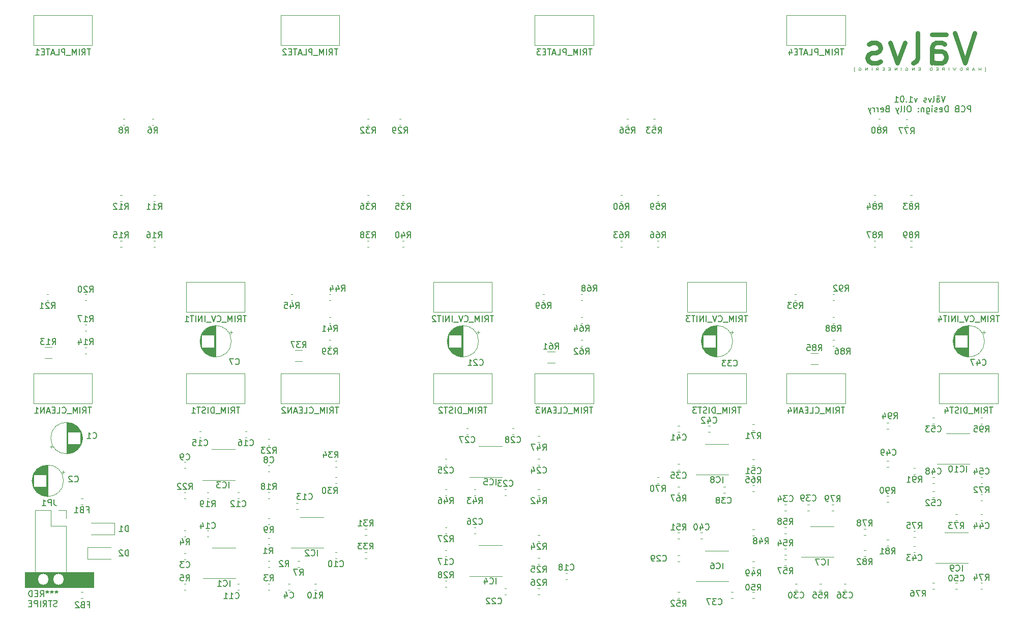
<source format=gbo>
G04 #@! TF.GenerationSoftware,KiCad,Pcbnew,(5.1.6-0-10_14)*
G04 #@! TF.CreationDate,2022-01-28T11:34:31+00:00*
G04 #@! TF.ProjectId,Quad Tube VCA,51756164-2054-4756-9265-205643412e6b,rev?*
G04 #@! TF.SameCoordinates,Original*
G04 #@! TF.FileFunction,Legend,Bot*
G04 #@! TF.FilePolarity,Positive*
%FSLAX46Y46*%
G04 Gerber Fmt 4.6, Leading zero omitted, Abs format (unit mm)*
G04 Created by KiCad (PCBNEW (5.1.6-0-10_14)) date 2022-01-28 11:34:31*
%MOMM*%
%LPD*%
G01*
G04 APERTURE LIST*
%ADD10C,0.100000*%
%ADD11C,0.150000*%
%ADD12C,0.800000*%
%ADD13C,0.120000*%
%ADD14R,1.000000X1.300000*%
%ADD15C,2.875000*%
%ADD16R,2.875000X2.875000*%
%ADD17C,1.700000*%
%ADD18R,1.700000X1.700000*%
%ADD19C,1.900000*%
%ADD20R,1.900000X1.900000*%
%ADD21C,2.100000*%
%ADD22C,1.400000*%
%ADD23C,1.540000*%
%ADD24O,1.800000X1.800000*%
%ADD25R,1.800000X1.800000*%
G04 APERTURE END LIST*
D10*
X225825285Y-55051285D02*
X225968142Y-55051285D01*
X225968142Y-54479857D01*
X225825285Y-54479857D01*
X225139571Y-54917952D02*
X225139571Y-54517952D01*
X225139571Y-54708428D02*
X224796714Y-54708428D01*
X224796714Y-54917952D02*
X224796714Y-54517952D01*
X224082428Y-54803666D02*
X223796714Y-54803666D01*
X224139571Y-54917952D02*
X223939571Y-54517952D01*
X223739571Y-54917952D01*
X222739571Y-54917952D02*
X222939571Y-54727476D01*
X223082428Y-54917952D02*
X223082428Y-54517952D01*
X222853857Y-54517952D01*
X222796714Y-54537000D01*
X222768142Y-54556047D01*
X222739571Y-54594142D01*
X222739571Y-54651285D01*
X222768142Y-54689380D01*
X222796714Y-54708428D01*
X222853857Y-54727476D01*
X223082428Y-54727476D01*
X222025285Y-54917952D02*
X222025285Y-54517952D01*
X221882428Y-54517952D01*
X221796714Y-54537000D01*
X221739571Y-54575095D01*
X221711000Y-54613190D01*
X221682428Y-54689380D01*
X221682428Y-54746523D01*
X221711000Y-54822714D01*
X221739571Y-54860809D01*
X221796714Y-54898904D01*
X221882428Y-54917952D01*
X222025285Y-54917952D01*
X221025285Y-54517952D02*
X220882428Y-54917952D01*
X220768142Y-54632238D01*
X220653857Y-54917952D01*
X220511000Y-54517952D01*
X219825285Y-54917952D02*
X219825285Y-54517952D01*
X218739571Y-54917952D02*
X218939571Y-54727476D01*
X219082428Y-54917952D02*
X219082428Y-54517952D01*
X218853857Y-54517952D01*
X218796714Y-54537000D01*
X218768142Y-54556047D01*
X218739571Y-54594142D01*
X218739571Y-54651285D01*
X218768142Y-54689380D01*
X218796714Y-54708428D01*
X218853857Y-54727476D01*
X219082428Y-54727476D01*
X218025285Y-54708428D02*
X217825285Y-54708428D01*
X217739571Y-54917952D02*
X218025285Y-54917952D01*
X218025285Y-54517952D01*
X217739571Y-54517952D01*
X217025285Y-54917952D02*
X217025285Y-54517952D01*
X216882428Y-54517952D01*
X216796714Y-54537000D01*
X216739571Y-54575095D01*
X216711000Y-54613190D01*
X216682428Y-54689380D01*
X216682428Y-54746523D01*
X216711000Y-54822714D01*
X216739571Y-54860809D01*
X216796714Y-54898904D01*
X216882428Y-54917952D01*
X217025285Y-54917952D01*
X215053857Y-54708428D02*
X214853857Y-54708428D01*
X214768142Y-54917952D02*
X215053857Y-54917952D01*
X215053857Y-54517952D01*
X214768142Y-54517952D01*
X214053857Y-54917952D02*
X214053857Y-54517952D01*
X213711000Y-54917952D01*
X213711000Y-54517952D01*
X212653857Y-54537000D02*
X212711000Y-54517952D01*
X212796714Y-54517952D01*
X212882428Y-54537000D01*
X212939571Y-54575095D01*
X212968142Y-54613190D01*
X212996714Y-54689380D01*
X212996714Y-54746523D01*
X212968142Y-54822714D01*
X212939571Y-54860809D01*
X212882428Y-54898904D01*
X212796714Y-54917952D01*
X212739571Y-54917952D01*
X212653857Y-54898904D01*
X212625285Y-54879857D01*
X212625285Y-54746523D01*
X212739571Y-54746523D01*
X211911000Y-54917952D02*
X211911000Y-54517952D01*
X211168142Y-54917952D02*
X211168142Y-54517952D01*
X210825285Y-54917952D01*
X210825285Y-54517952D01*
X210082428Y-54708428D02*
X209882428Y-54708428D01*
X209796714Y-54917952D02*
X210082428Y-54917952D01*
X210082428Y-54517952D01*
X209796714Y-54517952D01*
X209082428Y-54708428D02*
X208882428Y-54708428D01*
X208796714Y-54917952D02*
X209082428Y-54917952D01*
X209082428Y-54517952D01*
X208796714Y-54517952D01*
X207739571Y-54917952D02*
X207939571Y-54727476D01*
X208082428Y-54917952D02*
X208082428Y-54517952D01*
X207853857Y-54517952D01*
X207796714Y-54537000D01*
X207768142Y-54556047D01*
X207739571Y-54594142D01*
X207739571Y-54651285D01*
X207768142Y-54689380D01*
X207796714Y-54708428D01*
X207853857Y-54727476D01*
X208082428Y-54727476D01*
X207025285Y-54917952D02*
X207025285Y-54517952D01*
X206282428Y-54917952D02*
X206282428Y-54517952D01*
X205939571Y-54917952D01*
X205939571Y-54517952D01*
X204882428Y-54537000D02*
X204939571Y-54517952D01*
X205025285Y-54517952D01*
X205111000Y-54537000D01*
X205168142Y-54575095D01*
X205196714Y-54613190D01*
X205225285Y-54689380D01*
X205225285Y-54746523D01*
X205196714Y-54822714D01*
X205168142Y-54860809D01*
X205111000Y-54898904D01*
X205025285Y-54917952D01*
X204968142Y-54917952D01*
X204882428Y-54898904D01*
X204853857Y-54879857D01*
X204853857Y-54746523D01*
X204968142Y-54746523D01*
X204196714Y-55051285D02*
X204053857Y-55051285D01*
X204053857Y-54479857D01*
X204196714Y-54479857D01*
D11*
X219272904Y-59206380D02*
X218939571Y-60206380D01*
X218606238Y-59206380D01*
X217844333Y-60206380D02*
X217844333Y-59682571D01*
X217891952Y-59587333D01*
X217987190Y-59539714D01*
X218177666Y-59539714D01*
X218272904Y-59587333D01*
X217844333Y-60158761D02*
X217939571Y-60206380D01*
X218177666Y-60206380D01*
X218272904Y-60158761D01*
X218320523Y-60063523D01*
X218320523Y-59968285D01*
X218272904Y-59873047D01*
X218177666Y-59825428D01*
X217939571Y-59825428D01*
X217844333Y-59777809D01*
X218320523Y-59254000D02*
X217844333Y-59254000D01*
X217225285Y-60206380D02*
X217320523Y-60158761D01*
X217368142Y-60063523D01*
X217368142Y-59206380D01*
X216939571Y-59539714D02*
X216701476Y-60206380D01*
X216463380Y-59539714D01*
X216130047Y-60158761D02*
X216034809Y-60206380D01*
X215844333Y-60206380D01*
X215749095Y-60158761D01*
X215701476Y-60063523D01*
X215701476Y-60015904D01*
X215749095Y-59920666D01*
X215844333Y-59873047D01*
X215987190Y-59873047D01*
X216082428Y-59825428D01*
X216130047Y-59730190D01*
X216130047Y-59682571D01*
X216082428Y-59587333D01*
X215987190Y-59539714D01*
X215844333Y-59539714D01*
X215749095Y-59587333D01*
X214606238Y-59539714D02*
X214368142Y-60206380D01*
X214130047Y-59539714D01*
X213225285Y-60206380D02*
X213796714Y-60206380D01*
X213511000Y-60206380D02*
X213511000Y-59206380D01*
X213606238Y-59349238D01*
X213701476Y-59444476D01*
X213796714Y-59492095D01*
X212796714Y-60111142D02*
X212749095Y-60158761D01*
X212796714Y-60206380D01*
X212844333Y-60158761D01*
X212796714Y-60111142D01*
X212796714Y-60206380D01*
X212130047Y-59206380D02*
X212034809Y-59206380D01*
X211939571Y-59254000D01*
X211891952Y-59301619D01*
X211844333Y-59396857D01*
X211796714Y-59587333D01*
X211796714Y-59825428D01*
X211844333Y-60015904D01*
X211891952Y-60111142D01*
X211939571Y-60158761D01*
X212034809Y-60206380D01*
X212130047Y-60206380D01*
X212225285Y-60158761D01*
X212272904Y-60111142D01*
X212320523Y-60015904D01*
X212368142Y-59825428D01*
X212368142Y-59587333D01*
X212320523Y-59396857D01*
X212272904Y-59301619D01*
X212225285Y-59254000D01*
X212130047Y-59206380D01*
X210844333Y-60206380D02*
X211415761Y-60206380D01*
X211130047Y-60206380D02*
X211130047Y-59206380D01*
X211225285Y-59349238D01*
X211320523Y-59444476D01*
X211415761Y-59492095D01*
X223487190Y-61856380D02*
X223487190Y-60856380D01*
X223106238Y-60856380D01*
X223011000Y-60904000D01*
X222963380Y-60951619D01*
X222915761Y-61046857D01*
X222915761Y-61189714D01*
X222963380Y-61284952D01*
X223011000Y-61332571D01*
X223106238Y-61380190D01*
X223487190Y-61380190D01*
X221915761Y-61761142D02*
X221963380Y-61808761D01*
X222106238Y-61856380D01*
X222201476Y-61856380D01*
X222344333Y-61808761D01*
X222439571Y-61713523D01*
X222487190Y-61618285D01*
X222534809Y-61427809D01*
X222534809Y-61284952D01*
X222487190Y-61094476D01*
X222439571Y-60999238D01*
X222344333Y-60904000D01*
X222201476Y-60856380D01*
X222106238Y-60856380D01*
X221963380Y-60904000D01*
X221915761Y-60951619D01*
X221153857Y-61332571D02*
X221011000Y-61380190D01*
X220963380Y-61427809D01*
X220915761Y-61523047D01*
X220915761Y-61665904D01*
X220963380Y-61761142D01*
X221011000Y-61808761D01*
X221106238Y-61856380D01*
X221487190Y-61856380D01*
X221487190Y-60856380D01*
X221153857Y-60856380D01*
X221058619Y-60904000D01*
X221011000Y-60951619D01*
X220963380Y-61046857D01*
X220963380Y-61142095D01*
X221011000Y-61237333D01*
X221058619Y-61284952D01*
X221153857Y-61332571D01*
X221487190Y-61332571D01*
X219725285Y-61856380D02*
X219725285Y-60856380D01*
X219487190Y-60856380D01*
X219344333Y-60904000D01*
X219249095Y-60999238D01*
X219201476Y-61094476D01*
X219153857Y-61284952D01*
X219153857Y-61427809D01*
X219201476Y-61618285D01*
X219249095Y-61713523D01*
X219344333Y-61808761D01*
X219487190Y-61856380D01*
X219725285Y-61856380D01*
X218344333Y-61808761D02*
X218439571Y-61856380D01*
X218630047Y-61856380D01*
X218725285Y-61808761D01*
X218772904Y-61713523D01*
X218772904Y-61332571D01*
X218725285Y-61237333D01*
X218630047Y-61189714D01*
X218439571Y-61189714D01*
X218344333Y-61237333D01*
X218296714Y-61332571D01*
X218296714Y-61427809D01*
X218772904Y-61523047D01*
X217915761Y-61808761D02*
X217820523Y-61856380D01*
X217630047Y-61856380D01*
X217534809Y-61808761D01*
X217487190Y-61713523D01*
X217487190Y-61665904D01*
X217534809Y-61570666D01*
X217630047Y-61523047D01*
X217772904Y-61523047D01*
X217868142Y-61475428D01*
X217915761Y-61380190D01*
X217915761Y-61332571D01*
X217868142Y-61237333D01*
X217772904Y-61189714D01*
X217630047Y-61189714D01*
X217534809Y-61237333D01*
X217058619Y-61856380D02*
X217058619Y-61189714D01*
X217058619Y-60856380D02*
X217106238Y-60904000D01*
X217058619Y-60951619D01*
X217011000Y-60904000D01*
X217058619Y-60856380D01*
X217058619Y-60951619D01*
X216153857Y-61189714D02*
X216153857Y-61999238D01*
X216201476Y-62094476D01*
X216249095Y-62142095D01*
X216344333Y-62189714D01*
X216487190Y-62189714D01*
X216582428Y-62142095D01*
X216153857Y-61808761D02*
X216249095Y-61856380D01*
X216439571Y-61856380D01*
X216534809Y-61808761D01*
X216582428Y-61761142D01*
X216630047Y-61665904D01*
X216630047Y-61380190D01*
X216582428Y-61284952D01*
X216534809Y-61237333D01*
X216439571Y-61189714D01*
X216249095Y-61189714D01*
X216153857Y-61237333D01*
X215677666Y-61189714D02*
X215677666Y-61856380D01*
X215677666Y-61284952D02*
X215630047Y-61237333D01*
X215534809Y-61189714D01*
X215391952Y-61189714D01*
X215296714Y-61237333D01*
X215249095Y-61332571D01*
X215249095Y-61856380D01*
X214772904Y-61761142D02*
X214725285Y-61808761D01*
X214772904Y-61856380D01*
X214820523Y-61808761D01*
X214772904Y-61761142D01*
X214772904Y-61856380D01*
X214772904Y-61237333D02*
X214725285Y-61284952D01*
X214772904Y-61332571D01*
X214820523Y-61284952D01*
X214772904Y-61237333D01*
X214772904Y-61332571D01*
X213344333Y-60856380D02*
X213153857Y-60856380D01*
X213058619Y-60904000D01*
X212963380Y-60999238D01*
X212915761Y-61189714D01*
X212915761Y-61523047D01*
X212963380Y-61713523D01*
X213058619Y-61808761D01*
X213153857Y-61856380D01*
X213344333Y-61856380D01*
X213439571Y-61808761D01*
X213534809Y-61713523D01*
X213582428Y-61523047D01*
X213582428Y-61189714D01*
X213534809Y-60999238D01*
X213439571Y-60904000D01*
X213344333Y-60856380D01*
X212344333Y-61856380D02*
X212439571Y-61808761D01*
X212487190Y-61713523D01*
X212487190Y-60856380D01*
X211820523Y-61856380D02*
X211915761Y-61808761D01*
X211963380Y-61713523D01*
X211963380Y-60856380D01*
X211534809Y-61189714D02*
X211296714Y-61856380D01*
X211058619Y-61189714D02*
X211296714Y-61856380D01*
X211391952Y-62094476D01*
X211439571Y-62142095D01*
X211534809Y-62189714D01*
X209582428Y-61332571D02*
X209439571Y-61380190D01*
X209391952Y-61427809D01*
X209344333Y-61523047D01*
X209344333Y-61665904D01*
X209391952Y-61761142D01*
X209439571Y-61808761D01*
X209534809Y-61856380D01*
X209915761Y-61856380D01*
X209915761Y-60856380D01*
X209582428Y-60856380D01*
X209487190Y-60904000D01*
X209439571Y-60951619D01*
X209391952Y-61046857D01*
X209391952Y-61142095D01*
X209439571Y-61237333D01*
X209487190Y-61284952D01*
X209582428Y-61332571D01*
X209915761Y-61332571D01*
X208534809Y-61808761D02*
X208630047Y-61856380D01*
X208820523Y-61856380D01*
X208915761Y-61808761D01*
X208963380Y-61713523D01*
X208963380Y-61332571D01*
X208915761Y-61237333D01*
X208820523Y-61189714D01*
X208630047Y-61189714D01*
X208534809Y-61237333D01*
X208487190Y-61332571D01*
X208487190Y-61427809D01*
X208963380Y-61523047D01*
X208058619Y-61856380D02*
X208058619Y-61189714D01*
X208058619Y-61380190D02*
X208011000Y-61284952D01*
X207963380Y-61237333D01*
X207868142Y-61189714D01*
X207772904Y-61189714D01*
X207439571Y-61856380D02*
X207439571Y-61189714D01*
X207439571Y-61380190D02*
X207391952Y-61284952D01*
X207344333Y-61237333D01*
X207249095Y-61189714D01*
X207153857Y-61189714D01*
X206915761Y-61189714D02*
X206677666Y-61856380D01*
X206439571Y-61189714D02*
X206677666Y-61856380D01*
X206772904Y-62094476D01*
X206820523Y-62142095D01*
X206915761Y-62189714D01*
D12*
X224177666Y-48696904D02*
X222511000Y-53696904D01*
X220844333Y-48696904D01*
X217034809Y-53696904D02*
X217034809Y-51077857D01*
X217272904Y-50601666D01*
X217749095Y-50363571D01*
X218701476Y-50363571D01*
X219177666Y-50601666D01*
X217034809Y-53458809D02*
X217511000Y-53696904D01*
X218701476Y-53696904D01*
X219177666Y-53458809D01*
X219415761Y-52982619D01*
X219415761Y-52506428D01*
X219177666Y-52030238D01*
X218701476Y-51792142D01*
X217511000Y-51792142D01*
X217034809Y-51554047D01*
X219415761Y-48935000D02*
X217034809Y-48935000D01*
X213939571Y-53696904D02*
X214415761Y-53458809D01*
X214653857Y-52982619D01*
X214653857Y-48696904D01*
X212511000Y-50363571D02*
X211320523Y-53696904D01*
X210130047Y-50363571D01*
X208463380Y-53458809D02*
X207987190Y-53696904D01*
X207034809Y-53696904D01*
X206558619Y-53458809D01*
X206320523Y-52982619D01*
X206320523Y-52744523D01*
X206558619Y-52268333D01*
X207034809Y-52030238D01*
X207749095Y-52030238D01*
X208225285Y-51792142D01*
X208463380Y-51315952D01*
X208463380Y-51077857D01*
X208225285Y-50601666D01*
X207749095Y-50363571D01*
X207034809Y-50363571D01*
X206558619Y-50601666D01*
D11*
X71328023Y-141629380D02*
X71328023Y-141867476D01*
X71566119Y-141772238D02*
X71328023Y-141867476D01*
X71089928Y-141772238D01*
X71470880Y-142057952D02*
X71328023Y-141867476D01*
X71185166Y-142057952D01*
X70566119Y-141629380D02*
X70566119Y-141867476D01*
X70804214Y-141772238D02*
X70566119Y-141867476D01*
X70328023Y-141772238D01*
X70708976Y-142057952D02*
X70566119Y-141867476D01*
X70423261Y-142057952D01*
X69804214Y-141629380D02*
X69804214Y-141867476D01*
X70042309Y-141772238D02*
X69804214Y-141867476D01*
X69566119Y-141772238D01*
X69947071Y-142057952D02*
X69804214Y-141867476D01*
X69661357Y-142057952D01*
X68613738Y-142629380D02*
X68947071Y-142153190D01*
X69185166Y-142629380D02*
X69185166Y-141629380D01*
X68804214Y-141629380D01*
X68708976Y-141677000D01*
X68661357Y-141724619D01*
X68613738Y-141819857D01*
X68613738Y-141962714D01*
X68661357Y-142057952D01*
X68708976Y-142105571D01*
X68804214Y-142153190D01*
X69185166Y-142153190D01*
X68185166Y-142105571D02*
X67851833Y-142105571D01*
X67708976Y-142629380D02*
X68185166Y-142629380D01*
X68185166Y-141629380D01*
X67708976Y-141629380D01*
X67280404Y-142629380D02*
X67280404Y-141629380D01*
X67042309Y-141629380D01*
X66899452Y-141677000D01*
X66804214Y-141772238D01*
X66756595Y-141867476D01*
X66708976Y-142057952D01*
X66708976Y-142200809D01*
X66756595Y-142391285D01*
X66804214Y-142486523D01*
X66899452Y-142581761D01*
X67042309Y-142629380D01*
X67280404Y-142629380D01*
X71423261Y-144231761D02*
X71280404Y-144279380D01*
X71042309Y-144279380D01*
X70947071Y-144231761D01*
X70899452Y-144184142D01*
X70851833Y-144088904D01*
X70851833Y-143993666D01*
X70899452Y-143898428D01*
X70947071Y-143850809D01*
X71042309Y-143803190D01*
X71232785Y-143755571D01*
X71328023Y-143707952D01*
X71375642Y-143660333D01*
X71423261Y-143565095D01*
X71423261Y-143469857D01*
X71375642Y-143374619D01*
X71328023Y-143327000D01*
X71232785Y-143279380D01*
X70994690Y-143279380D01*
X70851833Y-143327000D01*
X70566119Y-143279380D02*
X69994690Y-143279380D01*
X70280404Y-144279380D02*
X70280404Y-143279380D01*
X69089928Y-144279380D02*
X69423261Y-143803190D01*
X69661357Y-144279380D02*
X69661357Y-143279380D01*
X69280404Y-143279380D01*
X69185166Y-143327000D01*
X69137547Y-143374619D01*
X69089928Y-143469857D01*
X69089928Y-143612714D01*
X69137547Y-143707952D01*
X69185166Y-143755571D01*
X69280404Y-143803190D01*
X69661357Y-143803190D01*
X68661357Y-144279380D02*
X68661357Y-143279380D01*
X68185166Y-144279380D02*
X68185166Y-143279380D01*
X67804214Y-143279380D01*
X67708976Y-143327000D01*
X67661357Y-143374619D01*
X67613738Y-143469857D01*
X67613738Y-143612714D01*
X67661357Y-143707952D01*
X67708976Y-143755571D01*
X67804214Y-143803190D01*
X68185166Y-143803190D01*
X67185166Y-143755571D02*
X66851833Y-143755571D01*
X66708976Y-144279380D02*
X67185166Y-144279380D01*
X67185166Y-143279380D01*
X66708976Y-143279380D01*
D10*
G36*
X77470000Y-141097000D02*
G01*
X66040000Y-141097000D01*
X66040000Y-138557000D01*
X77470000Y-138557000D01*
X77470000Y-141097000D01*
G37*
X77470000Y-141097000D02*
X66040000Y-141097000D01*
X66040000Y-138557000D01*
X77470000Y-138557000D01*
X77470000Y-141097000D01*
D13*
X198084064Y-103907000D02*
X196879936Y-103907000D01*
X198084064Y-102087000D02*
X196879936Y-102087000D01*
X154272064Y-103653000D02*
X153067936Y-103653000D01*
X154272064Y-101833000D02*
X153067936Y-101833000D01*
X112235064Y-103399000D02*
X111030936Y-103399000D01*
X112235064Y-101579000D02*
X111030936Y-101579000D01*
X70579064Y-102891000D02*
X69374936Y-102891000D01*
X70579064Y-101071000D02*
X69374936Y-101071000D01*
X80990000Y-130318000D02*
X80990000Y-132318000D01*
X80990000Y-132318000D02*
X77090000Y-132318000D01*
X80990000Y-130318000D02*
X77090000Y-130318000D01*
X76490000Y-136382000D02*
X76490000Y-134382000D01*
X76490000Y-134382000D02*
X80390000Y-134382000D01*
X76490000Y-136382000D02*
X80390000Y-136382000D01*
X221107000Y-131933000D02*
X223057000Y-131933000D01*
X221107000Y-131933000D02*
X219157000Y-131933000D01*
X221107000Y-137053000D02*
X223057000Y-137053000D01*
X221107000Y-137053000D02*
X217657000Y-137053000D01*
X225779000Y-100076000D02*
G75*
G03*
X225779000Y-100076000I-2620000J0D01*
G01*
X223159000Y-97496000D02*
X223159000Y-102656000D01*
X223119000Y-97496000D02*
X223119000Y-102656000D01*
X223079000Y-97497000D02*
X223079000Y-102655000D01*
X223039000Y-97498000D02*
X223039000Y-102654000D01*
X222999000Y-97500000D02*
X222999000Y-102652000D01*
X222959000Y-97503000D02*
X222959000Y-102649000D01*
X222919000Y-97507000D02*
X222919000Y-99036000D01*
X222919000Y-101116000D02*
X222919000Y-102645000D01*
X222879000Y-97511000D02*
X222879000Y-99036000D01*
X222879000Y-101116000D02*
X222879000Y-102641000D01*
X222839000Y-97515000D02*
X222839000Y-99036000D01*
X222839000Y-101116000D02*
X222839000Y-102637000D01*
X222799000Y-97520000D02*
X222799000Y-99036000D01*
X222799000Y-101116000D02*
X222799000Y-102632000D01*
X222759000Y-97526000D02*
X222759000Y-99036000D01*
X222759000Y-101116000D02*
X222759000Y-102626000D01*
X222719000Y-97533000D02*
X222719000Y-99036000D01*
X222719000Y-101116000D02*
X222719000Y-102619000D01*
X222679000Y-97540000D02*
X222679000Y-99036000D01*
X222679000Y-101116000D02*
X222679000Y-102612000D01*
X222639000Y-97548000D02*
X222639000Y-99036000D01*
X222639000Y-101116000D02*
X222639000Y-102604000D01*
X222599000Y-97556000D02*
X222599000Y-99036000D01*
X222599000Y-101116000D02*
X222599000Y-102596000D01*
X222559000Y-97565000D02*
X222559000Y-99036000D01*
X222559000Y-101116000D02*
X222559000Y-102587000D01*
X222519000Y-97575000D02*
X222519000Y-99036000D01*
X222519000Y-101116000D02*
X222519000Y-102577000D01*
X222479000Y-97585000D02*
X222479000Y-99036000D01*
X222479000Y-101116000D02*
X222479000Y-102567000D01*
X222438000Y-97596000D02*
X222438000Y-99036000D01*
X222438000Y-101116000D02*
X222438000Y-102556000D01*
X222398000Y-97608000D02*
X222398000Y-99036000D01*
X222398000Y-101116000D02*
X222398000Y-102544000D01*
X222358000Y-97621000D02*
X222358000Y-99036000D01*
X222358000Y-101116000D02*
X222358000Y-102531000D01*
X222318000Y-97634000D02*
X222318000Y-99036000D01*
X222318000Y-101116000D02*
X222318000Y-102518000D01*
X222278000Y-97648000D02*
X222278000Y-99036000D01*
X222278000Y-101116000D02*
X222278000Y-102504000D01*
X222238000Y-97662000D02*
X222238000Y-99036000D01*
X222238000Y-101116000D02*
X222238000Y-102490000D01*
X222198000Y-97678000D02*
X222198000Y-99036000D01*
X222198000Y-101116000D02*
X222198000Y-102474000D01*
X222158000Y-97694000D02*
X222158000Y-99036000D01*
X222158000Y-101116000D02*
X222158000Y-102458000D01*
X222118000Y-97711000D02*
X222118000Y-99036000D01*
X222118000Y-101116000D02*
X222118000Y-102441000D01*
X222078000Y-97728000D02*
X222078000Y-99036000D01*
X222078000Y-101116000D02*
X222078000Y-102424000D01*
X222038000Y-97747000D02*
X222038000Y-99036000D01*
X222038000Y-101116000D02*
X222038000Y-102405000D01*
X221998000Y-97766000D02*
X221998000Y-99036000D01*
X221998000Y-101116000D02*
X221998000Y-102386000D01*
X221958000Y-97786000D02*
X221958000Y-99036000D01*
X221958000Y-101116000D02*
X221958000Y-102366000D01*
X221918000Y-97808000D02*
X221918000Y-99036000D01*
X221918000Y-101116000D02*
X221918000Y-102344000D01*
X221878000Y-97829000D02*
X221878000Y-99036000D01*
X221878000Y-101116000D02*
X221878000Y-102323000D01*
X221838000Y-97852000D02*
X221838000Y-99036000D01*
X221838000Y-101116000D02*
X221838000Y-102300000D01*
X221798000Y-97876000D02*
X221798000Y-99036000D01*
X221798000Y-101116000D02*
X221798000Y-102276000D01*
X221758000Y-97901000D02*
X221758000Y-99036000D01*
X221758000Y-101116000D02*
X221758000Y-102251000D01*
X221718000Y-97927000D02*
X221718000Y-99036000D01*
X221718000Y-101116000D02*
X221718000Y-102225000D01*
X221678000Y-97954000D02*
X221678000Y-99036000D01*
X221678000Y-101116000D02*
X221678000Y-102198000D01*
X221638000Y-97981000D02*
X221638000Y-99036000D01*
X221638000Y-101116000D02*
X221638000Y-102171000D01*
X221598000Y-98011000D02*
X221598000Y-99036000D01*
X221598000Y-101116000D02*
X221598000Y-102141000D01*
X221558000Y-98041000D02*
X221558000Y-99036000D01*
X221558000Y-101116000D02*
X221558000Y-102111000D01*
X221518000Y-98072000D02*
X221518000Y-99036000D01*
X221518000Y-101116000D02*
X221518000Y-102080000D01*
X221478000Y-98105000D02*
X221478000Y-99036000D01*
X221478000Y-101116000D02*
X221478000Y-102047000D01*
X221438000Y-98139000D02*
X221438000Y-99036000D01*
X221438000Y-101116000D02*
X221438000Y-102013000D01*
X221398000Y-98175000D02*
X221398000Y-99036000D01*
X221398000Y-101116000D02*
X221398000Y-101977000D01*
X221358000Y-98212000D02*
X221358000Y-99036000D01*
X221358000Y-101116000D02*
X221358000Y-101940000D01*
X221318000Y-98250000D02*
X221318000Y-99036000D01*
X221318000Y-101116000D02*
X221318000Y-101902000D01*
X221278000Y-98291000D02*
X221278000Y-99036000D01*
X221278000Y-101116000D02*
X221278000Y-101861000D01*
X221238000Y-98333000D02*
X221238000Y-99036000D01*
X221238000Y-101116000D02*
X221238000Y-101819000D01*
X221198000Y-98377000D02*
X221198000Y-99036000D01*
X221198000Y-101116000D02*
X221198000Y-101775000D01*
X221158000Y-98423000D02*
X221158000Y-99036000D01*
X221158000Y-101116000D02*
X221158000Y-101729000D01*
X221118000Y-98471000D02*
X221118000Y-99036000D01*
X221118000Y-101116000D02*
X221118000Y-101681000D01*
X221078000Y-98522000D02*
X221078000Y-99036000D01*
X221078000Y-101116000D02*
X221078000Y-101630000D01*
X221038000Y-98576000D02*
X221038000Y-99036000D01*
X221038000Y-101116000D02*
X221038000Y-101576000D01*
X220998000Y-98633000D02*
X220998000Y-99036000D01*
X220998000Y-101116000D02*
X220998000Y-101519000D01*
X220958000Y-98693000D02*
X220958000Y-99036000D01*
X220958000Y-101116000D02*
X220958000Y-101459000D01*
X220918000Y-98757000D02*
X220918000Y-99036000D01*
X220918000Y-101116000D02*
X220918000Y-101395000D01*
X220878000Y-98825000D02*
X220878000Y-99036000D01*
X220878000Y-101116000D02*
X220878000Y-101327000D01*
X220838000Y-98898000D02*
X220838000Y-101254000D01*
X220798000Y-98978000D02*
X220798000Y-101174000D01*
X220758000Y-99065000D02*
X220758000Y-101087000D01*
X220718000Y-99161000D02*
X220718000Y-100991000D01*
X220678000Y-99271000D02*
X220678000Y-100881000D01*
X220638000Y-99399000D02*
X220638000Y-100753000D01*
X220598000Y-99558000D02*
X220598000Y-100594000D01*
X220558000Y-99792000D02*
X220558000Y-100360000D01*
X225963775Y-98601000D02*
X225463775Y-98601000D01*
X225713775Y-98351000D02*
X225713775Y-98851000D01*
X183869000Y-100076000D02*
G75*
G03*
X183869000Y-100076000I-2620000J0D01*
G01*
X181249000Y-97496000D02*
X181249000Y-102656000D01*
X181209000Y-97496000D02*
X181209000Y-102656000D01*
X181169000Y-97497000D02*
X181169000Y-102655000D01*
X181129000Y-97498000D02*
X181129000Y-102654000D01*
X181089000Y-97500000D02*
X181089000Y-102652000D01*
X181049000Y-97503000D02*
X181049000Y-102649000D01*
X181009000Y-97507000D02*
X181009000Y-99036000D01*
X181009000Y-101116000D02*
X181009000Y-102645000D01*
X180969000Y-97511000D02*
X180969000Y-99036000D01*
X180969000Y-101116000D02*
X180969000Y-102641000D01*
X180929000Y-97515000D02*
X180929000Y-99036000D01*
X180929000Y-101116000D02*
X180929000Y-102637000D01*
X180889000Y-97520000D02*
X180889000Y-99036000D01*
X180889000Y-101116000D02*
X180889000Y-102632000D01*
X180849000Y-97526000D02*
X180849000Y-99036000D01*
X180849000Y-101116000D02*
X180849000Y-102626000D01*
X180809000Y-97533000D02*
X180809000Y-99036000D01*
X180809000Y-101116000D02*
X180809000Y-102619000D01*
X180769000Y-97540000D02*
X180769000Y-99036000D01*
X180769000Y-101116000D02*
X180769000Y-102612000D01*
X180729000Y-97548000D02*
X180729000Y-99036000D01*
X180729000Y-101116000D02*
X180729000Y-102604000D01*
X180689000Y-97556000D02*
X180689000Y-99036000D01*
X180689000Y-101116000D02*
X180689000Y-102596000D01*
X180649000Y-97565000D02*
X180649000Y-99036000D01*
X180649000Y-101116000D02*
X180649000Y-102587000D01*
X180609000Y-97575000D02*
X180609000Y-99036000D01*
X180609000Y-101116000D02*
X180609000Y-102577000D01*
X180569000Y-97585000D02*
X180569000Y-99036000D01*
X180569000Y-101116000D02*
X180569000Y-102567000D01*
X180528000Y-97596000D02*
X180528000Y-99036000D01*
X180528000Y-101116000D02*
X180528000Y-102556000D01*
X180488000Y-97608000D02*
X180488000Y-99036000D01*
X180488000Y-101116000D02*
X180488000Y-102544000D01*
X180448000Y-97621000D02*
X180448000Y-99036000D01*
X180448000Y-101116000D02*
X180448000Y-102531000D01*
X180408000Y-97634000D02*
X180408000Y-99036000D01*
X180408000Y-101116000D02*
X180408000Y-102518000D01*
X180368000Y-97648000D02*
X180368000Y-99036000D01*
X180368000Y-101116000D02*
X180368000Y-102504000D01*
X180328000Y-97662000D02*
X180328000Y-99036000D01*
X180328000Y-101116000D02*
X180328000Y-102490000D01*
X180288000Y-97678000D02*
X180288000Y-99036000D01*
X180288000Y-101116000D02*
X180288000Y-102474000D01*
X180248000Y-97694000D02*
X180248000Y-99036000D01*
X180248000Y-101116000D02*
X180248000Y-102458000D01*
X180208000Y-97711000D02*
X180208000Y-99036000D01*
X180208000Y-101116000D02*
X180208000Y-102441000D01*
X180168000Y-97728000D02*
X180168000Y-99036000D01*
X180168000Y-101116000D02*
X180168000Y-102424000D01*
X180128000Y-97747000D02*
X180128000Y-99036000D01*
X180128000Y-101116000D02*
X180128000Y-102405000D01*
X180088000Y-97766000D02*
X180088000Y-99036000D01*
X180088000Y-101116000D02*
X180088000Y-102386000D01*
X180048000Y-97786000D02*
X180048000Y-99036000D01*
X180048000Y-101116000D02*
X180048000Y-102366000D01*
X180008000Y-97808000D02*
X180008000Y-99036000D01*
X180008000Y-101116000D02*
X180008000Y-102344000D01*
X179968000Y-97829000D02*
X179968000Y-99036000D01*
X179968000Y-101116000D02*
X179968000Y-102323000D01*
X179928000Y-97852000D02*
X179928000Y-99036000D01*
X179928000Y-101116000D02*
X179928000Y-102300000D01*
X179888000Y-97876000D02*
X179888000Y-99036000D01*
X179888000Y-101116000D02*
X179888000Y-102276000D01*
X179848000Y-97901000D02*
X179848000Y-99036000D01*
X179848000Y-101116000D02*
X179848000Y-102251000D01*
X179808000Y-97927000D02*
X179808000Y-99036000D01*
X179808000Y-101116000D02*
X179808000Y-102225000D01*
X179768000Y-97954000D02*
X179768000Y-99036000D01*
X179768000Y-101116000D02*
X179768000Y-102198000D01*
X179728000Y-97981000D02*
X179728000Y-99036000D01*
X179728000Y-101116000D02*
X179728000Y-102171000D01*
X179688000Y-98011000D02*
X179688000Y-99036000D01*
X179688000Y-101116000D02*
X179688000Y-102141000D01*
X179648000Y-98041000D02*
X179648000Y-99036000D01*
X179648000Y-101116000D02*
X179648000Y-102111000D01*
X179608000Y-98072000D02*
X179608000Y-99036000D01*
X179608000Y-101116000D02*
X179608000Y-102080000D01*
X179568000Y-98105000D02*
X179568000Y-99036000D01*
X179568000Y-101116000D02*
X179568000Y-102047000D01*
X179528000Y-98139000D02*
X179528000Y-99036000D01*
X179528000Y-101116000D02*
X179528000Y-102013000D01*
X179488000Y-98175000D02*
X179488000Y-99036000D01*
X179488000Y-101116000D02*
X179488000Y-101977000D01*
X179448000Y-98212000D02*
X179448000Y-99036000D01*
X179448000Y-101116000D02*
X179448000Y-101940000D01*
X179408000Y-98250000D02*
X179408000Y-99036000D01*
X179408000Y-101116000D02*
X179408000Y-101902000D01*
X179368000Y-98291000D02*
X179368000Y-99036000D01*
X179368000Y-101116000D02*
X179368000Y-101861000D01*
X179328000Y-98333000D02*
X179328000Y-99036000D01*
X179328000Y-101116000D02*
X179328000Y-101819000D01*
X179288000Y-98377000D02*
X179288000Y-99036000D01*
X179288000Y-101116000D02*
X179288000Y-101775000D01*
X179248000Y-98423000D02*
X179248000Y-99036000D01*
X179248000Y-101116000D02*
X179248000Y-101729000D01*
X179208000Y-98471000D02*
X179208000Y-99036000D01*
X179208000Y-101116000D02*
X179208000Y-101681000D01*
X179168000Y-98522000D02*
X179168000Y-99036000D01*
X179168000Y-101116000D02*
X179168000Y-101630000D01*
X179128000Y-98576000D02*
X179128000Y-99036000D01*
X179128000Y-101116000D02*
X179128000Y-101576000D01*
X179088000Y-98633000D02*
X179088000Y-99036000D01*
X179088000Y-101116000D02*
X179088000Y-101519000D01*
X179048000Y-98693000D02*
X179048000Y-99036000D01*
X179048000Y-101116000D02*
X179048000Y-101459000D01*
X179008000Y-98757000D02*
X179008000Y-99036000D01*
X179008000Y-101116000D02*
X179008000Y-101395000D01*
X178968000Y-98825000D02*
X178968000Y-99036000D01*
X178968000Y-101116000D02*
X178968000Y-101327000D01*
X178928000Y-98898000D02*
X178928000Y-101254000D01*
X178888000Y-98978000D02*
X178888000Y-101174000D01*
X178848000Y-99065000D02*
X178848000Y-101087000D01*
X178808000Y-99161000D02*
X178808000Y-100991000D01*
X178768000Y-99271000D02*
X178768000Y-100881000D01*
X178728000Y-99399000D02*
X178728000Y-100753000D01*
X178688000Y-99558000D02*
X178688000Y-100594000D01*
X178648000Y-99792000D02*
X178648000Y-100360000D01*
X184053775Y-98601000D02*
X183553775Y-98601000D01*
X183803775Y-98351000D02*
X183803775Y-98851000D01*
X141578000Y-100076000D02*
G75*
G03*
X141578000Y-100076000I-2620000J0D01*
G01*
X138958000Y-97496000D02*
X138958000Y-102656000D01*
X138918000Y-97496000D02*
X138918000Y-102656000D01*
X138878000Y-97497000D02*
X138878000Y-102655000D01*
X138838000Y-97498000D02*
X138838000Y-102654000D01*
X138798000Y-97500000D02*
X138798000Y-102652000D01*
X138758000Y-97503000D02*
X138758000Y-102649000D01*
X138718000Y-97507000D02*
X138718000Y-99036000D01*
X138718000Y-101116000D02*
X138718000Y-102645000D01*
X138678000Y-97511000D02*
X138678000Y-99036000D01*
X138678000Y-101116000D02*
X138678000Y-102641000D01*
X138638000Y-97515000D02*
X138638000Y-99036000D01*
X138638000Y-101116000D02*
X138638000Y-102637000D01*
X138598000Y-97520000D02*
X138598000Y-99036000D01*
X138598000Y-101116000D02*
X138598000Y-102632000D01*
X138558000Y-97526000D02*
X138558000Y-99036000D01*
X138558000Y-101116000D02*
X138558000Y-102626000D01*
X138518000Y-97533000D02*
X138518000Y-99036000D01*
X138518000Y-101116000D02*
X138518000Y-102619000D01*
X138478000Y-97540000D02*
X138478000Y-99036000D01*
X138478000Y-101116000D02*
X138478000Y-102612000D01*
X138438000Y-97548000D02*
X138438000Y-99036000D01*
X138438000Y-101116000D02*
X138438000Y-102604000D01*
X138398000Y-97556000D02*
X138398000Y-99036000D01*
X138398000Y-101116000D02*
X138398000Y-102596000D01*
X138358000Y-97565000D02*
X138358000Y-99036000D01*
X138358000Y-101116000D02*
X138358000Y-102587000D01*
X138318000Y-97575000D02*
X138318000Y-99036000D01*
X138318000Y-101116000D02*
X138318000Y-102577000D01*
X138278000Y-97585000D02*
X138278000Y-99036000D01*
X138278000Y-101116000D02*
X138278000Y-102567000D01*
X138237000Y-97596000D02*
X138237000Y-99036000D01*
X138237000Y-101116000D02*
X138237000Y-102556000D01*
X138197000Y-97608000D02*
X138197000Y-99036000D01*
X138197000Y-101116000D02*
X138197000Y-102544000D01*
X138157000Y-97621000D02*
X138157000Y-99036000D01*
X138157000Y-101116000D02*
X138157000Y-102531000D01*
X138117000Y-97634000D02*
X138117000Y-99036000D01*
X138117000Y-101116000D02*
X138117000Y-102518000D01*
X138077000Y-97648000D02*
X138077000Y-99036000D01*
X138077000Y-101116000D02*
X138077000Y-102504000D01*
X138037000Y-97662000D02*
X138037000Y-99036000D01*
X138037000Y-101116000D02*
X138037000Y-102490000D01*
X137997000Y-97678000D02*
X137997000Y-99036000D01*
X137997000Y-101116000D02*
X137997000Y-102474000D01*
X137957000Y-97694000D02*
X137957000Y-99036000D01*
X137957000Y-101116000D02*
X137957000Y-102458000D01*
X137917000Y-97711000D02*
X137917000Y-99036000D01*
X137917000Y-101116000D02*
X137917000Y-102441000D01*
X137877000Y-97728000D02*
X137877000Y-99036000D01*
X137877000Y-101116000D02*
X137877000Y-102424000D01*
X137837000Y-97747000D02*
X137837000Y-99036000D01*
X137837000Y-101116000D02*
X137837000Y-102405000D01*
X137797000Y-97766000D02*
X137797000Y-99036000D01*
X137797000Y-101116000D02*
X137797000Y-102386000D01*
X137757000Y-97786000D02*
X137757000Y-99036000D01*
X137757000Y-101116000D02*
X137757000Y-102366000D01*
X137717000Y-97808000D02*
X137717000Y-99036000D01*
X137717000Y-101116000D02*
X137717000Y-102344000D01*
X137677000Y-97829000D02*
X137677000Y-99036000D01*
X137677000Y-101116000D02*
X137677000Y-102323000D01*
X137637000Y-97852000D02*
X137637000Y-99036000D01*
X137637000Y-101116000D02*
X137637000Y-102300000D01*
X137597000Y-97876000D02*
X137597000Y-99036000D01*
X137597000Y-101116000D02*
X137597000Y-102276000D01*
X137557000Y-97901000D02*
X137557000Y-99036000D01*
X137557000Y-101116000D02*
X137557000Y-102251000D01*
X137517000Y-97927000D02*
X137517000Y-99036000D01*
X137517000Y-101116000D02*
X137517000Y-102225000D01*
X137477000Y-97954000D02*
X137477000Y-99036000D01*
X137477000Y-101116000D02*
X137477000Y-102198000D01*
X137437000Y-97981000D02*
X137437000Y-99036000D01*
X137437000Y-101116000D02*
X137437000Y-102171000D01*
X137397000Y-98011000D02*
X137397000Y-99036000D01*
X137397000Y-101116000D02*
X137397000Y-102141000D01*
X137357000Y-98041000D02*
X137357000Y-99036000D01*
X137357000Y-101116000D02*
X137357000Y-102111000D01*
X137317000Y-98072000D02*
X137317000Y-99036000D01*
X137317000Y-101116000D02*
X137317000Y-102080000D01*
X137277000Y-98105000D02*
X137277000Y-99036000D01*
X137277000Y-101116000D02*
X137277000Y-102047000D01*
X137237000Y-98139000D02*
X137237000Y-99036000D01*
X137237000Y-101116000D02*
X137237000Y-102013000D01*
X137197000Y-98175000D02*
X137197000Y-99036000D01*
X137197000Y-101116000D02*
X137197000Y-101977000D01*
X137157000Y-98212000D02*
X137157000Y-99036000D01*
X137157000Y-101116000D02*
X137157000Y-101940000D01*
X137117000Y-98250000D02*
X137117000Y-99036000D01*
X137117000Y-101116000D02*
X137117000Y-101902000D01*
X137077000Y-98291000D02*
X137077000Y-99036000D01*
X137077000Y-101116000D02*
X137077000Y-101861000D01*
X137037000Y-98333000D02*
X137037000Y-99036000D01*
X137037000Y-101116000D02*
X137037000Y-101819000D01*
X136997000Y-98377000D02*
X136997000Y-99036000D01*
X136997000Y-101116000D02*
X136997000Y-101775000D01*
X136957000Y-98423000D02*
X136957000Y-99036000D01*
X136957000Y-101116000D02*
X136957000Y-101729000D01*
X136917000Y-98471000D02*
X136917000Y-99036000D01*
X136917000Y-101116000D02*
X136917000Y-101681000D01*
X136877000Y-98522000D02*
X136877000Y-99036000D01*
X136877000Y-101116000D02*
X136877000Y-101630000D01*
X136837000Y-98576000D02*
X136837000Y-99036000D01*
X136837000Y-101116000D02*
X136837000Y-101576000D01*
X136797000Y-98633000D02*
X136797000Y-99036000D01*
X136797000Y-101116000D02*
X136797000Y-101519000D01*
X136757000Y-98693000D02*
X136757000Y-99036000D01*
X136757000Y-101116000D02*
X136757000Y-101459000D01*
X136717000Y-98757000D02*
X136717000Y-99036000D01*
X136717000Y-101116000D02*
X136717000Y-101395000D01*
X136677000Y-98825000D02*
X136677000Y-99036000D01*
X136677000Y-101116000D02*
X136677000Y-101327000D01*
X136637000Y-98898000D02*
X136637000Y-101254000D01*
X136597000Y-98978000D02*
X136597000Y-101174000D01*
X136557000Y-99065000D02*
X136557000Y-101087000D01*
X136517000Y-99161000D02*
X136517000Y-100991000D01*
X136477000Y-99271000D02*
X136477000Y-100881000D01*
X136437000Y-99399000D02*
X136437000Y-100753000D01*
X136397000Y-99558000D02*
X136397000Y-100594000D01*
X136357000Y-99792000D02*
X136357000Y-100360000D01*
X141762775Y-98601000D02*
X141262775Y-98601000D01*
X141512775Y-98351000D02*
X141512775Y-98851000D01*
X100430000Y-100076000D02*
G75*
G03*
X100430000Y-100076000I-2620000J0D01*
G01*
X97810000Y-97496000D02*
X97810000Y-102656000D01*
X97770000Y-97496000D02*
X97770000Y-102656000D01*
X97730000Y-97497000D02*
X97730000Y-102655000D01*
X97690000Y-97498000D02*
X97690000Y-102654000D01*
X97650000Y-97500000D02*
X97650000Y-102652000D01*
X97610000Y-97503000D02*
X97610000Y-102649000D01*
X97570000Y-97507000D02*
X97570000Y-99036000D01*
X97570000Y-101116000D02*
X97570000Y-102645000D01*
X97530000Y-97511000D02*
X97530000Y-99036000D01*
X97530000Y-101116000D02*
X97530000Y-102641000D01*
X97490000Y-97515000D02*
X97490000Y-99036000D01*
X97490000Y-101116000D02*
X97490000Y-102637000D01*
X97450000Y-97520000D02*
X97450000Y-99036000D01*
X97450000Y-101116000D02*
X97450000Y-102632000D01*
X97410000Y-97526000D02*
X97410000Y-99036000D01*
X97410000Y-101116000D02*
X97410000Y-102626000D01*
X97370000Y-97533000D02*
X97370000Y-99036000D01*
X97370000Y-101116000D02*
X97370000Y-102619000D01*
X97330000Y-97540000D02*
X97330000Y-99036000D01*
X97330000Y-101116000D02*
X97330000Y-102612000D01*
X97290000Y-97548000D02*
X97290000Y-99036000D01*
X97290000Y-101116000D02*
X97290000Y-102604000D01*
X97250000Y-97556000D02*
X97250000Y-99036000D01*
X97250000Y-101116000D02*
X97250000Y-102596000D01*
X97210000Y-97565000D02*
X97210000Y-99036000D01*
X97210000Y-101116000D02*
X97210000Y-102587000D01*
X97170000Y-97575000D02*
X97170000Y-99036000D01*
X97170000Y-101116000D02*
X97170000Y-102577000D01*
X97130000Y-97585000D02*
X97130000Y-99036000D01*
X97130000Y-101116000D02*
X97130000Y-102567000D01*
X97089000Y-97596000D02*
X97089000Y-99036000D01*
X97089000Y-101116000D02*
X97089000Y-102556000D01*
X97049000Y-97608000D02*
X97049000Y-99036000D01*
X97049000Y-101116000D02*
X97049000Y-102544000D01*
X97009000Y-97621000D02*
X97009000Y-99036000D01*
X97009000Y-101116000D02*
X97009000Y-102531000D01*
X96969000Y-97634000D02*
X96969000Y-99036000D01*
X96969000Y-101116000D02*
X96969000Y-102518000D01*
X96929000Y-97648000D02*
X96929000Y-99036000D01*
X96929000Y-101116000D02*
X96929000Y-102504000D01*
X96889000Y-97662000D02*
X96889000Y-99036000D01*
X96889000Y-101116000D02*
X96889000Y-102490000D01*
X96849000Y-97678000D02*
X96849000Y-99036000D01*
X96849000Y-101116000D02*
X96849000Y-102474000D01*
X96809000Y-97694000D02*
X96809000Y-99036000D01*
X96809000Y-101116000D02*
X96809000Y-102458000D01*
X96769000Y-97711000D02*
X96769000Y-99036000D01*
X96769000Y-101116000D02*
X96769000Y-102441000D01*
X96729000Y-97728000D02*
X96729000Y-99036000D01*
X96729000Y-101116000D02*
X96729000Y-102424000D01*
X96689000Y-97747000D02*
X96689000Y-99036000D01*
X96689000Y-101116000D02*
X96689000Y-102405000D01*
X96649000Y-97766000D02*
X96649000Y-99036000D01*
X96649000Y-101116000D02*
X96649000Y-102386000D01*
X96609000Y-97786000D02*
X96609000Y-99036000D01*
X96609000Y-101116000D02*
X96609000Y-102366000D01*
X96569000Y-97808000D02*
X96569000Y-99036000D01*
X96569000Y-101116000D02*
X96569000Y-102344000D01*
X96529000Y-97829000D02*
X96529000Y-99036000D01*
X96529000Y-101116000D02*
X96529000Y-102323000D01*
X96489000Y-97852000D02*
X96489000Y-99036000D01*
X96489000Y-101116000D02*
X96489000Y-102300000D01*
X96449000Y-97876000D02*
X96449000Y-99036000D01*
X96449000Y-101116000D02*
X96449000Y-102276000D01*
X96409000Y-97901000D02*
X96409000Y-99036000D01*
X96409000Y-101116000D02*
X96409000Y-102251000D01*
X96369000Y-97927000D02*
X96369000Y-99036000D01*
X96369000Y-101116000D02*
X96369000Y-102225000D01*
X96329000Y-97954000D02*
X96329000Y-99036000D01*
X96329000Y-101116000D02*
X96329000Y-102198000D01*
X96289000Y-97981000D02*
X96289000Y-99036000D01*
X96289000Y-101116000D02*
X96289000Y-102171000D01*
X96249000Y-98011000D02*
X96249000Y-99036000D01*
X96249000Y-101116000D02*
X96249000Y-102141000D01*
X96209000Y-98041000D02*
X96209000Y-99036000D01*
X96209000Y-101116000D02*
X96209000Y-102111000D01*
X96169000Y-98072000D02*
X96169000Y-99036000D01*
X96169000Y-101116000D02*
X96169000Y-102080000D01*
X96129000Y-98105000D02*
X96129000Y-99036000D01*
X96129000Y-101116000D02*
X96129000Y-102047000D01*
X96089000Y-98139000D02*
X96089000Y-99036000D01*
X96089000Y-101116000D02*
X96089000Y-102013000D01*
X96049000Y-98175000D02*
X96049000Y-99036000D01*
X96049000Y-101116000D02*
X96049000Y-101977000D01*
X96009000Y-98212000D02*
X96009000Y-99036000D01*
X96009000Y-101116000D02*
X96009000Y-101940000D01*
X95969000Y-98250000D02*
X95969000Y-99036000D01*
X95969000Y-101116000D02*
X95969000Y-101902000D01*
X95929000Y-98291000D02*
X95929000Y-99036000D01*
X95929000Y-101116000D02*
X95929000Y-101861000D01*
X95889000Y-98333000D02*
X95889000Y-99036000D01*
X95889000Y-101116000D02*
X95889000Y-101819000D01*
X95849000Y-98377000D02*
X95849000Y-99036000D01*
X95849000Y-101116000D02*
X95849000Y-101775000D01*
X95809000Y-98423000D02*
X95809000Y-99036000D01*
X95809000Y-101116000D02*
X95809000Y-101729000D01*
X95769000Y-98471000D02*
X95769000Y-99036000D01*
X95769000Y-101116000D02*
X95769000Y-101681000D01*
X95729000Y-98522000D02*
X95729000Y-99036000D01*
X95729000Y-101116000D02*
X95729000Y-101630000D01*
X95689000Y-98576000D02*
X95689000Y-99036000D01*
X95689000Y-101116000D02*
X95689000Y-101576000D01*
X95649000Y-98633000D02*
X95649000Y-99036000D01*
X95649000Y-101116000D02*
X95649000Y-101519000D01*
X95609000Y-98693000D02*
X95609000Y-99036000D01*
X95609000Y-101116000D02*
X95609000Y-101459000D01*
X95569000Y-98757000D02*
X95569000Y-99036000D01*
X95569000Y-101116000D02*
X95569000Y-101395000D01*
X95529000Y-98825000D02*
X95529000Y-99036000D01*
X95529000Y-101116000D02*
X95529000Y-101327000D01*
X95489000Y-98898000D02*
X95489000Y-101254000D01*
X95449000Y-98978000D02*
X95449000Y-101174000D01*
X95409000Y-99065000D02*
X95409000Y-101087000D01*
X95369000Y-99161000D02*
X95369000Y-100991000D01*
X95329000Y-99271000D02*
X95329000Y-100881000D01*
X95289000Y-99399000D02*
X95289000Y-100753000D01*
X95249000Y-99558000D02*
X95249000Y-100594000D01*
X95209000Y-99792000D02*
X95209000Y-100360000D01*
X100614775Y-98601000D02*
X100114775Y-98601000D01*
X100364775Y-98351000D02*
X100364775Y-98851000D01*
X72490000Y-123317000D02*
G75*
G03*
X72490000Y-123317000I-2620000J0D01*
G01*
X69870000Y-120737000D02*
X69870000Y-125897000D01*
X69830000Y-120737000D02*
X69830000Y-125897000D01*
X69790000Y-120738000D02*
X69790000Y-125896000D01*
X69750000Y-120739000D02*
X69750000Y-125895000D01*
X69710000Y-120741000D02*
X69710000Y-125893000D01*
X69670000Y-120744000D02*
X69670000Y-125890000D01*
X69630000Y-120748000D02*
X69630000Y-122277000D01*
X69630000Y-124357000D02*
X69630000Y-125886000D01*
X69590000Y-120752000D02*
X69590000Y-122277000D01*
X69590000Y-124357000D02*
X69590000Y-125882000D01*
X69550000Y-120756000D02*
X69550000Y-122277000D01*
X69550000Y-124357000D02*
X69550000Y-125878000D01*
X69510000Y-120761000D02*
X69510000Y-122277000D01*
X69510000Y-124357000D02*
X69510000Y-125873000D01*
X69470000Y-120767000D02*
X69470000Y-122277000D01*
X69470000Y-124357000D02*
X69470000Y-125867000D01*
X69430000Y-120774000D02*
X69430000Y-122277000D01*
X69430000Y-124357000D02*
X69430000Y-125860000D01*
X69390000Y-120781000D02*
X69390000Y-122277000D01*
X69390000Y-124357000D02*
X69390000Y-125853000D01*
X69350000Y-120789000D02*
X69350000Y-122277000D01*
X69350000Y-124357000D02*
X69350000Y-125845000D01*
X69310000Y-120797000D02*
X69310000Y-122277000D01*
X69310000Y-124357000D02*
X69310000Y-125837000D01*
X69270000Y-120806000D02*
X69270000Y-122277000D01*
X69270000Y-124357000D02*
X69270000Y-125828000D01*
X69230000Y-120816000D02*
X69230000Y-122277000D01*
X69230000Y-124357000D02*
X69230000Y-125818000D01*
X69190000Y-120826000D02*
X69190000Y-122277000D01*
X69190000Y-124357000D02*
X69190000Y-125808000D01*
X69149000Y-120837000D02*
X69149000Y-122277000D01*
X69149000Y-124357000D02*
X69149000Y-125797000D01*
X69109000Y-120849000D02*
X69109000Y-122277000D01*
X69109000Y-124357000D02*
X69109000Y-125785000D01*
X69069000Y-120862000D02*
X69069000Y-122277000D01*
X69069000Y-124357000D02*
X69069000Y-125772000D01*
X69029000Y-120875000D02*
X69029000Y-122277000D01*
X69029000Y-124357000D02*
X69029000Y-125759000D01*
X68989000Y-120889000D02*
X68989000Y-122277000D01*
X68989000Y-124357000D02*
X68989000Y-125745000D01*
X68949000Y-120903000D02*
X68949000Y-122277000D01*
X68949000Y-124357000D02*
X68949000Y-125731000D01*
X68909000Y-120919000D02*
X68909000Y-122277000D01*
X68909000Y-124357000D02*
X68909000Y-125715000D01*
X68869000Y-120935000D02*
X68869000Y-122277000D01*
X68869000Y-124357000D02*
X68869000Y-125699000D01*
X68829000Y-120952000D02*
X68829000Y-122277000D01*
X68829000Y-124357000D02*
X68829000Y-125682000D01*
X68789000Y-120969000D02*
X68789000Y-122277000D01*
X68789000Y-124357000D02*
X68789000Y-125665000D01*
X68749000Y-120988000D02*
X68749000Y-122277000D01*
X68749000Y-124357000D02*
X68749000Y-125646000D01*
X68709000Y-121007000D02*
X68709000Y-122277000D01*
X68709000Y-124357000D02*
X68709000Y-125627000D01*
X68669000Y-121027000D02*
X68669000Y-122277000D01*
X68669000Y-124357000D02*
X68669000Y-125607000D01*
X68629000Y-121049000D02*
X68629000Y-122277000D01*
X68629000Y-124357000D02*
X68629000Y-125585000D01*
X68589000Y-121070000D02*
X68589000Y-122277000D01*
X68589000Y-124357000D02*
X68589000Y-125564000D01*
X68549000Y-121093000D02*
X68549000Y-122277000D01*
X68549000Y-124357000D02*
X68549000Y-125541000D01*
X68509000Y-121117000D02*
X68509000Y-122277000D01*
X68509000Y-124357000D02*
X68509000Y-125517000D01*
X68469000Y-121142000D02*
X68469000Y-122277000D01*
X68469000Y-124357000D02*
X68469000Y-125492000D01*
X68429000Y-121168000D02*
X68429000Y-122277000D01*
X68429000Y-124357000D02*
X68429000Y-125466000D01*
X68389000Y-121195000D02*
X68389000Y-122277000D01*
X68389000Y-124357000D02*
X68389000Y-125439000D01*
X68349000Y-121222000D02*
X68349000Y-122277000D01*
X68349000Y-124357000D02*
X68349000Y-125412000D01*
X68309000Y-121252000D02*
X68309000Y-122277000D01*
X68309000Y-124357000D02*
X68309000Y-125382000D01*
X68269000Y-121282000D02*
X68269000Y-122277000D01*
X68269000Y-124357000D02*
X68269000Y-125352000D01*
X68229000Y-121313000D02*
X68229000Y-122277000D01*
X68229000Y-124357000D02*
X68229000Y-125321000D01*
X68189000Y-121346000D02*
X68189000Y-122277000D01*
X68189000Y-124357000D02*
X68189000Y-125288000D01*
X68149000Y-121380000D02*
X68149000Y-122277000D01*
X68149000Y-124357000D02*
X68149000Y-125254000D01*
X68109000Y-121416000D02*
X68109000Y-122277000D01*
X68109000Y-124357000D02*
X68109000Y-125218000D01*
X68069000Y-121453000D02*
X68069000Y-122277000D01*
X68069000Y-124357000D02*
X68069000Y-125181000D01*
X68029000Y-121491000D02*
X68029000Y-122277000D01*
X68029000Y-124357000D02*
X68029000Y-125143000D01*
X67989000Y-121532000D02*
X67989000Y-122277000D01*
X67989000Y-124357000D02*
X67989000Y-125102000D01*
X67949000Y-121574000D02*
X67949000Y-122277000D01*
X67949000Y-124357000D02*
X67949000Y-125060000D01*
X67909000Y-121618000D02*
X67909000Y-122277000D01*
X67909000Y-124357000D02*
X67909000Y-125016000D01*
X67869000Y-121664000D02*
X67869000Y-122277000D01*
X67869000Y-124357000D02*
X67869000Y-124970000D01*
X67829000Y-121712000D02*
X67829000Y-122277000D01*
X67829000Y-124357000D02*
X67829000Y-124922000D01*
X67789000Y-121763000D02*
X67789000Y-122277000D01*
X67789000Y-124357000D02*
X67789000Y-124871000D01*
X67749000Y-121817000D02*
X67749000Y-122277000D01*
X67749000Y-124357000D02*
X67749000Y-124817000D01*
X67709000Y-121874000D02*
X67709000Y-122277000D01*
X67709000Y-124357000D02*
X67709000Y-124760000D01*
X67669000Y-121934000D02*
X67669000Y-122277000D01*
X67669000Y-124357000D02*
X67669000Y-124700000D01*
X67629000Y-121998000D02*
X67629000Y-122277000D01*
X67629000Y-124357000D02*
X67629000Y-124636000D01*
X67589000Y-122066000D02*
X67589000Y-122277000D01*
X67589000Y-124357000D02*
X67589000Y-124568000D01*
X67549000Y-122139000D02*
X67549000Y-124495000D01*
X67509000Y-122219000D02*
X67509000Y-124415000D01*
X67469000Y-122306000D02*
X67469000Y-124328000D01*
X67429000Y-122402000D02*
X67429000Y-124232000D01*
X67389000Y-122512000D02*
X67389000Y-124122000D01*
X67349000Y-122640000D02*
X67349000Y-123994000D01*
X67309000Y-122799000D02*
X67309000Y-123835000D01*
X67269000Y-123033000D02*
X67269000Y-123601000D01*
X72674775Y-121842000D02*
X72174775Y-121842000D01*
X72424775Y-121592000D02*
X72424775Y-122092000D01*
X75625000Y-116205000D02*
G75*
G03*
X75625000Y-116205000I-2620000J0D01*
G01*
X73005000Y-118785000D02*
X73005000Y-113625000D01*
X73045000Y-118785000D02*
X73045000Y-113625000D01*
X73085000Y-118784000D02*
X73085000Y-113626000D01*
X73125000Y-118783000D02*
X73125000Y-113627000D01*
X73165000Y-118781000D02*
X73165000Y-113629000D01*
X73205000Y-118778000D02*
X73205000Y-113632000D01*
X73245000Y-118774000D02*
X73245000Y-117245000D01*
X73245000Y-115165000D02*
X73245000Y-113636000D01*
X73285000Y-118770000D02*
X73285000Y-117245000D01*
X73285000Y-115165000D02*
X73285000Y-113640000D01*
X73325000Y-118766000D02*
X73325000Y-117245000D01*
X73325000Y-115165000D02*
X73325000Y-113644000D01*
X73365000Y-118761000D02*
X73365000Y-117245000D01*
X73365000Y-115165000D02*
X73365000Y-113649000D01*
X73405000Y-118755000D02*
X73405000Y-117245000D01*
X73405000Y-115165000D02*
X73405000Y-113655000D01*
X73445000Y-118748000D02*
X73445000Y-117245000D01*
X73445000Y-115165000D02*
X73445000Y-113662000D01*
X73485000Y-118741000D02*
X73485000Y-117245000D01*
X73485000Y-115165000D02*
X73485000Y-113669000D01*
X73525000Y-118733000D02*
X73525000Y-117245000D01*
X73525000Y-115165000D02*
X73525000Y-113677000D01*
X73565000Y-118725000D02*
X73565000Y-117245000D01*
X73565000Y-115165000D02*
X73565000Y-113685000D01*
X73605000Y-118716000D02*
X73605000Y-117245000D01*
X73605000Y-115165000D02*
X73605000Y-113694000D01*
X73645000Y-118706000D02*
X73645000Y-117245000D01*
X73645000Y-115165000D02*
X73645000Y-113704000D01*
X73685000Y-118696000D02*
X73685000Y-117245000D01*
X73685000Y-115165000D02*
X73685000Y-113714000D01*
X73726000Y-118685000D02*
X73726000Y-117245000D01*
X73726000Y-115165000D02*
X73726000Y-113725000D01*
X73766000Y-118673000D02*
X73766000Y-117245000D01*
X73766000Y-115165000D02*
X73766000Y-113737000D01*
X73806000Y-118660000D02*
X73806000Y-117245000D01*
X73806000Y-115165000D02*
X73806000Y-113750000D01*
X73846000Y-118647000D02*
X73846000Y-117245000D01*
X73846000Y-115165000D02*
X73846000Y-113763000D01*
X73886000Y-118633000D02*
X73886000Y-117245000D01*
X73886000Y-115165000D02*
X73886000Y-113777000D01*
X73926000Y-118619000D02*
X73926000Y-117245000D01*
X73926000Y-115165000D02*
X73926000Y-113791000D01*
X73966000Y-118603000D02*
X73966000Y-117245000D01*
X73966000Y-115165000D02*
X73966000Y-113807000D01*
X74006000Y-118587000D02*
X74006000Y-117245000D01*
X74006000Y-115165000D02*
X74006000Y-113823000D01*
X74046000Y-118570000D02*
X74046000Y-117245000D01*
X74046000Y-115165000D02*
X74046000Y-113840000D01*
X74086000Y-118553000D02*
X74086000Y-117245000D01*
X74086000Y-115165000D02*
X74086000Y-113857000D01*
X74126000Y-118534000D02*
X74126000Y-117245000D01*
X74126000Y-115165000D02*
X74126000Y-113876000D01*
X74166000Y-118515000D02*
X74166000Y-117245000D01*
X74166000Y-115165000D02*
X74166000Y-113895000D01*
X74206000Y-118495000D02*
X74206000Y-117245000D01*
X74206000Y-115165000D02*
X74206000Y-113915000D01*
X74246000Y-118473000D02*
X74246000Y-117245000D01*
X74246000Y-115165000D02*
X74246000Y-113937000D01*
X74286000Y-118452000D02*
X74286000Y-117245000D01*
X74286000Y-115165000D02*
X74286000Y-113958000D01*
X74326000Y-118429000D02*
X74326000Y-117245000D01*
X74326000Y-115165000D02*
X74326000Y-113981000D01*
X74366000Y-118405000D02*
X74366000Y-117245000D01*
X74366000Y-115165000D02*
X74366000Y-114005000D01*
X74406000Y-118380000D02*
X74406000Y-117245000D01*
X74406000Y-115165000D02*
X74406000Y-114030000D01*
X74446000Y-118354000D02*
X74446000Y-117245000D01*
X74446000Y-115165000D02*
X74446000Y-114056000D01*
X74486000Y-118327000D02*
X74486000Y-117245000D01*
X74486000Y-115165000D02*
X74486000Y-114083000D01*
X74526000Y-118300000D02*
X74526000Y-117245000D01*
X74526000Y-115165000D02*
X74526000Y-114110000D01*
X74566000Y-118270000D02*
X74566000Y-117245000D01*
X74566000Y-115165000D02*
X74566000Y-114140000D01*
X74606000Y-118240000D02*
X74606000Y-117245000D01*
X74606000Y-115165000D02*
X74606000Y-114170000D01*
X74646000Y-118209000D02*
X74646000Y-117245000D01*
X74646000Y-115165000D02*
X74646000Y-114201000D01*
X74686000Y-118176000D02*
X74686000Y-117245000D01*
X74686000Y-115165000D02*
X74686000Y-114234000D01*
X74726000Y-118142000D02*
X74726000Y-117245000D01*
X74726000Y-115165000D02*
X74726000Y-114268000D01*
X74766000Y-118106000D02*
X74766000Y-117245000D01*
X74766000Y-115165000D02*
X74766000Y-114304000D01*
X74806000Y-118069000D02*
X74806000Y-117245000D01*
X74806000Y-115165000D02*
X74806000Y-114341000D01*
X74846000Y-118031000D02*
X74846000Y-117245000D01*
X74846000Y-115165000D02*
X74846000Y-114379000D01*
X74886000Y-117990000D02*
X74886000Y-117245000D01*
X74886000Y-115165000D02*
X74886000Y-114420000D01*
X74926000Y-117948000D02*
X74926000Y-117245000D01*
X74926000Y-115165000D02*
X74926000Y-114462000D01*
X74966000Y-117904000D02*
X74966000Y-117245000D01*
X74966000Y-115165000D02*
X74966000Y-114506000D01*
X75006000Y-117858000D02*
X75006000Y-117245000D01*
X75006000Y-115165000D02*
X75006000Y-114552000D01*
X75046000Y-117810000D02*
X75046000Y-117245000D01*
X75046000Y-115165000D02*
X75046000Y-114600000D01*
X75086000Y-117759000D02*
X75086000Y-117245000D01*
X75086000Y-115165000D02*
X75086000Y-114651000D01*
X75126000Y-117705000D02*
X75126000Y-117245000D01*
X75126000Y-115165000D02*
X75126000Y-114705000D01*
X75166000Y-117648000D02*
X75166000Y-117245000D01*
X75166000Y-115165000D02*
X75166000Y-114762000D01*
X75206000Y-117588000D02*
X75206000Y-117245000D01*
X75206000Y-115165000D02*
X75206000Y-114822000D01*
X75246000Y-117524000D02*
X75246000Y-117245000D01*
X75246000Y-115165000D02*
X75246000Y-114886000D01*
X75286000Y-117456000D02*
X75286000Y-117245000D01*
X75286000Y-115165000D02*
X75286000Y-114954000D01*
X75326000Y-117383000D02*
X75326000Y-115027000D01*
X75366000Y-117303000D02*
X75366000Y-115107000D01*
X75406000Y-117216000D02*
X75406000Y-115194000D01*
X75446000Y-117120000D02*
X75446000Y-115290000D01*
X75486000Y-117010000D02*
X75486000Y-115400000D01*
X75526000Y-116882000D02*
X75526000Y-115528000D01*
X75566000Y-116723000D02*
X75566000Y-115687000D01*
X75606000Y-116489000D02*
X75606000Y-115921000D01*
X70200225Y-117680000D02*
X70700225Y-117680000D01*
X70450225Y-117930000D02*
X70450225Y-117430000D01*
X99187000Y-134473000D02*
X101137000Y-134473000D01*
X99187000Y-134473000D02*
X97237000Y-134473000D01*
X99187000Y-139593000D02*
X101137000Y-139593000D01*
X99187000Y-139593000D02*
X95737000Y-139593000D01*
X206029779Y-131316000D02*
X205704221Y-131316000D01*
X206029779Y-132336000D02*
X205704221Y-132336000D01*
X198338221Y-141480000D02*
X198663779Y-141480000D01*
X198338221Y-140460000D02*
X198663779Y-140460000D01*
X122971779Y-131316000D02*
X122646221Y-131316000D01*
X122971779Y-132336000D02*
X122646221Y-132336000D01*
X111470221Y-137670000D02*
X111795779Y-137670000D01*
X111470221Y-136650000D02*
X111795779Y-136650000D01*
X200695779Y-127252000D02*
X200370221Y-127252000D01*
X200695779Y-128272000D02*
X200370221Y-128272000D01*
X192821779Y-134618000D02*
X192496221Y-134618000D01*
X192821779Y-135638000D02*
X192496221Y-135638000D01*
X118018779Y-122680000D02*
X117693221Y-122680000D01*
X118018779Y-123700000D02*
X117693221Y-123700000D01*
X209514221Y-134114000D02*
X209839779Y-134114000D01*
X209514221Y-133094000D02*
X209839779Y-133094000D01*
X192821779Y-131062000D02*
X192496221Y-131062000D01*
X192821779Y-132082000D02*
X192496221Y-132082000D01*
X117693221Y-121033000D02*
X118018779Y-121033000D01*
X117693221Y-120013000D02*
X118018779Y-120013000D01*
X106517221Y-130558000D02*
X106842779Y-130558000D01*
X106517221Y-129538000D02*
X106842779Y-129538000D01*
X198755000Y-130917000D02*
X200705000Y-130917000D01*
X198755000Y-130917000D02*
X196805000Y-130917000D01*
X198755000Y-136037000D02*
X200705000Y-136037000D01*
X198755000Y-136037000D02*
X195305000Y-136037000D01*
X113792000Y-129393000D02*
X115742000Y-129393000D01*
X113792000Y-129393000D02*
X111842000Y-129393000D01*
X113792000Y-134513000D02*
X115742000Y-134513000D01*
X113792000Y-134513000D02*
X110342000Y-134513000D01*
X196306221Y-128272000D02*
X196631779Y-128272000D01*
X196306221Y-127252000D02*
X196631779Y-127252000D01*
X202402221Y-141480000D02*
X202727779Y-141480000D01*
X202402221Y-140460000D02*
X202727779Y-140460000D01*
X111216221Y-128018000D02*
X111541779Y-128018000D01*
X111216221Y-126998000D02*
X111541779Y-126998000D01*
X117693221Y-136273000D02*
X118018779Y-136273000D01*
X117693221Y-135253000D02*
X118018779Y-135253000D01*
X187487779Y-141857000D02*
X187162221Y-141857000D01*
X187487779Y-142877000D02*
X187162221Y-142877000D01*
X187162221Y-137797000D02*
X187487779Y-137797000D01*
X187162221Y-136777000D02*
X187487779Y-136777000D01*
X192854000Y-50790000D02*
X202624000Y-50790000D01*
X192854000Y-45720000D02*
X202624000Y-45720000D01*
X192854000Y-50790000D02*
X192854000Y-45720000D01*
X202624000Y-50790000D02*
X202624000Y-45720000D01*
X150944000Y-50790000D02*
X160714000Y-50790000D01*
X150944000Y-45720000D02*
X160714000Y-45720000D01*
X150944000Y-50790000D02*
X150944000Y-45720000D01*
X160714000Y-50790000D02*
X160714000Y-45720000D01*
X108653000Y-50790000D02*
X118423000Y-50790000D01*
X108653000Y-45720000D02*
X118423000Y-45720000D01*
X108653000Y-50790000D02*
X108653000Y-45720000D01*
X118423000Y-50790000D02*
X118423000Y-45720000D01*
X67505000Y-50790000D02*
X77275000Y-50790000D01*
X67505000Y-45720000D02*
X77275000Y-45720000D01*
X67505000Y-50790000D02*
X67505000Y-45720000D01*
X77275000Y-50790000D02*
X77275000Y-45720000D01*
X218254000Y-110480000D02*
X228024000Y-110480000D01*
X218254000Y-105410000D02*
X228024000Y-105410000D01*
X218254000Y-110480000D02*
X218254000Y-105410000D01*
X228024000Y-110480000D02*
X228024000Y-105410000D01*
X176344000Y-110480000D02*
X186114000Y-110480000D01*
X176344000Y-105410000D02*
X186114000Y-105410000D01*
X176344000Y-110480000D02*
X176344000Y-105410000D01*
X186114000Y-110480000D02*
X186114000Y-105410000D01*
X134053000Y-110480000D02*
X143823000Y-110480000D01*
X134053000Y-105410000D02*
X143823000Y-105410000D01*
X134053000Y-110480000D02*
X134053000Y-105410000D01*
X143823000Y-110480000D02*
X143823000Y-105410000D01*
X92905000Y-110480000D02*
X102675000Y-110480000D01*
X92905000Y-105410000D02*
X102675000Y-105410000D01*
X92905000Y-110480000D02*
X92905000Y-105410000D01*
X102675000Y-110480000D02*
X102675000Y-105410000D01*
X218254000Y-95240000D02*
X228024000Y-95240000D01*
X218254000Y-90170000D02*
X228024000Y-90170000D01*
X218254000Y-95240000D02*
X218254000Y-90170000D01*
X228024000Y-95240000D02*
X228024000Y-90170000D01*
X176344000Y-95240000D02*
X186114000Y-95240000D01*
X176344000Y-90170000D02*
X186114000Y-90170000D01*
X176344000Y-95240000D02*
X176344000Y-90170000D01*
X186114000Y-95240000D02*
X186114000Y-90170000D01*
X134053000Y-95240000D02*
X143823000Y-95240000D01*
X134053000Y-90170000D02*
X143823000Y-90170000D01*
X134053000Y-95240000D02*
X134053000Y-90170000D01*
X143823000Y-95240000D02*
X143823000Y-90170000D01*
X92905000Y-95240000D02*
X102675000Y-95240000D01*
X92905000Y-90170000D02*
X102675000Y-90170000D01*
X92905000Y-95240000D02*
X92905000Y-90170000D01*
X102675000Y-95240000D02*
X102675000Y-90170000D01*
X192854000Y-110480000D02*
X202624000Y-110480000D01*
X192854000Y-105410000D02*
X202624000Y-105410000D01*
X192854000Y-110480000D02*
X192854000Y-105410000D01*
X202624000Y-110480000D02*
X202624000Y-105410000D01*
X150944000Y-110480000D02*
X160714000Y-110480000D01*
X150944000Y-105410000D02*
X160714000Y-105410000D01*
X150944000Y-110480000D02*
X150944000Y-105410000D01*
X160714000Y-110480000D02*
X160714000Y-105410000D01*
X108653000Y-110480000D02*
X118423000Y-110480000D01*
X108653000Y-105410000D02*
X118423000Y-105410000D01*
X108653000Y-110480000D02*
X108653000Y-105410000D01*
X118423000Y-110480000D02*
X118423000Y-105410000D01*
X67505000Y-110480000D02*
X77275000Y-110480000D01*
X67505000Y-105410000D02*
X77275000Y-105410000D01*
X67505000Y-110480000D02*
X67505000Y-105410000D01*
X77275000Y-110480000D02*
X77275000Y-105410000D01*
X225135221Y-113794000D02*
X225460779Y-113794000D01*
X225135221Y-112774000D02*
X225460779Y-112774000D01*
X209514221Y-114683000D02*
X209839779Y-114683000D01*
X209514221Y-113663000D02*
X209839779Y-113663000D01*
X194147221Y-93220000D02*
X194472779Y-93220000D01*
X194147221Y-92200000D02*
X194472779Y-92200000D01*
X200822779Y-92200000D02*
X200497221Y-92200000D01*
X200822779Y-93220000D02*
X200497221Y-93220000D01*
X213959221Y-122176000D02*
X214284779Y-122176000D01*
X213959221Y-121156000D02*
X214284779Y-121156000D01*
X209839779Y-125855000D02*
X209514221Y-125855000D01*
X209839779Y-126875000D02*
X209514221Y-126875000D01*
X200497221Y-97030000D02*
X200822779Y-97030000D01*
X200497221Y-96010000D02*
X200822779Y-96010000D01*
X213751279Y-83310000D02*
X213425721Y-83310000D01*
X213751279Y-84330000D02*
X213425721Y-84330000D01*
X200497221Y-100840000D02*
X200822779Y-100840000D01*
X200497221Y-99820000D02*
X200822779Y-99820000D01*
X207680779Y-83310000D02*
X207355221Y-83310000D01*
X207680779Y-84330000D02*
X207355221Y-84330000D01*
X207355221Y-76710000D02*
X207680779Y-76710000D01*
X207355221Y-75690000D02*
X207680779Y-75690000D01*
X213425721Y-76710000D02*
X213751279Y-76710000D01*
X213425721Y-75690000D02*
X213751279Y-75690000D01*
X205704221Y-135892000D02*
X206029779Y-135892000D01*
X205704221Y-134872000D02*
X206029779Y-134872000D01*
X208117221Y-64010000D02*
X208442779Y-64010000D01*
X208117221Y-62990000D02*
X208442779Y-62990000D01*
X212689221Y-64137000D02*
X213014779Y-64137000D01*
X212689221Y-63117000D02*
X213014779Y-63117000D01*
X217134221Y-141353000D02*
X217459779Y-141353000D01*
X217134221Y-140333000D02*
X217459779Y-140333000D01*
X214284779Y-131697000D02*
X213959221Y-131697000D01*
X214284779Y-132717000D02*
X213959221Y-132717000D01*
X225460779Y-140333000D02*
X225135221Y-140333000D01*
X225460779Y-141353000D02*
X225135221Y-141353000D01*
X220944221Y-129923000D02*
X221269779Y-129923000D01*
X220944221Y-128903000D02*
X221269779Y-128903000D01*
X225135221Y-126621000D02*
X225460779Y-126621000D01*
X225135221Y-125601000D02*
X225460779Y-125601000D01*
X187162221Y-114937000D02*
X187487779Y-114937000D01*
X187162221Y-113917000D02*
X187487779Y-113917000D01*
X171287221Y-123700000D02*
X171612779Y-123700000D01*
X171287221Y-122680000D02*
X171612779Y-122680000D01*
X152237221Y-93220000D02*
X152562779Y-93220000D01*
X152237221Y-92200000D02*
X152562779Y-92200000D01*
X158912779Y-92200000D02*
X158587221Y-92200000D01*
X158912779Y-93220000D02*
X158587221Y-93220000D01*
X174716221Y-125351000D02*
X175041779Y-125351000D01*
X174716221Y-124331000D02*
X175041779Y-124331000D01*
X187487779Y-124077000D02*
X187162221Y-124077000D01*
X187487779Y-125097000D02*
X187162221Y-125097000D01*
X158587221Y-97030000D02*
X158912779Y-97030000D01*
X158587221Y-96010000D02*
X158912779Y-96010000D01*
X171612779Y-83310000D02*
X171287221Y-83310000D01*
X171612779Y-84330000D02*
X171287221Y-84330000D01*
X158587221Y-100840000D02*
X158912779Y-100840000D01*
X158587221Y-99820000D02*
X158912779Y-99820000D01*
X165516779Y-83310000D02*
X165191221Y-83310000D01*
X165516779Y-84330000D02*
X165191221Y-84330000D01*
X165191221Y-76710000D02*
X165516779Y-76710000D01*
X165191221Y-75690000D02*
X165516779Y-75690000D01*
X171287221Y-76710000D02*
X171612779Y-76710000D01*
X171287221Y-75690000D02*
X171612779Y-75690000D01*
X192496221Y-137416000D02*
X192821779Y-137416000D01*
X192496221Y-136396000D02*
X192821779Y-136396000D01*
X166207221Y-64010000D02*
X166532779Y-64010000D01*
X166207221Y-62990000D02*
X166532779Y-62990000D01*
X170652221Y-64010000D02*
X170977779Y-64010000D01*
X170652221Y-62990000D02*
X170977779Y-62990000D01*
X174716221Y-142877000D02*
X175041779Y-142877000D01*
X174716221Y-141857000D02*
X175041779Y-141857000D01*
X175041779Y-131951000D02*
X174716221Y-131951000D01*
X175041779Y-132971000D02*
X174716221Y-132971000D01*
X187162221Y-132463000D02*
X187487779Y-132463000D01*
X187162221Y-131443000D02*
X187487779Y-131443000D01*
X151449721Y-116842000D02*
X151775279Y-116842000D01*
X151449721Y-115822000D02*
X151775279Y-115822000D01*
X135981221Y-125732000D02*
X136306779Y-125732000D01*
X135981221Y-124712000D02*
X136306779Y-124712000D01*
X110327221Y-93220000D02*
X110652779Y-93220000D01*
X110327221Y-92200000D02*
X110652779Y-92200000D01*
X117002779Y-92200000D02*
X116677221Y-92200000D01*
X117002779Y-93220000D02*
X116677221Y-93220000D01*
X140807221Y-125732000D02*
X141132779Y-125732000D01*
X140807221Y-124712000D02*
X141132779Y-124712000D01*
X151449721Y-125732000D02*
X151775279Y-125732000D01*
X151449721Y-124712000D02*
X151775279Y-124712000D01*
X116677221Y-97030000D02*
X117002779Y-97030000D01*
X116677221Y-96010000D02*
X117002779Y-96010000D01*
X129194779Y-83310000D02*
X128869221Y-83310000D01*
X129194779Y-84330000D02*
X128869221Y-84330000D01*
X116677221Y-100840000D02*
X117002779Y-100840000D01*
X116677221Y-99820000D02*
X117002779Y-99820000D01*
X123352779Y-83310000D02*
X123027221Y-83310000D01*
X123352779Y-84330000D02*
X123027221Y-84330000D01*
X123027221Y-76710000D02*
X123352779Y-76710000D01*
X123027221Y-75690000D02*
X123352779Y-75690000D01*
X128869221Y-76710000D02*
X129194779Y-76710000D01*
X128869221Y-75690000D02*
X129194779Y-75690000D01*
X122646221Y-136273000D02*
X122971779Y-136273000D01*
X122646221Y-135253000D02*
X122971779Y-135253000D01*
X123027221Y-64010000D02*
X123352779Y-64010000D01*
X123027221Y-62990000D02*
X123352779Y-62990000D01*
X128361221Y-64010000D02*
X128686779Y-64010000D01*
X128361221Y-62990000D02*
X128686779Y-62990000D01*
X136306779Y-139952000D02*
X135981221Y-139952000D01*
X136306779Y-140972000D02*
X135981221Y-140972000D01*
X135981221Y-132082000D02*
X136306779Y-132082000D01*
X135981221Y-131062000D02*
X136306779Y-131062000D01*
X151775279Y-141222000D02*
X151449721Y-141222000D01*
X151775279Y-142242000D02*
X151449721Y-142242000D01*
X151449721Y-137162000D02*
X151775279Y-137162000D01*
X151449721Y-136142000D02*
X151775279Y-136142000D01*
X151449721Y-133352000D02*
X151775279Y-133352000D01*
X151449721Y-132332000D02*
X151775279Y-132332000D01*
X106517221Y-117350000D02*
X106842779Y-117350000D01*
X106517221Y-116330000D02*
X106842779Y-116330000D01*
X92872779Y-125220000D02*
X92547221Y-125220000D01*
X92872779Y-126240000D02*
X92547221Y-126240000D01*
X69687221Y-93220000D02*
X70012779Y-93220000D01*
X69687221Y-92200000D02*
X70012779Y-92200000D01*
X76037221Y-93220000D02*
X76362779Y-93220000D01*
X76037221Y-92200000D02*
X76362779Y-92200000D01*
X96357221Y-126240000D02*
X96682779Y-126240000D01*
X96357221Y-125220000D02*
X96682779Y-125220000D01*
X106842779Y-125220000D02*
X106517221Y-125220000D01*
X106842779Y-126240000D02*
X106517221Y-126240000D01*
X76362779Y-97280000D02*
X76037221Y-97280000D01*
X76362779Y-98300000D02*
X76037221Y-98300000D01*
X87792779Y-83310000D02*
X87467221Y-83310000D01*
X87792779Y-84330000D02*
X87467221Y-84330000D01*
X76362779Y-101090000D02*
X76037221Y-101090000D01*
X76362779Y-102110000D02*
X76037221Y-102110000D01*
X82230279Y-83310000D02*
X81904721Y-83310000D01*
X82230279Y-84330000D02*
X81904721Y-84330000D01*
X81904721Y-76710000D02*
X82230279Y-76710000D01*
X81904721Y-75690000D02*
X82230279Y-75690000D01*
X87467221Y-76710000D02*
X87792779Y-76710000D01*
X87467221Y-75690000D02*
X87792779Y-75690000D01*
X114264221Y-141480000D02*
X114589779Y-141480000D01*
X114264221Y-140460000D02*
X114589779Y-140460000D01*
X82387221Y-64010000D02*
X82712779Y-64010000D01*
X82387221Y-62990000D02*
X82712779Y-62990000D01*
X87213221Y-64010000D02*
X87538779Y-64010000D01*
X87213221Y-62990000D02*
X87538779Y-62990000D01*
X92872779Y-140460000D02*
X92547221Y-140460000D01*
X92872779Y-141480000D02*
X92547221Y-141480000D01*
X92547221Y-132590000D02*
X92872779Y-132590000D01*
X92547221Y-131570000D02*
X92872779Y-131570000D01*
X106842779Y-140460000D02*
X106517221Y-140460000D01*
X106842779Y-141480000D02*
X106517221Y-141480000D01*
X106517221Y-137670000D02*
X106842779Y-137670000D01*
X106517221Y-136650000D02*
X106842779Y-136650000D01*
X106842779Y-132840000D02*
X106517221Y-132840000D01*
X106842779Y-133860000D02*
X106517221Y-133860000D01*
X72958000Y-141030000D02*
X67758000Y-141030000D01*
X72958000Y-130810000D02*
X72958000Y-141030000D01*
X67758000Y-128210000D02*
X67758000Y-141030000D01*
X72958000Y-130810000D02*
X70358000Y-130810000D01*
X70358000Y-130810000D02*
X70358000Y-128210000D01*
X70358000Y-128210000D02*
X67758000Y-128210000D01*
X72958000Y-129540000D02*
X72958000Y-128210000D01*
X72958000Y-128210000D02*
X71628000Y-128210000D01*
X221361000Y-115423000D02*
X223311000Y-115423000D01*
X221361000Y-115423000D02*
X219411000Y-115423000D01*
X221361000Y-120543000D02*
X223311000Y-120543000D01*
X221361000Y-120543000D02*
X217911000Y-120543000D01*
X181229000Y-117201000D02*
X183179000Y-117201000D01*
X181229000Y-117201000D02*
X179279000Y-117201000D01*
X181229000Y-122321000D02*
X183179000Y-122321000D01*
X181229000Y-122321000D02*
X177779000Y-122321000D01*
X181229000Y-134981000D02*
X183179000Y-134981000D01*
X181229000Y-134981000D02*
X179279000Y-134981000D01*
X181229000Y-140101000D02*
X183179000Y-140101000D01*
X181229000Y-140101000D02*
X177779000Y-140101000D01*
X143510000Y-117582000D02*
X145460000Y-117582000D01*
X143510000Y-117582000D02*
X141560000Y-117582000D01*
X143510000Y-122702000D02*
X145460000Y-122702000D01*
X143510000Y-122702000D02*
X140060000Y-122702000D01*
X143510000Y-134092000D02*
X145460000Y-134092000D01*
X143510000Y-134092000D02*
X141560000Y-134092000D01*
X143510000Y-139212000D02*
X145460000Y-139212000D01*
X143510000Y-139212000D02*
X140060000Y-139212000D01*
X99060000Y-118090000D02*
X101010000Y-118090000D01*
X99060000Y-118090000D02*
X97110000Y-118090000D01*
X99060000Y-123210000D02*
X101010000Y-123210000D01*
X99060000Y-123210000D02*
X95610000Y-123210000D01*
X75402221Y-142877000D02*
X75727779Y-142877000D01*
X75402221Y-141857000D02*
X75727779Y-141857000D01*
X75376721Y-127256000D02*
X75702279Y-127256000D01*
X75376721Y-126236000D02*
X75702279Y-126236000D01*
X225460779Y-122680000D02*
X225135221Y-122680000D01*
X225460779Y-123700000D02*
X225135221Y-123700000D01*
X217134221Y-113794000D02*
X217459779Y-113794000D01*
X217134221Y-112774000D02*
X217459779Y-112774000D01*
X217134221Y-126113000D02*
X217459779Y-126113000D01*
X217134221Y-125093000D02*
X217459779Y-125093000D01*
X187162221Y-120779000D02*
X187487779Y-120779000D01*
X187162221Y-119759000D02*
X187487779Y-119759000D01*
X221269779Y-140333000D02*
X220944221Y-140333000D01*
X221269779Y-141353000D02*
X220944221Y-141353000D01*
X209514221Y-121033000D02*
X209839779Y-121033000D01*
X209514221Y-120013000D02*
X209839779Y-120013000D01*
X217459779Y-122680000D02*
X217134221Y-122680000D01*
X217459779Y-123700000D02*
X217134221Y-123700000D01*
X225135221Y-129923000D02*
X225460779Y-129923000D01*
X225135221Y-128903000D02*
X225460779Y-128903000D01*
X213959221Y-135257000D02*
X214284779Y-135257000D01*
X213959221Y-134237000D02*
X214284779Y-134237000D01*
X180121779Y-114171000D02*
X179796221Y-114171000D01*
X180121779Y-115191000D02*
X179796221Y-115191000D01*
X174716221Y-115191000D02*
X175041779Y-115191000D01*
X174716221Y-114171000D02*
X175041779Y-114171000D01*
X178851779Y-131951000D02*
X178526221Y-131951000D01*
X178851779Y-132971000D02*
X178526221Y-132971000D01*
X182661779Y-124331000D02*
X182336221Y-124331000D01*
X182661779Y-125351000D02*
X182336221Y-125351000D01*
X183606221Y-142877000D02*
X183931779Y-142877000D01*
X183606221Y-141857000D02*
X183931779Y-141857000D01*
X174716221Y-121541000D02*
X175041779Y-121541000D01*
X174716221Y-120521000D02*
X175041779Y-120521000D01*
X192821779Y-127252000D02*
X192496221Y-127252000D01*
X192821779Y-128272000D02*
X192496221Y-128272000D01*
X194274221Y-141480000D02*
X194599779Y-141480000D01*
X194274221Y-140460000D02*
X194599779Y-140460000D01*
X174716221Y-136781000D02*
X175041779Y-136781000D01*
X174716221Y-135761000D02*
X175041779Y-135761000D01*
X147157221Y-115572000D02*
X147482779Y-115572000D01*
X147157221Y-114552000D02*
X147482779Y-114552000D01*
X139537221Y-115572000D02*
X139862779Y-115572000D01*
X139537221Y-114552000D02*
X139862779Y-114552000D01*
X141132779Y-131062000D02*
X140807221Y-131062000D01*
X141132779Y-132082000D02*
X140807221Y-132082000D01*
X146212779Y-124712000D02*
X145887221Y-124712000D01*
X146212779Y-125732000D02*
X145887221Y-125732000D01*
X145887221Y-142242000D02*
X146212779Y-142242000D01*
X145887221Y-141222000D02*
X146212779Y-141222000D01*
X135981221Y-120652000D02*
X136306779Y-120652000D01*
X135981221Y-119632000D02*
X136306779Y-119632000D01*
X151449721Y-120652000D02*
X151775279Y-120652000D01*
X151449721Y-119632000D02*
X151775279Y-119632000D01*
X156372779Y-138682000D02*
X156047221Y-138682000D01*
X156372779Y-139702000D02*
X156047221Y-139702000D01*
X135981221Y-135892000D02*
X136306779Y-135892000D01*
X135981221Y-134872000D02*
X136306779Y-134872000D01*
X102707221Y-116080000D02*
X103032779Y-116080000D01*
X102707221Y-115060000D02*
X103032779Y-115060000D01*
X95087221Y-116080000D02*
X95412779Y-116080000D01*
X95087221Y-115060000D02*
X95412779Y-115060000D01*
X96357221Y-132590000D02*
X96682779Y-132590000D01*
X96357221Y-131570000D02*
X96682779Y-131570000D01*
X101437221Y-126240000D02*
X101762779Y-126240000D01*
X101437221Y-125220000D02*
X101762779Y-125220000D01*
X101437221Y-141480000D02*
X101762779Y-141480000D01*
X101437221Y-140460000D02*
X101762779Y-140460000D01*
X92547221Y-121160000D02*
X92872779Y-121160000D01*
X92547221Y-120140000D02*
X92872779Y-120140000D01*
X106842779Y-120775000D02*
X106517221Y-120775000D01*
X106842779Y-121795000D02*
X106517221Y-121795000D01*
X109844721Y-141480000D02*
X110170279Y-141480000D01*
X109844721Y-140460000D02*
X110170279Y-140460000D01*
X92547221Y-136400000D02*
X92872779Y-136400000D01*
X92547221Y-135380000D02*
X92872779Y-135380000D01*
D11*
X198124857Y-101629380D02*
X198458190Y-101153190D01*
X198696285Y-101629380D02*
X198696285Y-100629380D01*
X198315333Y-100629380D01*
X198220095Y-100677000D01*
X198172476Y-100724619D01*
X198124857Y-100819857D01*
X198124857Y-100962714D01*
X198172476Y-101057952D01*
X198220095Y-101105571D01*
X198315333Y-101153190D01*
X198696285Y-101153190D01*
X197553428Y-101057952D02*
X197648666Y-101010333D01*
X197696285Y-100962714D01*
X197743904Y-100867476D01*
X197743904Y-100819857D01*
X197696285Y-100724619D01*
X197648666Y-100677000D01*
X197553428Y-100629380D01*
X197362952Y-100629380D01*
X197267714Y-100677000D01*
X197220095Y-100724619D01*
X197172476Y-100819857D01*
X197172476Y-100867476D01*
X197220095Y-100962714D01*
X197267714Y-101010333D01*
X197362952Y-101057952D01*
X197553428Y-101057952D01*
X197648666Y-101105571D01*
X197696285Y-101153190D01*
X197743904Y-101248428D01*
X197743904Y-101438904D01*
X197696285Y-101534142D01*
X197648666Y-101581761D01*
X197553428Y-101629380D01*
X197362952Y-101629380D01*
X197267714Y-101581761D01*
X197220095Y-101534142D01*
X197172476Y-101438904D01*
X197172476Y-101248428D01*
X197220095Y-101153190D01*
X197267714Y-101105571D01*
X197362952Y-101057952D01*
X196267714Y-100629380D02*
X196743904Y-100629380D01*
X196791523Y-101105571D01*
X196743904Y-101057952D01*
X196648666Y-101010333D01*
X196410571Y-101010333D01*
X196315333Y-101057952D01*
X196267714Y-101105571D01*
X196220095Y-101200809D01*
X196220095Y-101438904D01*
X196267714Y-101534142D01*
X196315333Y-101581761D01*
X196410571Y-101629380D01*
X196648666Y-101629380D01*
X196743904Y-101581761D01*
X196791523Y-101534142D01*
X154312857Y-101375380D02*
X154646190Y-100899190D01*
X154884285Y-101375380D02*
X154884285Y-100375380D01*
X154503333Y-100375380D01*
X154408095Y-100423000D01*
X154360476Y-100470619D01*
X154312857Y-100565857D01*
X154312857Y-100708714D01*
X154360476Y-100803952D01*
X154408095Y-100851571D01*
X154503333Y-100899190D01*
X154884285Y-100899190D01*
X153455714Y-100375380D02*
X153646190Y-100375380D01*
X153741428Y-100423000D01*
X153789047Y-100470619D01*
X153884285Y-100613476D01*
X153931904Y-100803952D01*
X153931904Y-101184904D01*
X153884285Y-101280142D01*
X153836666Y-101327761D01*
X153741428Y-101375380D01*
X153550952Y-101375380D01*
X153455714Y-101327761D01*
X153408095Y-101280142D01*
X153360476Y-101184904D01*
X153360476Y-100946809D01*
X153408095Y-100851571D01*
X153455714Y-100803952D01*
X153550952Y-100756333D01*
X153741428Y-100756333D01*
X153836666Y-100803952D01*
X153884285Y-100851571D01*
X153931904Y-100946809D01*
X152408095Y-101375380D02*
X152979523Y-101375380D01*
X152693809Y-101375380D02*
X152693809Y-100375380D01*
X152789047Y-100518238D01*
X152884285Y-100613476D01*
X152979523Y-100661095D01*
X112275857Y-101121380D02*
X112609190Y-100645190D01*
X112847285Y-101121380D02*
X112847285Y-100121380D01*
X112466333Y-100121380D01*
X112371095Y-100169000D01*
X112323476Y-100216619D01*
X112275857Y-100311857D01*
X112275857Y-100454714D01*
X112323476Y-100549952D01*
X112371095Y-100597571D01*
X112466333Y-100645190D01*
X112847285Y-100645190D01*
X111942523Y-100121380D02*
X111323476Y-100121380D01*
X111656809Y-100502333D01*
X111513952Y-100502333D01*
X111418714Y-100549952D01*
X111371095Y-100597571D01*
X111323476Y-100692809D01*
X111323476Y-100930904D01*
X111371095Y-101026142D01*
X111418714Y-101073761D01*
X111513952Y-101121380D01*
X111799666Y-101121380D01*
X111894904Y-101073761D01*
X111942523Y-101026142D01*
X110990142Y-100121380D02*
X110323476Y-100121380D01*
X110752047Y-101121380D01*
X70619857Y-100613380D02*
X70953190Y-100137190D01*
X71191285Y-100613380D02*
X71191285Y-99613380D01*
X70810333Y-99613380D01*
X70715095Y-99661000D01*
X70667476Y-99708619D01*
X70619857Y-99803857D01*
X70619857Y-99946714D01*
X70667476Y-100041952D01*
X70715095Y-100089571D01*
X70810333Y-100137190D01*
X71191285Y-100137190D01*
X69667476Y-100613380D02*
X70238904Y-100613380D01*
X69953190Y-100613380D02*
X69953190Y-99613380D01*
X70048428Y-99756238D01*
X70143666Y-99851476D01*
X70238904Y-99899095D01*
X69334142Y-99613380D02*
X68715095Y-99613380D01*
X69048428Y-99994333D01*
X68905571Y-99994333D01*
X68810333Y-100041952D01*
X68762714Y-100089571D01*
X68715095Y-100184809D01*
X68715095Y-100422904D01*
X68762714Y-100518142D01*
X68810333Y-100565761D01*
X68905571Y-100613380D01*
X69191285Y-100613380D01*
X69286523Y-100565761D01*
X69334142Y-100518142D01*
X83288095Y-131770380D02*
X83288095Y-130770380D01*
X83050000Y-130770380D01*
X82907142Y-130818000D01*
X82811904Y-130913238D01*
X82764285Y-131008476D01*
X82716666Y-131198952D01*
X82716666Y-131341809D01*
X82764285Y-131532285D01*
X82811904Y-131627523D01*
X82907142Y-131722761D01*
X83050000Y-131770380D01*
X83288095Y-131770380D01*
X81764285Y-131770380D02*
X82335714Y-131770380D01*
X82050000Y-131770380D02*
X82050000Y-130770380D01*
X82145238Y-130913238D01*
X82240476Y-131008476D01*
X82335714Y-131056095D01*
X83288095Y-135834380D02*
X83288095Y-134834380D01*
X83050000Y-134834380D01*
X82907142Y-134882000D01*
X82811904Y-134977238D01*
X82764285Y-135072476D01*
X82716666Y-135262952D01*
X82716666Y-135405809D01*
X82764285Y-135596285D01*
X82811904Y-135691523D01*
X82907142Y-135786761D01*
X83050000Y-135834380D01*
X83288095Y-135834380D01*
X82335714Y-134929619D02*
X82288095Y-134882000D01*
X82192857Y-134834380D01*
X81954761Y-134834380D01*
X81859523Y-134882000D01*
X81811904Y-134929619D01*
X81764285Y-135024857D01*
X81764285Y-135120095D01*
X81811904Y-135262952D01*
X82383333Y-135834380D01*
X81764285Y-135834380D01*
X222083190Y-138345380D02*
X222083190Y-137345380D01*
X221035571Y-138250142D02*
X221083190Y-138297761D01*
X221226047Y-138345380D01*
X221321285Y-138345380D01*
X221464142Y-138297761D01*
X221559380Y-138202523D01*
X221607000Y-138107285D01*
X221654619Y-137916809D01*
X221654619Y-137773952D01*
X221607000Y-137583476D01*
X221559380Y-137488238D01*
X221464142Y-137393000D01*
X221321285Y-137345380D01*
X221226047Y-137345380D01*
X221083190Y-137393000D01*
X221035571Y-137440619D01*
X220559380Y-138345380D02*
X220368904Y-138345380D01*
X220273666Y-138297761D01*
X220226047Y-138250142D01*
X220130809Y-138107285D01*
X220083190Y-137916809D01*
X220083190Y-137535857D01*
X220130809Y-137440619D01*
X220178428Y-137393000D01*
X220273666Y-137345380D01*
X220464142Y-137345380D01*
X220559380Y-137393000D01*
X220607000Y-137440619D01*
X220654619Y-137535857D01*
X220654619Y-137773952D01*
X220607000Y-137869190D01*
X220559380Y-137916809D01*
X220464142Y-137964428D01*
X220273666Y-137964428D01*
X220178428Y-137916809D01*
X220130809Y-137869190D01*
X220083190Y-137773952D01*
X225432857Y-103989142D02*
X225480476Y-104036761D01*
X225623333Y-104084380D01*
X225718571Y-104084380D01*
X225861428Y-104036761D01*
X225956666Y-103941523D01*
X226004285Y-103846285D01*
X226051904Y-103655809D01*
X226051904Y-103512952D01*
X226004285Y-103322476D01*
X225956666Y-103227238D01*
X225861428Y-103132000D01*
X225718571Y-103084380D01*
X225623333Y-103084380D01*
X225480476Y-103132000D01*
X225432857Y-103179619D01*
X224575714Y-103417714D02*
X224575714Y-104084380D01*
X224813809Y-103036761D02*
X225051904Y-103751047D01*
X224432857Y-103751047D01*
X224147142Y-103084380D02*
X223480476Y-103084380D01*
X223909047Y-104084380D01*
X184030857Y-104116142D02*
X184078476Y-104163761D01*
X184221333Y-104211380D01*
X184316571Y-104211380D01*
X184459428Y-104163761D01*
X184554666Y-104068523D01*
X184602285Y-103973285D01*
X184649904Y-103782809D01*
X184649904Y-103639952D01*
X184602285Y-103449476D01*
X184554666Y-103354238D01*
X184459428Y-103259000D01*
X184316571Y-103211380D01*
X184221333Y-103211380D01*
X184078476Y-103259000D01*
X184030857Y-103306619D01*
X183697523Y-103211380D02*
X183078476Y-103211380D01*
X183411809Y-103592333D01*
X183268952Y-103592333D01*
X183173714Y-103639952D01*
X183126095Y-103687571D01*
X183078476Y-103782809D01*
X183078476Y-104020904D01*
X183126095Y-104116142D01*
X183173714Y-104163761D01*
X183268952Y-104211380D01*
X183554666Y-104211380D01*
X183649904Y-104163761D01*
X183697523Y-104116142D01*
X182745142Y-103211380D02*
X182126095Y-103211380D01*
X182459428Y-103592333D01*
X182316571Y-103592333D01*
X182221333Y-103639952D01*
X182173714Y-103687571D01*
X182126095Y-103782809D01*
X182126095Y-104020904D01*
X182173714Y-104116142D01*
X182221333Y-104163761D01*
X182316571Y-104211380D01*
X182602285Y-104211380D01*
X182697523Y-104163761D01*
X182745142Y-104116142D01*
X141739857Y-103989142D02*
X141787476Y-104036761D01*
X141930333Y-104084380D01*
X142025571Y-104084380D01*
X142168428Y-104036761D01*
X142263666Y-103941523D01*
X142311285Y-103846285D01*
X142358904Y-103655809D01*
X142358904Y-103512952D01*
X142311285Y-103322476D01*
X142263666Y-103227238D01*
X142168428Y-103132000D01*
X142025571Y-103084380D01*
X141930333Y-103084380D01*
X141787476Y-103132000D01*
X141739857Y-103179619D01*
X141358904Y-103179619D02*
X141311285Y-103132000D01*
X141216047Y-103084380D01*
X140977952Y-103084380D01*
X140882714Y-103132000D01*
X140835095Y-103179619D01*
X140787476Y-103274857D01*
X140787476Y-103370095D01*
X140835095Y-103512952D01*
X141406523Y-104084380D01*
X140787476Y-104084380D01*
X139835095Y-104084380D02*
X140406523Y-104084380D01*
X140120809Y-104084380D02*
X140120809Y-103084380D01*
X140216047Y-103227238D01*
X140311285Y-103322476D01*
X140406523Y-103370095D01*
X101131666Y-103862142D02*
X101179285Y-103909761D01*
X101322142Y-103957380D01*
X101417380Y-103957380D01*
X101560238Y-103909761D01*
X101655476Y-103814523D01*
X101703095Y-103719285D01*
X101750714Y-103528809D01*
X101750714Y-103385952D01*
X101703095Y-103195476D01*
X101655476Y-103100238D01*
X101560238Y-103005000D01*
X101417380Y-102957380D01*
X101322142Y-102957380D01*
X101179285Y-103005000D01*
X101131666Y-103052619D01*
X100798333Y-102957380D02*
X100131666Y-102957380D01*
X100560238Y-103957380D01*
X74334666Y-123420142D02*
X74382285Y-123467761D01*
X74525142Y-123515380D01*
X74620380Y-123515380D01*
X74763238Y-123467761D01*
X74858476Y-123372523D01*
X74906095Y-123277285D01*
X74953714Y-123086809D01*
X74953714Y-122943952D01*
X74906095Y-122753476D01*
X74858476Y-122658238D01*
X74763238Y-122563000D01*
X74620380Y-122515380D01*
X74525142Y-122515380D01*
X74382285Y-122563000D01*
X74334666Y-122610619D01*
X73953714Y-122610619D02*
X73906095Y-122563000D01*
X73810857Y-122515380D01*
X73572761Y-122515380D01*
X73477523Y-122563000D01*
X73429904Y-122610619D01*
X73382285Y-122705857D01*
X73382285Y-122801095D01*
X73429904Y-122943952D01*
X74001333Y-123515380D01*
X73382285Y-123515380D01*
X77382666Y-116181142D02*
X77430285Y-116228761D01*
X77573142Y-116276380D01*
X77668380Y-116276380D01*
X77811238Y-116228761D01*
X77906476Y-116133523D01*
X77954095Y-116038285D01*
X78001714Y-115847809D01*
X78001714Y-115704952D01*
X77954095Y-115514476D01*
X77906476Y-115419238D01*
X77811238Y-115324000D01*
X77668380Y-115276380D01*
X77573142Y-115276380D01*
X77430285Y-115324000D01*
X77382666Y-115371619D01*
X76430285Y-116276380D02*
X77001714Y-116276380D01*
X76716000Y-116276380D02*
X76716000Y-115276380D01*
X76811238Y-115419238D01*
X76906476Y-115514476D01*
X77001714Y-115562095D01*
X100163190Y-140885380D02*
X100163190Y-139885380D01*
X99115571Y-140790142D02*
X99163190Y-140837761D01*
X99306047Y-140885380D01*
X99401285Y-140885380D01*
X99544142Y-140837761D01*
X99639380Y-140742523D01*
X99687000Y-140647285D01*
X99734619Y-140456809D01*
X99734619Y-140313952D01*
X99687000Y-140123476D01*
X99639380Y-140028238D01*
X99544142Y-139933000D01*
X99401285Y-139885380D01*
X99306047Y-139885380D01*
X99163190Y-139933000D01*
X99115571Y-139980619D01*
X98163190Y-140885380D02*
X98734619Y-140885380D01*
X98448904Y-140885380D02*
X98448904Y-139885380D01*
X98544142Y-140028238D01*
X98639380Y-140123476D01*
X98734619Y-140171095D01*
X206509857Y-130848380D02*
X206843190Y-130372190D01*
X207081285Y-130848380D02*
X207081285Y-129848380D01*
X206700333Y-129848380D01*
X206605095Y-129896000D01*
X206557476Y-129943619D01*
X206509857Y-130038857D01*
X206509857Y-130181714D01*
X206557476Y-130276952D01*
X206605095Y-130324571D01*
X206700333Y-130372190D01*
X207081285Y-130372190D01*
X206176523Y-129848380D02*
X205509857Y-129848380D01*
X205938428Y-130848380D01*
X204986047Y-130276952D02*
X205081285Y-130229333D01*
X205128904Y-130181714D01*
X205176523Y-130086476D01*
X205176523Y-130038857D01*
X205128904Y-129943619D01*
X205081285Y-129896000D01*
X204986047Y-129848380D01*
X204795571Y-129848380D01*
X204700333Y-129896000D01*
X204652714Y-129943619D01*
X204605095Y-130038857D01*
X204605095Y-130086476D01*
X204652714Y-130181714D01*
X204700333Y-130229333D01*
X204795571Y-130276952D01*
X204986047Y-130276952D01*
X205081285Y-130324571D01*
X205128904Y-130372190D01*
X205176523Y-130467428D01*
X205176523Y-130657904D01*
X205128904Y-130753142D01*
X205081285Y-130800761D01*
X204986047Y-130848380D01*
X204795571Y-130848380D01*
X204700333Y-130800761D01*
X204652714Y-130753142D01*
X204605095Y-130657904D01*
X204605095Y-130467428D01*
X204652714Y-130372190D01*
X204700333Y-130324571D01*
X204795571Y-130276952D01*
X199143857Y-142852380D02*
X199477190Y-142376190D01*
X199715285Y-142852380D02*
X199715285Y-141852380D01*
X199334333Y-141852380D01*
X199239095Y-141900000D01*
X199191476Y-141947619D01*
X199143857Y-142042857D01*
X199143857Y-142185714D01*
X199191476Y-142280952D01*
X199239095Y-142328571D01*
X199334333Y-142376190D01*
X199715285Y-142376190D01*
X198239095Y-141852380D02*
X198715285Y-141852380D01*
X198762904Y-142328571D01*
X198715285Y-142280952D01*
X198620047Y-142233333D01*
X198381952Y-142233333D01*
X198286714Y-142280952D01*
X198239095Y-142328571D01*
X198191476Y-142423809D01*
X198191476Y-142661904D01*
X198239095Y-142757142D01*
X198286714Y-142804761D01*
X198381952Y-142852380D01*
X198620047Y-142852380D01*
X198715285Y-142804761D01*
X198762904Y-142757142D01*
X197286714Y-141852380D02*
X197762904Y-141852380D01*
X197810523Y-142328571D01*
X197762904Y-142280952D01*
X197667666Y-142233333D01*
X197429571Y-142233333D01*
X197334333Y-142280952D01*
X197286714Y-142328571D01*
X197239095Y-142423809D01*
X197239095Y-142661904D01*
X197286714Y-142757142D01*
X197334333Y-142804761D01*
X197429571Y-142852380D01*
X197667666Y-142852380D01*
X197762904Y-142804761D01*
X197810523Y-142757142D01*
X123451857Y-130848380D02*
X123785190Y-130372190D01*
X124023285Y-130848380D02*
X124023285Y-129848380D01*
X123642333Y-129848380D01*
X123547095Y-129896000D01*
X123499476Y-129943619D01*
X123451857Y-130038857D01*
X123451857Y-130181714D01*
X123499476Y-130276952D01*
X123547095Y-130324571D01*
X123642333Y-130372190D01*
X124023285Y-130372190D01*
X123118523Y-129848380D02*
X122499476Y-129848380D01*
X122832809Y-130229333D01*
X122689952Y-130229333D01*
X122594714Y-130276952D01*
X122547095Y-130324571D01*
X122499476Y-130419809D01*
X122499476Y-130657904D01*
X122547095Y-130753142D01*
X122594714Y-130800761D01*
X122689952Y-130848380D01*
X122975666Y-130848380D01*
X123070904Y-130800761D01*
X123118523Y-130753142D01*
X121547095Y-130848380D02*
X122118523Y-130848380D01*
X121832809Y-130848380D02*
X121832809Y-129848380D01*
X121928047Y-129991238D01*
X122023285Y-130086476D01*
X122118523Y-130134095D01*
X111799666Y-139042380D02*
X112133000Y-138566190D01*
X112371095Y-139042380D02*
X112371095Y-138042380D01*
X111990142Y-138042380D01*
X111894904Y-138090000D01*
X111847285Y-138137619D01*
X111799666Y-138232857D01*
X111799666Y-138375714D01*
X111847285Y-138470952D01*
X111894904Y-138518571D01*
X111990142Y-138566190D01*
X112371095Y-138566190D01*
X111466333Y-138042380D02*
X110799666Y-138042380D01*
X111228238Y-139042380D01*
X201175857Y-126784380D02*
X201509190Y-126308190D01*
X201747285Y-126784380D02*
X201747285Y-125784380D01*
X201366333Y-125784380D01*
X201271095Y-125832000D01*
X201223476Y-125879619D01*
X201175857Y-125974857D01*
X201175857Y-126117714D01*
X201223476Y-126212952D01*
X201271095Y-126260571D01*
X201366333Y-126308190D01*
X201747285Y-126308190D01*
X200842523Y-125784380D02*
X200175857Y-125784380D01*
X200604428Y-126784380D01*
X199747285Y-126784380D02*
X199556809Y-126784380D01*
X199461571Y-126736761D01*
X199413952Y-126689142D01*
X199318714Y-126546285D01*
X199271095Y-126355809D01*
X199271095Y-125974857D01*
X199318714Y-125879619D01*
X199366333Y-125832000D01*
X199461571Y-125784380D01*
X199652047Y-125784380D01*
X199747285Y-125832000D01*
X199794904Y-125879619D01*
X199842523Y-125974857D01*
X199842523Y-126212952D01*
X199794904Y-126308190D01*
X199747285Y-126355809D01*
X199652047Y-126403428D01*
X199461571Y-126403428D01*
X199366333Y-126355809D01*
X199318714Y-126308190D01*
X199271095Y-126212952D01*
X193301857Y-134150380D02*
X193635190Y-133674190D01*
X193873285Y-134150380D02*
X193873285Y-133150380D01*
X193492333Y-133150380D01*
X193397095Y-133198000D01*
X193349476Y-133245619D01*
X193301857Y-133340857D01*
X193301857Y-133483714D01*
X193349476Y-133578952D01*
X193397095Y-133626571D01*
X193492333Y-133674190D01*
X193873285Y-133674190D01*
X192397095Y-133150380D02*
X192873285Y-133150380D01*
X192920904Y-133626571D01*
X192873285Y-133578952D01*
X192778047Y-133531333D01*
X192539952Y-133531333D01*
X192444714Y-133578952D01*
X192397095Y-133626571D01*
X192349476Y-133721809D01*
X192349476Y-133959904D01*
X192397095Y-134055142D01*
X192444714Y-134102761D01*
X192539952Y-134150380D01*
X192778047Y-134150380D01*
X192873285Y-134102761D01*
X192920904Y-134055142D01*
X191492333Y-133483714D02*
X191492333Y-134150380D01*
X191730428Y-133102761D02*
X191968523Y-133817047D01*
X191349476Y-133817047D01*
X117482857Y-125420380D02*
X117816190Y-124944190D01*
X118054285Y-125420380D02*
X118054285Y-124420380D01*
X117673333Y-124420380D01*
X117578095Y-124468000D01*
X117530476Y-124515619D01*
X117482857Y-124610857D01*
X117482857Y-124753714D01*
X117530476Y-124848952D01*
X117578095Y-124896571D01*
X117673333Y-124944190D01*
X118054285Y-124944190D01*
X117149523Y-124420380D02*
X116530476Y-124420380D01*
X116863809Y-124801333D01*
X116720952Y-124801333D01*
X116625714Y-124848952D01*
X116578095Y-124896571D01*
X116530476Y-124991809D01*
X116530476Y-125229904D01*
X116578095Y-125325142D01*
X116625714Y-125372761D01*
X116720952Y-125420380D01*
X117006666Y-125420380D01*
X117101904Y-125372761D01*
X117149523Y-125325142D01*
X115911428Y-124420380D02*
X115816190Y-124420380D01*
X115720952Y-124468000D01*
X115673333Y-124515619D01*
X115625714Y-124610857D01*
X115578095Y-124801333D01*
X115578095Y-125039428D01*
X115625714Y-125229904D01*
X115673333Y-125325142D01*
X115720952Y-125372761D01*
X115816190Y-125420380D01*
X115911428Y-125420380D01*
X116006666Y-125372761D01*
X116054285Y-125325142D01*
X116101904Y-125229904D01*
X116149523Y-125039428D01*
X116149523Y-124801333D01*
X116101904Y-124610857D01*
X116054285Y-124515619D01*
X116006666Y-124468000D01*
X115911428Y-124420380D01*
X210319857Y-135486380D02*
X210653190Y-135010190D01*
X210891285Y-135486380D02*
X210891285Y-134486380D01*
X210510333Y-134486380D01*
X210415095Y-134534000D01*
X210367476Y-134581619D01*
X210319857Y-134676857D01*
X210319857Y-134819714D01*
X210367476Y-134914952D01*
X210415095Y-134962571D01*
X210510333Y-135010190D01*
X210891285Y-135010190D01*
X209748428Y-134914952D02*
X209843666Y-134867333D01*
X209891285Y-134819714D01*
X209938904Y-134724476D01*
X209938904Y-134676857D01*
X209891285Y-134581619D01*
X209843666Y-134534000D01*
X209748428Y-134486380D01*
X209557952Y-134486380D01*
X209462714Y-134534000D01*
X209415095Y-134581619D01*
X209367476Y-134676857D01*
X209367476Y-134724476D01*
X209415095Y-134819714D01*
X209462714Y-134867333D01*
X209557952Y-134914952D01*
X209748428Y-134914952D01*
X209843666Y-134962571D01*
X209891285Y-135010190D01*
X209938904Y-135105428D01*
X209938904Y-135295904D01*
X209891285Y-135391142D01*
X209843666Y-135438761D01*
X209748428Y-135486380D01*
X209557952Y-135486380D01*
X209462714Y-135438761D01*
X209415095Y-135391142D01*
X209367476Y-135295904D01*
X209367476Y-135105428D01*
X209415095Y-135010190D01*
X209462714Y-134962571D01*
X209557952Y-134914952D01*
X208415095Y-135486380D02*
X208986523Y-135486380D01*
X208700809Y-135486380D02*
X208700809Y-134486380D01*
X208796047Y-134629238D01*
X208891285Y-134724476D01*
X208986523Y-134772095D01*
X193301857Y-130594380D02*
X193635190Y-130118190D01*
X193873285Y-130594380D02*
X193873285Y-129594380D01*
X193492333Y-129594380D01*
X193397095Y-129642000D01*
X193349476Y-129689619D01*
X193301857Y-129784857D01*
X193301857Y-129927714D01*
X193349476Y-130022952D01*
X193397095Y-130070571D01*
X193492333Y-130118190D01*
X193873285Y-130118190D01*
X192397095Y-129594380D02*
X192873285Y-129594380D01*
X192920904Y-130070571D01*
X192873285Y-130022952D01*
X192778047Y-129975333D01*
X192539952Y-129975333D01*
X192444714Y-130022952D01*
X192397095Y-130070571D01*
X192349476Y-130165809D01*
X192349476Y-130403904D01*
X192397095Y-130499142D01*
X192444714Y-130546761D01*
X192539952Y-130594380D01*
X192778047Y-130594380D01*
X192873285Y-130546761D01*
X192920904Y-130499142D01*
X191778047Y-130022952D02*
X191873285Y-129975333D01*
X191920904Y-129927714D01*
X191968523Y-129832476D01*
X191968523Y-129784857D01*
X191920904Y-129689619D01*
X191873285Y-129642000D01*
X191778047Y-129594380D01*
X191587571Y-129594380D01*
X191492333Y-129642000D01*
X191444714Y-129689619D01*
X191397095Y-129784857D01*
X191397095Y-129832476D01*
X191444714Y-129927714D01*
X191492333Y-129975333D01*
X191587571Y-130022952D01*
X191778047Y-130022952D01*
X191873285Y-130070571D01*
X191920904Y-130118190D01*
X191968523Y-130213428D01*
X191968523Y-130403904D01*
X191920904Y-130499142D01*
X191873285Y-130546761D01*
X191778047Y-130594380D01*
X191587571Y-130594380D01*
X191492333Y-130546761D01*
X191444714Y-130499142D01*
X191397095Y-130403904D01*
X191397095Y-130213428D01*
X191444714Y-130118190D01*
X191492333Y-130070571D01*
X191587571Y-130022952D01*
X117609857Y-119451380D02*
X117943190Y-118975190D01*
X118181285Y-119451380D02*
X118181285Y-118451380D01*
X117800333Y-118451380D01*
X117705095Y-118499000D01*
X117657476Y-118546619D01*
X117609857Y-118641857D01*
X117609857Y-118784714D01*
X117657476Y-118879952D01*
X117705095Y-118927571D01*
X117800333Y-118975190D01*
X118181285Y-118975190D01*
X117276523Y-118451380D02*
X116657476Y-118451380D01*
X116990809Y-118832333D01*
X116847952Y-118832333D01*
X116752714Y-118879952D01*
X116705095Y-118927571D01*
X116657476Y-119022809D01*
X116657476Y-119260904D01*
X116705095Y-119356142D01*
X116752714Y-119403761D01*
X116847952Y-119451380D01*
X117133666Y-119451380D01*
X117228904Y-119403761D01*
X117276523Y-119356142D01*
X115800333Y-118784714D02*
X115800333Y-119451380D01*
X116038428Y-118403761D02*
X116276523Y-119118047D01*
X115657476Y-119118047D01*
X106846666Y-131930380D02*
X107180000Y-131454190D01*
X107418095Y-131930380D02*
X107418095Y-130930380D01*
X107037142Y-130930380D01*
X106941904Y-130978000D01*
X106894285Y-131025619D01*
X106846666Y-131120857D01*
X106846666Y-131263714D01*
X106894285Y-131358952D01*
X106941904Y-131406571D01*
X107037142Y-131454190D01*
X107418095Y-131454190D01*
X106370476Y-131930380D02*
X106180000Y-131930380D01*
X106084761Y-131882761D01*
X106037142Y-131835142D01*
X105941904Y-131692285D01*
X105894285Y-131501809D01*
X105894285Y-131120857D01*
X105941904Y-131025619D01*
X105989523Y-130978000D01*
X106084761Y-130930380D01*
X106275238Y-130930380D01*
X106370476Y-130978000D01*
X106418095Y-131025619D01*
X106465714Y-131120857D01*
X106465714Y-131358952D01*
X106418095Y-131454190D01*
X106370476Y-131501809D01*
X106275238Y-131549428D01*
X106084761Y-131549428D01*
X105989523Y-131501809D01*
X105941904Y-131454190D01*
X105894285Y-131358952D01*
X199731190Y-137329380D02*
X199731190Y-136329380D01*
X198683571Y-137234142D02*
X198731190Y-137281761D01*
X198874047Y-137329380D01*
X198969285Y-137329380D01*
X199112142Y-137281761D01*
X199207380Y-137186523D01*
X199255000Y-137091285D01*
X199302619Y-136900809D01*
X199302619Y-136757952D01*
X199255000Y-136567476D01*
X199207380Y-136472238D01*
X199112142Y-136377000D01*
X198969285Y-136329380D01*
X198874047Y-136329380D01*
X198731190Y-136377000D01*
X198683571Y-136424619D01*
X198350238Y-136329380D02*
X197683571Y-136329380D01*
X198112142Y-137329380D01*
X114768190Y-135805380D02*
X114768190Y-134805380D01*
X113720571Y-135710142D02*
X113768190Y-135757761D01*
X113911047Y-135805380D01*
X114006285Y-135805380D01*
X114149142Y-135757761D01*
X114244380Y-135662523D01*
X114292000Y-135567285D01*
X114339619Y-135376809D01*
X114339619Y-135233952D01*
X114292000Y-135043476D01*
X114244380Y-134948238D01*
X114149142Y-134853000D01*
X114006285Y-134805380D01*
X113911047Y-134805380D01*
X113768190Y-134853000D01*
X113720571Y-134900619D01*
X113339619Y-134900619D02*
X113292000Y-134853000D01*
X113196761Y-134805380D01*
X112958666Y-134805380D01*
X112863428Y-134853000D01*
X112815809Y-134900619D01*
X112768190Y-134995857D01*
X112768190Y-135091095D01*
X112815809Y-135233952D01*
X113387238Y-135805380D01*
X112768190Y-135805380D01*
X197111857Y-126595142D02*
X197159476Y-126642761D01*
X197302333Y-126690380D01*
X197397571Y-126690380D01*
X197540428Y-126642761D01*
X197635666Y-126547523D01*
X197683285Y-126452285D01*
X197730904Y-126261809D01*
X197730904Y-126118952D01*
X197683285Y-125928476D01*
X197635666Y-125833238D01*
X197540428Y-125738000D01*
X197397571Y-125690380D01*
X197302333Y-125690380D01*
X197159476Y-125738000D01*
X197111857Y-125785619D01*
X196778523Y-125690380D02*
X196159476Y-125690380D01*
X196492809Y-126071333D01*
X196349952Y-126071333D01*
X196254714Y-126118952D01*
X196207095Y-126166571D01*
X196159476Y-126261809D01*
X196159476Y-126499904D01*
X196207095Y-126595142D01*
X196254714Y-126642761D01*
X196349952Y-126690380D01*
X196635666Y-126690380D01*
X196730904Y-126642761D01*
X196778523Y-126595142D01*
X195683285Y-126690380D02*
X195492809Y-126690380D01*
X195397571Y-126642761D01*
X195349952Y-126595142D01*
X195254714Y-126452285D01*
X195207095Y-126261809D01*
X195207095Y-125880857D01*
X195254714Y-125785619D01*
X195302333Y-125738000D01*
X195397571Y-125690380D01*
X195588047Y-125690380D01*
X195683285Y-125738000D01*
X195730904Y-125785619D01*
X195778523Y-125880857D01*
X195778523Y-126118952D01*
X195730904Y-126214190D01*
X195683285Y-126261809D01*
X195588047Y-126309428D01*
X195397571Y-126309428D01*
X195302333Y-126261809D01*
X195254714Y-126214190D01*
X195207095Y-126118952D01*
X203207857Y-142757142D02*
X203255476Y-142804761D01*
X203398333Y-142852380D01*
X203493571Y-142852380D01*
X203636428Y-142804761D01*
X203731666Y-142709523D01*
X203779285Y-142614285D01*
X203826904Y-142423809D01*
X203826904Y-142280952D01*
X203779285Y-142090476D01*
X203731666Y-141995238D01*
X203636428Y-141900000D01*
X203493571Y-141852380D01*
X203398333Y-141852380D01*
X203255476Y-141900000D01*
X203207857Y-141947619D01*
X202874523Y-141852380D02*
X202255476Y-141852380D01*
X202588809Y-142233333D01*
X202445952Y-142233333D01*
X202350714Y-142280952D01*
X202303095Y-142328571D01*
X202255476Y-142423809D01*
X202255476Y-142661904D01*
X202303095Y-142757142D01*
X202350714Y-142804761D01*
X202445952Y-142852380D01*
X202731666Y-142852380D01*
X202826904Y-142804761D01*
X202874523Y-142757142D01*
X201398333Y-141852380D02*
X201588809Y-141852380D01*
X201684047Y-141900000D01*
X201731666Y-141947619D01*
X201826904Y-142090476D01*
X201874523Y-142280952D01*
X201874523Y-142661904D01*
X201826904Y-142757142D01*
X201779285Y-142804761D01*
X201684047Y-142852380D01*
X201493571Y-142852380D01*
X201398333Y-142804761D01*
X201350714Y-142757142D01*
X201303095Y-142661904D01*
X201303095Y-142423809D01*
X201350714Y-142328571D01*
X201398333Y-142280952D01*
X201493571Y-142233333D01*
X201684047Y-142233333D01*
X201779285Y-142280952D01*
X201826904Y-142328571D01*
X201874523Y-142423809D01*
X113291857Y-126341142D02*
X113339476Y-126388761D01*
X113482333Y-126436380D01*
X113577571Y-126436380D01*
X113720428Y-126388761D01*
X113815666Y-126293523D01*
X113863285Y-126198285D01*
X113910904Y-126007809D01*
X113910904Y-125864952D01*
X113863285Y-125674476D01*
X113815666Y-125579238D01*
X113720428Y-125484000D01*
X113577571Y-125436380D01*
X113482333Y-125436380D01*
X113339476Y-125484000D01*
X113291857Y-125531619D01*
X112339476Y-126436380D02*
X112910904Y-126436380D01*
X112625190Y-126436380D02*
X112625190Y-125436380D01*
X112720428Y-125579238D01*
X112815666Y-125674476D01*
X112910904Y-125722095D01*
X112006142Y-125436380D02*
X111387095Y-125436380D01*
X111720428Y-125817333D01*
X111577571Y-125817333D01*
X111482333Y-125864952D01*
X111434714Y-125912571D01*
X111387095Y-126007809D01*
X111387095Y-126245904D01*
X111434714Y-126341142D01*
X111482333Y-126388761D01*
X111577571Y-126436380D01*
X111863285Y-126436380D01*
X111958523Y-126388761D01*
X112006142Y-126341142D01*
X118498857Y-137550142D02*
X118546476Y-137597761D01*
X118689333Y-137645380D01*
X118784571Y-137645380D01*
X118927428Y-137597761D01*
X119022666Y-137502523D01*
X119070285Y-137407285D01*
X119117904Y-137216809D01*
X119117904Y-137073952D01*
X119070285Y-136883476D01*
X119022666Y-136788238D01*
X118927428Y-136693000D01*
X118784571Y-136645380D01*
X118689333Y-136645380D01*
X118546476Y-136693000D01*
X118498857Y-136740619D01*
X117546476Y-137645380D02*
X118117904Y-137645380D01*
X117832190Y-137645380D02*
X117832190Y-136645380D01*
X117927428Y-136788238D01*
X118022666Y-136883476D01*
X118117904Y-136931095D01*
X116927428Y-136645380D02*
X116832190Y-136645380D01*
X116736952Y-136693000D01*
X116689333Y-136740619D01*
X116641714Y-136835857D01*
X116594095Y-137026333D01*
X116594095Y-137264428D01*
X116641714Y-137454904D01*
X116689333Y-137550142D01*
X116736952Y-137597761D01*
X116832190Y-137645380D01*
X116927428Y-137645380D01*
X117022666Y-137597761D01*
X117070285Y-137550142D01*
X117117904Y-137454904D01*
X117165523Y-137264428D01*
X117165523Y-137026333D01*
X117117904Y-136835857D01*
X117070285Y-136740619D01*
X117022666Y-136693000D01*
X116927428Y-136645380D01*
X187967857Y-141549380D02*
X188301190Y-141073190D01*
X188539285Y-141549380D02*
X188539285Y-140549380D01*
X188158333Y-140549380D01*
X188063095Y-140597000D01*
X188015476Y-140644619D01*
X187967857Y-140739857D01*
X187967857Y-140882714D01*
X188015476Y-140977952D01*
X188063095Y-141025571D01*
X188158333Y-141073190D01*
X188539285Y-141073190D01*
X187063095Y-140549380D02*
X187539285Y-140549380D01*
X187586904Y-141025571D01*
X187539285Y-140977952D01*
X187444047Y-140930333D01*
X187205952Y-140930333D01*
X187110714Y-140977952D01*
X187063095Y-141025571D01*
X187015476Y-141120809D01*
X187015476Y-141358904D01*
X187063095Y-141454142D01*
X187110714Y-141501761D01*
X187205952Y-141549380D01*
X187444047Y-141549380D01*
X187539285Y-141501761D01*
X187586904Y-141454142D01*
X186396428Y-140549380D02*
X186301190Y-140549380D01*
X186205952Y-140597000D01*
X186158333Y-140644619D01*
X186110714Y-140739857D01*
X186063095Y-140930333D01*
X186063095Y-141168428D01*
X186110714Y-141358904D01*
X186158333Y-141454142D01*
X186205952Y-141501761D01*
X186301190Y-141549380D01*
X186396428Y-141549380D01*
X186491666Y-141501761D01*
X186539285Y-141454142D01*
X186586904Y-141358904D01*
X186634523Y-141168428D01*
X186634523Y-140930333D01*
X186586904Y-140739857D01*
X186539285Y-140644619D01*
X186491666Y-140597000D01*
X186396428Y-140549380D01*
X187967857Y-139169380D02*
X188301190Y-138693190D01*
X188539285Y-139169380D02*
X188539285Y-138169380D01*
X188158333Y-138169380D01*
X188063095Y-138217000D01*
X188015476Y-138264619D01*
X187967857Y-138359857D01*
X187967857Y-138502714D01*
X188015476Y-138597952D01*
X188063095Y-138645571D01*
X188158333Y-138693190D01*
X188539285Y-138693190D01*
X187110714Y-138502714D02*
X187110714Y-139169380D01*
X187348809Y-138121761D02*
X187586904Y-138836047D01*
X186967857Y-138836047D01*
X186539285Y-139169380D02*
X186348809Y-139169380D01*
X186253571Y-139121761D01*
X186205952Y-139074142D01*
X186110714Y-138931285D01*
X186063095Y-138740809D01*
X186063095Y-138359857D01*
X186110714Y-138264619D01*
X186158333Y-138217000D01*
X186253571Y-138169380D01*
X186444047Y-138169380D01*
X186539285Y-138217000D01*
X186586904Y-138264619D01*
X186634523Y-138359857D01*
X186634523Y-138597952D01*
X186586904Y-138693190D01*
X186539285Y-138740809D01*
X186444047Y-138788428D01*
X186253571Y-138788428D01*
X186158333Y-138740809D01*
X186110714Y-138693190D01*
X186063095Y-138597952D01*
X202358047Y-51372380D02*
X201786619Y-51372380D01*
X202072333Y-52372380D02*
X202072333Y-51372380D01*
X200881857Y-52372380D02*
X201215190Y-51896190D01*
X201453285Y-52372380D02*
X201453285Y-51372380D01*
X201072333Y-51372380D01*
X200977095Y-51420000D01*
X200929476Y-51467619D01*
X200881857Y-51562857D01*
X200881857Y-51705714D01*
X200929476Y-51800952D01*
X200977095Y-51848571D01*
X201072333Y-51896190D01*
X201453285Y-51896190D01*
X200453285Y-52372380D02*
X200453285Y-51372380D01*
X199977095Y-52372380D02*
X199977095Y-51372380D01*
X199643761Y-52086666D01*
X199310428Y-51372380D01*
X199310428Y-52372380D01*
X199072333Y-52467619D02*
X198310428Y-52467619D01*
X198072333Y-52372380D02*
X198072333Y-51372380D01*
X197691380Y-51372380D01*
X197596142Y-51420000D01*
X197548523Y-51467619D01*
X197500904Y-51562857D01*
X197500904Y-51705714D01*
X197548523Y-51800952D01*
X197596142Y-51848571D01*
X197691380Y-51896190D01*
X198072333Y-51896190D01*
X196596142Y-52372380D02*
X197072333Y-52372380D01*
X197072333Y-51372380D01*
X196310428Y-52086666D02*
X195834238Y-52086666D01*
X196405666Y-52372380D02*
X196072333Y-51372380D01*
X195739000Y-52372380D01*
X195548523Y-51372380D02*
X194977095Y-51372380D01*
X195262809Y-52372380D02*
X195262809Y-51372380D01*
X194643761Y-51848571D02*
X194310428Y-51848571D01*
X194167571Y-52372380D02*
X194643761Y-52372380D01*
X194643761Y-51372380D01*
X194167571Y-51372380D01*
X193310428Y-51705714D02*
X193310428Y-52372380D01*
X193548523Y-51324761D02*
X193786619Y-52039047D01*
X193167571Y-52039047D01*
X160448047Y-51372380D02*
X159876619Y-51372380D01*
X160162333Y-52372380D02*
X160162333Y-51372380D01*
X158971857Y-52372380D02*
X159305190Y-51896190D01*
X159543285Y-52372380D02*
X159543285Y-51372380D01*
X159162333Y-51372380D01*
X159067095Y-51420000D01*
X159019476Y-51467619D01*
X158971857Y-51562857D01*
X158971857Y-51705714D01*
X159019476Y-51800952D01*
X159067095Y-51848571D01*
X159162333Y-51896190D01*
X159543285Y-51896190D01*
X158543285Y-52372380D02*
X158543285Y-51372380D01*
X158067095Y-52372380D02*
X158067095Y-51372380D01*
X157733761Y-52086666D01*
X157400428Y-51372380D01*
X157400428Y-52372380D01*
X157162333Y-52467619D02*
X156400428Y-52467619D01*
X156162333Y-52372380D02*
X156162333Y-51372380D01*
X155781380Y-51372380D01*
X155686142Y-51420000D01*
X155638523Y-51467619D01*
X155590904Y-51562857D01*
X155590904Y-51705714D01*
X155638523Y-51800952D01*
X155686142Y-51848571D01*
X155781380Y-51896190D01*
X156162333Y-51896190D01*
X154686142Y-52372380D02*
X155162333Y-52372380D01*
X155162333Y-51372380D01*
X154400428Y-52086666D02*
X153924238Y-52086666D01*
X154495666Y-52372380D02*
X154162333Y-51372380D01*
X153829000Y-52372380D01*
X153638523Y-51372380D02*
X153067095Y-51372380D01*
X153352809Y-52372380D02*
X153352809Y-51372380D01*
X152733761Y-51848571D02*
X152400428Y-51848571D01*
X152257571Y-52372380D02*
X152733761Y-52372380D01*
X152733761Y-51372380D01*
X152257571Y-51372380D01*
X151924238Y-51372380D02*
X151305190Y-51372380D01*
X151638523Y-51753333D01*
X151495666Y-51753333D01*
X151400428Y-51800952D01*
X151352809Y-51848571D01*
X151305190Y-51943809D01*
X151305190Y-52181904D01*
X151352809Y-52277142D01*
X151400428Y-52324761D01*
X151495666Y-52372380D01*
X151781380Y-52372380D01*
X151876619Y-52324761D01*
X151924238Y-52277142D01*
X118157047Y-51372380D02*
X117585619Y-51372380D01*
X117871333Y-52372380D02*
X117871333Y-51372380D01*
X116680857Y-52372380D02*
X117014190Y-51896190D01*
X117252285Y-52372380D02*
X117252285Y-51372380D01*
X116871333Y-51372380D01*
X116776095Y-51420000D01*
X116728476Y-51467619D01*
X116680857Y-51562857D01*
X116680857Y-51705714D01*
X116728476Y-51800952D01*
X116776095Y-51848571D01*
X116871333Y-51896190D01*
X117252285Y-51896190D01*
X116252285Y-52372380D02*
X116252285Y-51372380D01*
X115776095Y-52372380D02*
X115776095Y-51372380D01*
X115442761Y-52086666D01*
X115109428Y-51372380D01*
X115109428Y-52372380D01*
X114871333Y-52467619D02*
X114109428Y-52467619D01*
X113871333Y-52372380D02*
X113871333Y-51372380D01*
X113490380Y-51372380D01*
X113395142Y-51420000D01*
X113347523Y-51467619D01*
X113299904Y-51562857D01*
X113299904Y-51705714D01*
X113347523Y-51800952D01*
X113395142Y-51848571D01*
X113490380Y-51896190D01*
X113871333Y-51896190D01*
X112395142Y-52372380D02*
X112871333Y-52372380D01*
X112871333Y-51372380D01*
X112109428Y-52086666D02*
X111633238Y-52086666D01*
X112204666Y-52372380D02*
X111871333Y-51372380D01*
X111538000Y-52372380D01*
X111347523Y-51372380D02*
X110776095Y-51372380D01*
X111061809Y-52372380D02*
X111061809Y-51372380D01*
X110442761Y-51848571D02*
X110109428Y-51848571D01*
X109966571Y-52372380D02*
X110442761Y-52372380D01*
X110442761Y-51372380D01*
X109966571Y-51372380D01*
X109585619Y-51467619D02*
X109538000Y-51420000D01*
X109442761Y-51372380D01*
X109204666Y-51372380D01*
X109109428Y-51420000D01*
X109061809Y-51467619D01*
X109014190Y-51562857D01*
X109014190Y-51658095D01*
X109061809Y-51800952D01*
X109633238Y-52372380D01*
X109014190Y-52372380D01*
X77009047Y-51372380D02*
X76437619Y-51372380D01*
X76723333Y-52372380D02*
X76723333Y-51372380D01*
X75532857Y-52372380D02*
X75866190Y-51896190D01*
X76104285Y-52372380D02*
X76104285Y-51372380D01*
X75723333Y-51372380D01*
X75628095Y-51420000D01*
X75580476Y-51467619D01*
X75532857Y-51562857D01*
X75532857Y-51705714D01*
X75580476Y-51800952D01*
X75628095Y-51848571D01*
X75723333Y-51896190D01*
X76104285Y-51896190D01*
X75104285Y-52372380D02*
X75104285Y-51372380D01*
X74628095Y-52372380D02*
X74628095Y-51372380D01*
X74294761Y-52086666D01*
X73961428Y-51372380D01*
X73961428Y-52372380D01*
X73723333Y-52467619D02*
X72961428Y-52467619D01*
X72723333Y-52372380D02*
X72723333Y-51372380D01*
X72342380Y-51372380D01*
X72247142Y-51420000D01*
X72199523Y-51467619D01*
X72151904Y-51562857D01*
X72151904Y-51705714D01*
X72199523Y-51800952D01*
X72247142Y-51848571D01*
X72342380Y-51896190D01*
X72723333Y-51896190D01*
X71247142Y-52372380D02*
X71723333Y-52372380D01*
X71723333Y-51372380D01*
X70961428Y-52086666D02*
X70485238Y-52086666D01*
X71056666Y-52372380D02*
X70723333Y-51372380D01*
X70390000Y-52372380D01*
X70199523Y-51372380D02*
X69628095Y-51372380D01*
X69913809Y-52372380D02*
X69913809Y-51372380D01*
X69294761Y-51848571D02*
X68961428Y-51848571D01*
X68818571Y-52372380D02*
X69294761Y-52372380D01*
X69294761Y-51372380D01*
X68818571Y-51372380D01*
X67866190Y-52372380D02*
X68437619Y-52372380D01*
X68151904Y-52372380D02*
X68151904Y-51372380D01*
X68247142Y-51515238D01*
X68342380Y-51610476D01*
X68437619Y-51658095D01*
X227186619Y-111062380D02*
X226615190Y-111062380D01*
X226900904Y-112062380D02*
X226900904Y-111062380D01*
X225710428Y-112062380D02*
X226043761Y-111586190D01*
X226281857Y-112062380D02*
X226281857Y-111062380D01*
X225900904Y-111062380D01*
X225805666Y-111110000D01*
X225758047Y-111157619D01*
X225710428Y-111252857D01*
X225710428Y-111395714D01*
X225758047Y-111490952D01*
X225805666Y-111538571D01*
X225900904Y-111586190D01*
X226281857Y-111586190D01*
X225281857Y-112062380D02*
X225281857Y-111062380D01*
X224805666Y-112062380D02*
X224805666Y-111062380D01*
X224472333Y-111776666D01*
X224139000Y-111062380D01*
X224139000Y-112062380D01*
X223900904Y-112157619D02*
X223139000Y-112157619D01*
X222900904Y-112062380D02*
X222900904Y-111062380D01*
X222662809Y-111062380D01*
X222519952Y-111110000D01*
X222424714Y-111205238D01*
X222377095Y-111300476D01*
X222329476Y-111490952D01*
X222329476Y-111633809D01*
X222377095Y-111824285D01*
X222424714Y-111919523D01*
X222519952Y-112014761D01*
X222662809Y-112062380D01*
X222900904Y-112062380D01*
X221900904Y-112062380D02*
X221900904Y-111062380D01*
X221472333Y-112014761D02*
X221329476Y-112062380D01*
X221091380Y-112062380D01*
X220996142Y-112014761D01*
X220948523Y-111967142D01*
X220900904Y-111871904D01*
X220900904Y-111776666D01*
X220948523Y-111681428D01*
X220996142Y-111633809D01*
X221091380Y-111586190D01*
X221281857Y-111538571D01*
X221377095Y-111490952D01*
X221424714Y-111443333D01*
X221472333Y-111348095D01*
X221472333Y-111252857D01*
X221424714Y-111157619D01*
X221377095Y-111110000D01*
X221281857Y-111062380D01*
X221043761Y-111062380D01*
X220900904Y-111110000D01*
X220615190Y-111062380D02*
X220043761Y-111062380D01*
X220329476Y-112062380D02*
X220329476Y-111062380D01*
X219281857Y-111395714D02*
X219281857Y-112062380D01*
X219519952Y-111014761D02*
X219758047Y-111729047D01*
X219139000Y-111729047D01*
X185276619Y-111062380D02*
X184705190Y-111062380D01*
X184990904Y-112062380D02*
X184990904Y-111062380D01*
X183800428Y-112062380D02*
X184133761Y-111586190D01*
X184371857Y-112062380D02*
X184371857Y-111062380D01*
X183990904Y-111062380D01*
X183895666Y-111110000D01*
X183848047Y-111157619D01*
X183800428Y-111252857D01*
X183800428Y-111395714D01*
X183848047Y-111490952D01*
X183895666Y-111538571D01*
X183990904Y-111586190D01*
X184371857Y-111586190D01*
X183371857Y-112062380D02*
X183371857Y-111062380D01*
X182895666Y-112062380D02*
X182895666Y-111062380D01*
X182562333Y-111776666D01*
X182229000Y-111062380D01*
X182229000Y-112062380D01*
X181990904Y-112157619D02*
X181229000Y-112157619D01*
X180990904Y-112062380D02*
X180990904Y-111062380D01*
X180752809Y-111062380D01*
X180609952Y-111110000D01*
X180514714Y-111205238D01*
X180467095Y-111300476D01*
X180419476Y-111490952D01*
X180419476Y-111633809D01*
X180467095Y-111824285D01*
X180514714Y-111919523D01*
X180609952Y-112014761D01*
X180752809Y-112062380D01*
X180990904Y-112062380D01*
X179990904Y-112062380D02*
X179990904Y-111062380D01*
X179562333Y-112014761D02*
X179419476Y-112062380D01*
X179181380Y-112062380D01*
X179086142Y-112014761D01*
X179038523Y-111967142D01*
X178990904Y-111871904D01*
X178990904Y-111776666D01*
X179038523Y-111681428D01*
X179086142Y-111633809D01*
X179181380Y-111586190D01*
X179371857Y-111538571D01*
X179467095Y-111490952D01*
X179514714Y-111443333D01*
X179562333Y-111348095D01*
X179562333Y-111252857D01*
X179514714Y-111157619D01*
X179467095Y-111110000D01*
X179371857Y-111062380D01*
X179133761Y-111062380D01*
X178990904Y-111110000D01*
X178705190Y-111062380D02*
X178133761Y-111062380D01*
X178419476Y-112062380D02*
X178419476Y-111062380D01*
X177895666Y-111062380D02*
X177276619Y-111062380D01*
X177609952Y-111443333D01*
X177467095Y-111443333D01*
X177371857Y-111490952D01*
X177324238Y-111538571D01*
X177276619Y-111633809D01*
X177276619Y-111871904D01*
X177324238Y-111967142D01*
X177371857Y-112014761D01*
X177467095Y-112062380D01*
X177752809Y-112062380D01*
X177848047Y-112014761D01*
X177895666Y-111967142D01*
X142985619Y-111062380D02*
X142414190Y-111062380D01*
X142699904Y-112062380D02*
X142699904Y-111062380D01*
X141509428Y-112062380D02*
X141842761Y-111586190D01*
X142080857Y-112062380D02*
X142080857Y-111062380D01*
X141699904Y-111062380D01*
X141604666Y-111110000D01*
X141557047Y-111157619D01*
X141509428Y-111252857D01*
X141509428Y-111395714D01*
X141557047Y-111490952D01*
X141604666Y-111538571D01*
X141699904Y-111586190D01*
X142080857Y-111586190D01*
X141080857Y-112062380D02*
X141080857Y-111062380D01*
X140604666Y-112062380D02*
X140604666Y-111062380D01*
X140271333Y-111776666D01*
X139938000Y-111062380D01*
X139938000Y-112062380D01*
X139699904Y-112157619D02*
X138938000Y-112157619D01*
X138699904Y-112062380D02*
X138699904Y-111062380D01*
X138461809Y-111062380D01*
X138318952Y-111110000D01*
X138223714Y-111205238D01*
X138176095Y-111300476D01*
X138128476Y-111490952D01*
X138128476Y-111633809D01*
X138176095Y-111824285D01*
X138223714Y-111919523D01*
X138318952Y-112014761D01*
X138461809Y-112062380D01*
X138699904Y-112062380D01*
X137699904Y-112062380D02*
X137699904Y-111062380D01*
X137271333Y-112014761D02*
X137128476Y-112062380D01*
X136890380Y-112062380D01*
X136795142Y-112014761D01*
X136747523Y-111967142D01*
X136699904Y-111871904D01*
X136699904Y-111776666D01*
X136747523Y-111681428D01*
X136795142Y-111633809D01*
X136890380Y-111586190D01*
X137080857Y-111538571D01*
X137176095Y-111490952D01*
X137223714Y-111443333D01*
X137271333Y-111348095D01*
X137271333Y-111252857D01*
X137223714Y-111157619D01*
X137176095Y-111110000D01*
X137080857Y-111062380D01*
X136842761Y-111062380D01*
X136699904Y-111110000D01*
X136414190Y-111062380D02*
X135842761Y-111062380D01*
X136128476Y-112062380D02*
X136128476Y-111062380D01*
X135557047Y-111157619D02*
X135509428Y-111110000D01*
X135414190Y-111062380D01*
X135176095Y-111062380D01*
X135080857Y-111110000D01*
X135033238Y-111157619D01*
X134985619Y-111252857D01*
X134985619Y-111348095D01*
X135033238Y-111490952D01*
X135604666Y-112062380D01*
X134985619Y-112062380D01*
X101837619Y-111062380D02*
X101266190Y-111062380D01*
X101551904Y-112062380D02*
X101551904Y-111062380D01*
X100361428Y-112062380D02*
X100694761Y-111586190D01*
X100932857Y-112062380D02*
X100932857Y-111062380D01*
X100551904Y-111062380D01*
X100456666Y-111110000D01*
X100409047Y-111157619D01*
X100361428Y-111252857D01*
X100361428Y-111395714D01*
X100409047Y-111490952D01*
X100456666Y-111538571D01*
X100551904Y-111586190D01*
X100932857Y-111586190D01*
X99932857Y-112062380D02*
X99932857Y-111062380D01*
X99456666Y-112062380D02*
X99456666Y-111062380D01*
X99123333Y-111776666D01*
X98790000Y-111062380D01*
X98790000Y-112062380D01*
X98551904Y-112157619D02*
X97790000Y-112157619D01*
X97551904Y-112062380D02*
X97551904Y-111062380D01*
X97313809Y-111062380D01*
X97170952Y-111110000D01*
X97075714Y-111205238D01*
X97028095Y-111300476D01*
X96980476Y-111490952D01*
X96980476Y-111633809D01*
X97028095Y-111824285D01*
X97075714Y-111919523D01*
X97170952Y-112014761D01*
X97313809Y-112062380D01*
X97551904Y-112062380D01*
X96551904Y-112062380D02*
X96551904Y-111062380D01*
X96123333Y-112014761D02*
X95980476Y-112062380D01*
X95742380Y-112062380D01*
X95647142Y-112014761D01*
X95599523Y-111967142D01*
X95551904Y-111871904D01*
X95551904Y-111776666D01*
X95599523Y-111681428D01*
X95647142Y-111633809D01*
X95742380Y-111586190D01*
X95932857Y-111538571D01*
X96028095Y-111490952D01*
X96075714Y-111443333D01*
X96123333Y-111348095D01*
X96123333Y-111252857D01*
X96075714Y-111157619D01*
X96028095Y-111110000D01*
X95932857Y-111062380D01*
X95694761Y-111062380D01*
X95551904Y-111110000D01*
X95266190Y-111062380D02*
X94694761Y-111062380D01*
X94980476Y-112062380D02*
X94980476Y-111062380D01*
X93837619Y-112062380D02*
X94409047Y-112062380D01*
X94123333Y-112062380D02*
X94123333Y-111062380D01*
X94218571Y-111205238D01*
X94313809Y-111300476D01*
X94409047Y-111348095D01*
X228281857Y-95822380D02*
X227710428Y-95822380D01*
X227996142Y-96822380D02*
X227996142Y-95822380D01*
X226805666Y-96822380D02*
X227139000Y-96346190D01*
X227377095Y-96822380D02*
X227377095Y-95822380D01*
X226996142Y-95822380D01*
X226900904Y-95870000D01*
X226853285Y-95917619D01*
X226805666Y-96012857D01*
X226805666Y-96155714D01*
X226853285Y-96250952D01*
X226900904Y-96298571D01*
X226996142Y-96346190D01*
X227377095Y-96346190D01*
X226377095Y-96822380D02*
X226377095Y-95822380D01*
X225900904Y-96822380D02*
X225900904Y-95822380D01*
X225567571Y-96536666D01*
X225234238Y-95822380D01*
X225234238Y-96822380D01*
X224996142Y-96917619D02*
X224234238Y-96917619D01*
X223424714Y-96727142D02*
X223472333Y-96774761D01*
X223615190Y-96822380D01*
X223710428Y-96822380D01*
X223853285Y-96774761D01*
X223948523Y-96679523D01*
X223996142Y-96584285D01*
X224043761Y-96393809D01*
X224043761Y-96250952D01*
X223996142Y-96060476D01*
X223948523Y-95965238D01*
X223853285Y-95870000D01*
X223710428Y-95822380D01*
X223615190Y-95822380D01*
X223472333Y-95870000D01*
X223424714Y-95917619D01*
X223139000Y-95822380D02*
X222805666Y-96822380D01*
X222472333Y-95822380D01*
X222377095Y-96917619D02*
X221615190Y-96917619D01*
X221377095Y-96822380D02*
X221377095Y-95822380D01*
X220900904Y-96822380D02*
X220900904Y-95822380D01*
X220329476Y-96822380D01*
X220329476Y-95822380D01*
X219853285Y-96822380D02*
X219853285Y-95822380D01*
X219519952Y-95822380D02*
X218948523Y-95822380D01*
X219234238Y-96822380D02*
X219234238Y-95822380D01*
X218186619Y-96155714D02*
X218186619Y-96822380D01*
X218424714Y-95774761D02*
X218662809Y-96489047D01*
X218043761Y-96489047D01*
X186371857Y-95822380D02*
X185800428Y-95822380D01*
X186086142Y-96822380D02*
X186086142Y-95822380D01*
X184895666Y-96822380D02*
X185229000Y-96346190D01*
X185467095Y-96822380D02*
X185467095Y-95822380D01*
X185086142Y-95822380D01*
X184990904Y-95870000D01*
X184943285Y-95917619D01*
X184895666Y-96012857D01*
X184895666Y-96155714D01*
X184943285Y-96250952D01*
X184990904Y-96298571D01*
X185086142Y-96346190D01*
X185467095Y-96346190D01*
X184467095Y-96822380D02*
X184467095Y-95822380D01*
X183990904Y-96822380D02*
X183990904Y-95822380D01*
X183657571Y-96536666D01*
X183324238Y-95822380D01*
X183324238Y-96822380D01*
X183086142Y-96917619D02*
X182324238Y-96917619D01*
X181514714Y-96727142D02*
X181562333Y-96774761D01*
X181705190Y-96822380D01*
X181800428Y-96822380D01*
X181943285Y-96774761D01*
X182038523Y-96679523D01*
X182086142Y-96584285D01*
X182133761Y-96393809D01*
X182133761Y-96250952D01*
X182086142Y-96060476D01*
X182038523Y-95965238D01*
X181943285Y-95870000D01*
X181800428Y-95822380D01*
X181705190Y-95822380D01*
X181562333Y-95870000D01*
X181514714Y-95917619D01*
X181229000Y-95822380D02*
X180895666Y-96822380D01*
X180562333Y-95822380D01*
X180467095Y-96917619D02*
X179705190Y-96917619D01*
X179467095Y-96822380D02*
X179467095Y-95822380D01*
X178990904Y-96822380D02*
X178990904Y-95822380D01*
X178419476Y-96822380D01*
X178419476Y-95822380D01*
X177943285Y-96822380D02*
X177943285Y-95822380D01*
X177609952Y-95822380D02*
X177038523Y-95822380D01*
X177324238Y-96822380D02*
X177324238Y-95822380D01*
X176800428Y-95822380D02*
X176181380Y-95822380D01*
X176514714Y-96203333D01*
X176371857Y-96203333D01*
X176276619Y-96250952D01*
X176229000Y-96298571D01*
X176181380Y-96393809D01*
X176181380Y-96631904D01*
X176229000Y-96727142D01*
X176276619Y-96774761D01*
X176371857Y-96822380D01*
X176657571Y-96822380D01*
X176752809Y-96774761D01*
X176800428Y-96727142D01*
X144080857Y-95822380D02*
X143509428Y-95822380D01*
X143795142Y-96822380D02*
X143795142Y-95822380D01*
X142604666Y-96822380D02*
X142938000Y-96346190D01*
X143176095Y-96822380D02*
X143176095Y-95822380D01*
X142795142Y-95822380D01*
X142699904Y-95870000D01*
X142652285Y-95917619D01*
X142604666Y-96012857D01*
X142604666Y-96155714D01*
X142652285Y-96250952D01*
X142699904Y-96298571D01*
X142795142Y-96346190D01*
X143176095Y-96346190D01*
X142176095Y-96822380D02*
X142176095Y-95822380D01*
X141699904Y-96822380D02*
X141699904Y-95822380D01*
X141366571Y-96536666D01*
X141033238Y-95822380D01*
X141033238Y-96822380D01*
X140795142Y-96917619D02*
X140033238Y-96917619D01*
X139223714Y-96727142D02*
X139271333Y-96774761D01*
X139414190Y-96822380D01*
X139509428Y-96822380D01*
X139652285Y-96774761D01*
X139747523Y-96679523D01*
X139795142Y-96584285D01*
X139842761Y-96393809D01*
X139842761Y-96250952D01*
X139795142Y-96060476D01*
X139747523Y-95965238D01*
X139652285Y-95870000D01*
X139509428Y-95822380D01*
X139414190Y-95822380D01*
X139271333Y-95870000D01*
X139223714Y-95917619D01*
X138938000Y-95822380D02*
X138604666Y-96822380D01*
X138271333Y-95822380D01*
X138176095Y-96917619D02*
X137414190Y-96917619D01*
X137176095Y-96822380D02*
X137176095Y-95822380D01*
X136699904Y-96822380D02*
X136699904Y-95822380D01*
X136128476Y-96822380D01*
X136128476Y-95822380D01*
X135652285Y-96822380D02*
X135652285Y-95822380D01*
X135318952Y-95822380D02*
X134747523Y-95822380D01*
X135033238Y-96822380D02*
X135033238Y-95822380D01*
X134461809Y-95917619D02*
X134414190Y-95870000D01*
X134318952Y-95822380D01*
X134080857Y-95822380D01*
X133985619Y-95870000D01*
X133938000Y-95917619D01*
X133890380Y-96012857D01*
X133890380Y-96108095D01*
X133938000Y-96250952D01*
X134509428Y-96822380D01*
X133890380Y-96822380D01*
X102932857Y-95822380D02*
X102361428Y-95822380D01*
X102647142Y-96822380D02*
X102647142Y-95822380D01*
X101456666Y-96822380D02*
X101790000Y-96346190D01*
X102028095Y-96822380D02*
X102028095Y-95822380D01*
X101647142Y-95822380D01*
X101551904Y-95870000D01*
X101504285Y-95917619D01*
X101456666Y-96012857D01*
X101456666Y-96155714D01*
X101504285Y-96250952D01*
X101551904Y-96298571D01*
X101647142Y-96346190D01*
X102028095Y-96346190D01*
X101028095Y-96822380D02*
X101028095Y-95822380D01*
X100551904Y-96822380D02*
X100551904Y-95822380D01*
X100218571Y-96536666D01*
X99885238Y-95822380D01*
X99885238Y-96822380D01*
X99647142Y-96917619D02*
X98885238Y-96917619D01*
X98075714Y-96727142D02*
X98123333Y-96774761D01*
X98266190Y-96822380D01*
X98361428Y-96822380D01*
X98504285Y-96774761D01*
X98599523Y-96679523D01*
X98647142Y-96584285D01*
X98694761Y-96393809D01*
X98694761Y-96250952D01*
X98647142Y-96060476D01*
X98599523Y-95965238D01*
X98504285Y-95870000D01*
X98361428Y-95822380D01*
X98266190Y-95822380D01*
X98123333Y-95870000D01*
X98075714Y-95917619D01*
X97790000Y-95822380D02*
X97456666Y-96822380D01*
X97123333Y-95822380D01*
X97028095Y-96917619D02*
X96266190Y-96917619D01*
X96028095Y-96822380D02*
X96028095Y-95822380D01*
X95551904Y-96822380D02*
X95551904Y-95822380D01*
X94980476Y-96822380D01*
X94980476Y-95822380D01*
X94504285Y-96822380D02*
X94504285Y-95822380D01*
X94170952Y-95822380D02*
X93599523Y-95822380D01*
X93885238Y-96822380D02*
X93885238Y-95822380D01*
X92742380Y-96822380D02*
X93313809Y-96822380D01*
X93028095Y-96822380D02*
X93028095Y-95822380D01*
X93123333Y-95965238D01*
X93218571Y-96060476D01*
X93313809Y-96108095D01*
X202500904Y-111062380D02*
X201929476Y-111062380D01*
X202215190Y-112062380D02*
X202215190Y-111062380D01*
X201024714Y-112062380D02*
X201358047Y-111586190D01*
X201596142Y-112062380D02*
X201596142Y-111062380D01*
X201215190Y-111062380D01*
X201119952Y-111110000D01*
X201072333Y-111157619D01*
X201024714Y-111252857D01*
X201024714Y-111395714D01*
X201072333Y-111490952D01*
X201119952Y-111538571D01*
X201215190Y-111586190D01*
X201596142Y-111586190D01*
X200596142Y-112062380D02*
X200596142Y-111062380D01*
X200119952Y-112062380D02*
X200119952Y-111062380D01*
X199786619Y-111776666D01*
X199453285Y-111062380D01*
X199453285Y-112062380D01*
X199215190Y-112157619D02*
X198453285Y-112157619D01*
X197643761Y-111967142D02*
X197691380Y-112014761D01*
X197834238Y-112062380D01*
X197929476Y-112062380D01*
X198072333Y-112014761D01*
X198167571Y-111919523D01*
X198215190Y-111824285D01*
X198262809Y-111633809D01*
X198262809Y-111490952D01*
X198215190Y-111300476D01*
X198167571Y-111205238D01*
X198072333Y-111110000D01*
X197929476Y-111062380D01*
X197834238Y-111062380D01*
X197691380Y-111110000D01*
X197643761Y-111157619D01*
X196739000Y-112062380D02*
X197215190Y-112062380D01*
X197215190Y-111062380D01*
X196405666Y-111538571D02*
X196072333Y-111538571D01*
X195929476Y-112062380D02*
X196405666Y-112062380D01*
X196405666Y-111062380D01*
X195929476Y-111062380D01*
X195548523Y-111776666D02*
X195072333Y-111776666D01*
X195643761Y-112062380D02*
X195310428Y-111062380D01*
X194977095Y-112062380D01*
X194643761Y-112062380D02*
X194643761Y-111062380D01*
X194072333Y-112062380D01*
X194072333Y-111062380D01*
X193167571Y-111395714D02*
X193167571Y-112062380D01*
X193405666Y-111014761D02*
X193643761Y-111729047D01*
X193024714Y-111729047D01*
X160590904Y-111062380D02*
X160019476Y-111062380D01*
X160305190Y-112062380D02*
X160305190Y-111062380D01*
X159114714Y-112062380D02*
X159448047Y-111586190D01*
X159686142Y-112062380D02*
X159686142Y-111062380D01*
X159305190Y-111062380D01*
X159209952Y-111110000D01*
X159162333Y-111157619D01*
X159114714Y-111252857D01*
X159114714Y-111395714D01*
X159162333Y-111490952D01*
X159209952Y-111538571D01*
X159305190Y-111586190D01*
X159686142Y-111586190D01*
X158686142Y-112062380D02*
X158686142Y-111062380D01*
X158209952Y-112062380D02*
X158209952Y-111062380D01*
X157876619Y-111776666D01*
X157543285Y-111062380D01*
X157543285Y-112062380D01*
X157305190Y-112157619D02*
X156543285Y-112157619D01*
X155733761Y-111967142D02*
X155781380Y-112014761D01*
X155924238Y-112062380D01*
X156019476Y-112062380D01*
X156162333Y-112014761D01*
X156257571Y-111919523D01*
X156305190Y-111824285D01*
X156352809Y-111633809D01*
X156352809Y-111490952D01*
X156305190Y-111300476D01*
X156257571Y-111205238D01*
X156162333Y-111110000D01*
X156019476Y-111062380D01*
X155924238Y-111062380D01*
X155781380Y-111110000D01*
X155733761Y-111157619D01*
X154829000Y-112062380D02*
X155305190Y-112062380D01*
X155305190Y-111062380D01*
X154495666Y-111538571D02*
X154162333Y-111538571D01*
X154019476Y-112062380D02*
X154495666Y-112062380D01*
X154495666Y-111062380D01*
X154019476Y-111062380D01*
X153638523Y-111776666D02*
X153162333Y-111776666D01*
X153733761Y-112062380D02*
X153400428Y-111062380D01*
X153067095Y-112062380D01*
X152733761Y-112062380D02*
X152733761Y-111062380D01*
X152162333Y-112062380D01*
X152162333Y-111062380D01*
X151781380Y-111062380D02*
X151162333Y-111062380D01*
X151495666Y-111443333D01*
X151352809Y-111443333D01*
X151257571Y-111490952D01*
X151209952Y-111538571D01*
X151162333Y-111633809D01*
X151162333Y-111871904D01*
X151209952Y-111967142D01*
X151257571Y-112014761D01*
X151352809Y-112062380D01*
X151638523Y-112062380D01*
X151733761Y-112014761D01*
X151781380Y-111967142D01*
X118299904Y-111062380D02*
X117728476Y-111062380D01*
X118014190Y-112062380D02*
X118014190Y-111062380D01*
X116823714Y-112062380D02*
X117157047Y-111586190D01*
X117395142Y-112062380D02*
X117395142Y-111062380D01*
X117014190Y-111062380D01*
X116918952Y-111110000D01*
X116871333Y-111157619D01*
X116823714Y-111252857D01*
X116823714Y-111395714D01*
X116871333Y-111490952D01*
X116918952Y-111538571D01*
X117014190Y-111586190D01*
X117395142Y-111586190D01*
X116395142Y-112062380D02*
X116395142Y-111062380D01*
X115918952Y-112062380D02*
X115918952Y-111062380D01*
X115585619Y-111776666D01*
X115252285Y-111062380D01*
X115252285Y-112062380D01*
X115014190Y-112157619D02*
X114252285Y-112157619D01*
X113442761Y-111967142D02*
X113490380Y-112014761D01*
X113633238Y-112062380D01*
X113728476Y-112062380D01*
X113871333Y-112014761D01*
X113966571Y-111919523D01*
X114014190Y-111824285D01*
X114061809Y-111633809D01*
X114061809Y-111490952D01*
X114014190Y-111300476D01*
X113966571Y-111205238D01*
X113871333Y-111110000D01*
X113728476Y-111062380D01*
X113633238Y-111062380D01*
X113490380Y-111110000D01*
X113442761Y-111157619D01*
X112538000Y-112062380D02*
X113014190Y-112062380D01*
X113014190Y-111062380D01*
X112204666Y-111538571D02*
X111871333Y-111538571D01*
X111728476Y-112062380D02*
X112204666Y-112062380D01*
X112204666Y-111062380D01*
X111728476Y-111062380D01*
X111347523Y-111776666D02*
X110871333Y-111776666D01*
X111442761Y-112062380D02*
X111109428Y-111062380D01*
X110776095Y-112062380D01*
X110442761Y-112062380D02*
X110442761Y-111062380D01*
X109871333Y-112062380D01*
X109871333Y-111062380D01*
X109442761Y-111157619D02*
X109395142Y-111110000D01*
X109299904Y-111062380D01*
X109061809Y-111062380D01*
X108966571Y-111110000D01*
X108918952Y-111157619D01*
X108871333Y-111252857D01*
X108871333Y-111348095D01*
X108918952Y-111490952D01*
X109490380Y-112062380D01*
X108871333Y-112062380D01*
X77151904Y-111062380D02*
X76580476Y-111062380D01*
X76866190Y-112062380D02*
X76866190Y-111062380D01*
X75675714Y-112062380D02*
X76009047Y-111586190D01*
X76247142Y-112062380D02*
X76247142Y-111062380D01*
X75866190Y-111062380D01*
X75770952Y-111110000D01*
X75723333Y-111157619D01*
X75675714Y-111252857D01*
X75675714Y-111395714D01*
X75723333Y-111490952D01*
X75770952Y-111538571D01*
X75866190Y-111586190D01*
X76247142Y-111586190D01*
X75247142Y-112062380D02*
X75247142Y-111062380D01*
X74770952Y-112062380D02*
X74770952Y-111062380D01*
X74437619Y-111776666D01*
X74104285Y-111062380D01*
X74104285Y-112062380D01*
X73866190Y-112157619D02*
X73104285Y-112157619D01*
X72294761Y-111967142D02*
X72342380Y-112014761D01*
X72485238Y-112062380D01*
X72580476Y-112062380D01*
X72723333Y-112014761D01*
X72818571Y-111919523D01*
X72866190Y-111824285D01*
X72913809Y-111633809D01*
X72913809Y-111490952D01*
X72866190Y-111300476D01*
X72818571Y-111205238D01*
X72723333Y-111110000D01*
X72580476Y-111062380D01*
X72485238Y-111062380D01*
X72342380Y-111110000D01*
X72294761Y-111157619D01*
X71390000Y-112062380D02*
X71866190Y-112062380D01*
X71866190Y-111062380D01*
X71056666Y-111538571D02*
X70723333Y-111538571D01*
X70580476Y-112062380D02*
X71056666Y-112062380D01*
X71056666Y-111062380D01*
X70580476Y-111062380D01*
X70199523Y-111776666D02*
X69723333Y-111776666D01*
X70294761Y-112062380D02*
X69961428Y-111062380D01*
X69628095Y-112062380D01*
X69294761Y-112062380D02*
X69294761Y-111062380D01*
X68723333Y-112062380D01*
X68723333Y-111062380D01*
X67723333Y-112062380D02*
X68294761Y-112062380D01*
X68009047Y-112062380D02*
X68009047Y-111062380D01*
X68104285Y-111205238D01*
X68199523Y-111300476D01*
X68294761Y-111348095D01*
X225940857Y-115166380D02*
X226274190Y-114690190D01*
X226512285Y-115166380D02*
X226512285Y-114166380D01*
X226131333Y-114166380D01*
X226036095Y-114214000D01*
X225988476Y-114261619D01*
X225940857Y-114356857D01*
X225940857Y-114499714D01*
X225988476Y-114594952D01*
X226036095Y-114642571D01*
X226131333Y-114690190D01*
X226512285Y-114690190D01*
X225464666Y-115166380D02*
X225274190Y-115166380D01*
X225178952Y-115118761D01*
X225131333Y-115071142D01*
X225036095Y-114928285D01*
X224988476Y-114737809D01*
X224988476Y-114356857D01*
X225036095Y-114261619D01*
X225083714Y-114214000D01*
X225178952Y-114166380D01*
X225369428Y-114166380D01*
X225464666Y-114214000D01*
X225512285Y-114261619D01*
X225559904Y-114356857D01*
X225559904Y-114594952D01*
X225512285Y-114690190D01*
X225464666Y-114737809D01*
X225369428Y-114785428D01*
X225178952Y-114785428D01*
X225083714Y-114737809D01*
X225036095Y-114690190D01*
X224988476Y-114594952D01*
X224083714Y-114166380D02*
X224559904Y-114166380D01*
X224607523Y-114642571D01*
X224559904Y-114594952D01*
X224464666Y-114547333D01*
X224226571Y-114547333D01*
X224131333Y-114594952D01*
X224083714Y-114642571D01*
X224036095Y-114737809D01*
X224036095Y-114975904D01*
X224083714Y-115071142D01*
X224131333Y-115118761D01*
X224226571Y-115166380D01*
X224464666Y-115166380D01*
X224559904Y-115118761D01*
X224607523Y-115071142D01*
X210700857Y-112974380D02*
X211034190Y-112498190D01*
X211272285Y-112974380D02*
X211272285Y-111974380D01*
X210891333Y-111974380D01*
X210796095Y-112022000D01*
X210748476Y-112069619D01*
X210700857Y-112164857D01*
X210700857Y-112307714D01*
X210748476Y-112402952D01*
X210796095Y-112450571D01*
X210891333Y-112498190D01*
X211272285Y-112498190D01*
X210224666Y-112974380D02*
X210034190Y-112974380D01*
X209938952Y-112926761D01*
X209891333Y-112879142D01*
X209796095Y-112736285D01*
X209748476Y-112545809D01*
X209748476Y-112164857D01*
X209796095Y-112069619D01*
X209843714Y-112022000D01*
X209938952Y-111974380D01*
X210129428Y-111974380D01*
X210224666Y-112022000D01*
X210272285Y-112069619D01*
X210319904Y-112164857D01*
X210319904Y-112402952D01*
X210272285Y-112498190D01*
X210224666Y-112545809D01*
X210129428Y-112593428D01*
X209938952Y-112593428D01*
X209843714Y-112545809D01*
X209796095Y-112498190D01*
X209748476Y-112402952D01*
X208891333Y-112307714D02*
X208891333Y-112974380D01*
X209129428Y-111926761D02*
X209367523Y-112641047D01*
X208748476Y-112641047D01*
X194952857Y-94592380D02*
X195286190Y-94116190D01*
X195524285Y-94592380D02*
X195524285Y-93592380D01*
X195143333Y-93592380D01*
X195048095Y-93640000D01*
X195000476Y-93687619D01*
X194952857Y-93782857D01*
X194952857Y-93925714D01*
X195000476Y-94020952D01*
X195048095Y-94068571D01*
X195143333Y-94116190D01*
X195524285Y-94116190D01*
X194476666Y-94592380D02*
X194286190Y-94592380D01*
X194190952Y-94544761D01*
X194143333Y-94497142D01*
X194048095Y-94354285D01*
X194000476Y-94163809D01*
X194000476Y-93782857D01*
X194048095Y-93687619D01*
X194095714Y-93640000D01*
X194190952Y-93592380D01*
X194381428Y-93592380D01*
X194476666Y-93640000D01*
X194524285Y-93687619D01*
X194571904Y-93782857D01*
X194571904Y-94020952D01*
X194524285Y-94116190D01*
X194476666Y-94163809D01*
X194381428Y-94211428D01*
X194190952Y-94211428D01*
X194095714Y-94163809D01*
X194048095Y-94116190D01*
X194000476Y-94020952D01*
X193667142Y-93592380D02*
X193048095Y-93592380D01*
X193381428Y-93973333D01*
X193238571Y-93973333D01*
X193143333Y-94020952D01*
X193095714Y-94068571D01*
X193048095Y-94163809D01*
X193048095Y-94401904D01*
X193095714Y-94497142D01*
X193143333Y-94544761D01*
X193238571Y-94592380D01*
X193524285Y-94592380D01*
X193619523Y-94544761D01*
X193667142Y-94497142D01*
X202572857Y-91732380D02*
X202906190Y-91256190D01*
X203144285Y-91732380D02*
X203144285Y-90732380D01*
X202763333Y-90732380D01*
X202668095Y-90780000D01*
X202620476Y-90827619D01*
X202572857Y-90922857D01*
X202572857Y-91065714D01*
X202620476Y-91160952D01*
X202668095Y-91208571D01*
X202763333Y-91256190D01*
X203144285Y-91256190D01*
X202096666Y-91732380D02*
X201906190Y-91732380D01*
X201810952Y-91684761D01*
X201763333Y-91637142D01*
X201668095Y-91494285D01*
X201620476Y-91303809D01*
X201620476Y-90922857D01*
X201668095Y-90827619D01*
X201715714Y-90780000D01*
X201810952Y-90732380D01*
X202001428Y-90732380D01*
X202096666Y-90780000D01*
X202144285Y-90827619D01*
X202191904Y-90922857D01*
X202191904Y-91160952D01*
X202144285Y-91256190D01*
X202096666Y-91303809D01*
X202001428Y-91351428D01*
X201810952Y-91351428D01*
X201715714Y-91303809D01*
X201668095Y-91256190D01*
X201620476Y-91160952D01*
X201239523Y-90827619D02*
X201191904Y-90780000D01*
X201096666Y-90732380D01*
X200858571Y-90732380D01*
X200763333Y-90780000D01*
X200715714Y-90827619D01*
X200668095Y-90922857D01*
X200668095Y-91018095D01*
X200715714Y-91160952D01*
X201287142Y-91732380D01*
X200668095Y-91732380D01*
X214764857Y-123548380D02*
X215098190Y-123072190D01*
X215336285Y-123548380D02*
X215336285Y-122548380D01*
X214955333Y-122548380D01*
X214860095Y-122596000D01*
X214812476Y-122643619D01*
X214764857Y-122738857D01*
X214764857Y-122881714D01*
X214812476Y-122976952D01*
X214860095Y-123024571D01*
X214955333Y-123072190D01*
X215336285Y-123072190D01*
X214288666Y-123548380D02*
X214098190Y-123548380D01*
X214002952Y-123500761D01*
X213955333Y-123453142D01*
X213860095Y-123310285D01*
X213812476Y-123119809D01*
X213812476Y-122738857D01*
X213860095Y-122643619D01*
X213907714Y-122596000D01*
X214002952Y-122548380D01*
X214193428Y-122548380D01*
X214288666Y-122596000D01*
X214336285Y-122643619D01*
X214383904Y-122738857D01*
X214383904Y-122976952D01*
X214336285Y-123072190D01*
X214288666Y-123119809D01*
X214193428Y-123167428D01*
X214002952Y-123167428D01*
X213907714Y-123119809D01*
X213860095Y-123072190D01*
X213812476Y-122976952D01*
X212860095Y-123548380D02*
X213431523Y-123548380D01*
X213145809Y-123548380D02*
X213145809Y-122548380D01*
X213241047Y-122691238D01*
X213336285Y-122786476D01*
X213431523Y-122834095D01*
X210319857Y-125387380D02*
X210653190Y-124911190D01*
X210891285Y-125387380D02*
X210891285Y-124387380D01*
X210510333Y-124387380D01*
X210415095Y-124435000D01*
X210367476Y-124482619D01*
X210319857Y-124577857D01*
X210319857Y-124720714D01*
X210367476Y-124815952D01*
X210415095Y-124863571D01*
X210510333Y-124911190D01*
X210891285Y-124911190D01*
X209843666Y-125387380D02*
X209653190Y-125387380D01*
X209557952Y-125339761D01*
X209510333Y-125292142D01*
X209415095Y-125149285D01*
X209367476Y-124958809D01*
X209367476Y-124577857D01*
X209415095Y-124482619D01*
X209462714Y-124435000D01*
X209557952Y-124387380D01*
X209748428Y-124387380D01*
X209843666Y-124435000D01*
X209891285Y-124482619D01*
X209938904Y-124577857D01*
X209938904Y-124815952D01*
X209891285Y-124911190D01*
X209843666Y-124958809D01*
X209748428Y-125006428D01*
X209557952Y-125006428D01*
X209462714Y-124958809D01*
X209415095Y-124911190D01*
X209367476Y-124815952D01*
X208748428Y-124387380D02*
X208653190Y-124387380D01*
X208557952Y-124435000D01*
X208510333Y-124482619D01*
X208462714Y-124577857D01*
X208415095Y-124768333D01*
X208415095Y-125006428D01*
X208462714Y-125196904D01*
X208510333Y-125292142D01*
X208557952Y-125339761D01*
X208653190Y-125387380D01*
X208748428Y-125387380D01*
X208843666Y-125339761D01*
X208891285Y-125292142D01*
X208938904Y-125196904D01*
X208986523Y-125006428D01*
X208986523Y-124768333D01*
X208938904Y-124577857D01*
X208891285Y-124482619D01*
X208843666Y-124435000D01*
X208748428Y-124387380D01*
X201302857Y-98402380D02*
X201636190Y-97926190D01*
X201874285Y-98402380D02*
X201874285Y-97402380D01*
X201493333Y-97402380D01*
X201398095Y-97450000D01*
X201350476Y-97497619D01*
X201302857Y-97592857D01*
X201302857Y-97735714D01*
X201350476Y-97830952D01*
X201398095Y-97878571D01*
X201493333Y-97926190D01*
X201874285Y-97926190D01*
X200731428Y-97830952D02*
X200826666Y-97783333D01*
X200874285Y-97735714D01*
X200921904Y-97640476D01*
X200921904Y-97592857D01*
X200874285Y-97497619D01*
X200826666Y-97450000D01*
X200731428Y-97402380D01*
X200540952Y-97402380D01*
X200445714Y-97450000D01*
X200398095Y-97497619D01*
X200350476Y-97592857D01*
X200350476Y-97640476D01*
X200398095Y-97735714D01*
X200445714Y-97783333D01*
X200540952Y-97830952D01*
X200731428Y-97830952D01*
X200826666Y-97878571D01*
X200874285Y-97926190D01*
X200921904Y-98021428D01*
X200921904Y-98211904D01*
X200874285Y-98307142D01*
X200826666Y-98354761D01*
X200731428Y-98402380D01*
X200540952Y-98402380D01*
X200445714Y-98354761D01*
X200398095Y-98307142D01*
X200350476Y-98211904D01*
X200350476Y-98021428D01*
X200398095Y-97926190D01*
X200445714Y-97878571D01*
X200540952Y-97830952D01*
X199779047Y-97830952D02*
X199874285Y-97783333D01*
X199921904Y-97735714D01*
X199969523Y-97640476D01*
X199969523Y-97592857D01*
X199921904Y-97497619D01*
X199874285Y-97450000D01*
X199779047Y-97402380D01*
X199588571Y-97402380D01*
X199493333Y-97450000D01*
X199445714Y-97497619D01*
X199398095Y-97592857D01*
X199398095Y-97640476D01*
X199445714Y-97735714D01*
X199493333Y-97783333D01*
X199588571Y-97830952D01*
X199779047Y-97830952D01*
X199874285Y-97878571D01*
X199921904Y-97926190D01*
X199969523Y-98021428D01*
X199969523Y-98211904D01*
X199921904Y-98307142D01*
X199874285Y-98354761D01*
X199779047Y-98402380D01*
X199588571Y-98402380D01*
X199493333Y-98354761D01*
X199445714Y-98307142D01*
X199398095Y-98211904D01*
X199398095Y-98021428D01*
X199445714Y-97926190D01*
X199493333Y-97878571D01*
X199588571Y-97830952D01*
X214231357Y-82842380D02*
X214564690Y-82366190D01*
X214802785Y-82842380D02*
X214802785Y-81842380D01*
X214421833Y-81842380D01*
X214326595Y-81890000D01*
X214278976Y-81937619D01*
X214231357Y-82032857D01*
X214231357Y-82175714D01*
X214278976Y-82270952D01*
X214326595Y-82318571D01*
X214421833Y-82366190D01*
X214802785Y-82366190D01*
X213659928Y-82270952D02*
X213755166Y-82223333D01*
X213802785Y-82175714D01*
X213850404Y-82080476D01*
X213850404Y-82032857D01*
X213802785Y-81937619D01*
X213755166Y-81890000D01*
X213659928Y-81842380D01*
X213469452Y-81842380D01*
X213374214Y-81890000D01*
X213326595Y-81937619D01*
X213278976Y-82032857D01*
X213278976Y-82080476D01*
X213326595Y-82175714D01*
X213374214Y-82223333D01*
X213469452Y-82270952D01*
X213659928Y-82270952D01*
X213755166Y-82318571D01*
X213802785Y-82366190D01*
X213850404Y-82461428D01*
X213850404Y-82651904D01*
X213802785Y-82747142D01*
X213755166Y-82794761D01*
X213659928Y-82842380D01*
X213469452Y-82842380D01*
X213374214Y-82794761D01*
X213326595Y-82747142D01*
X213278976Y-82651904D01*
X213278976Y-82461428D01*
X213326595Y-82366190D01*
X213374214Y-82318571D01*
X213469452Y-82270952D01*
X212802785Y-82842380D02*
X212612309Y-82842380D01*
X212517071Y-82794761D01*
X212469452Y-82747142D01*
X212374214Y-82604285D01*
X212326595Y-82413809D01*
X212326595Y-82032857D01*
X212374214Y-81937619D01*
X212421833Y-81890000D01*
X212517071Y-81842380D01*
X212707547Y-81842380D01*
X212802785Y-81890000D01*
X212850404Y-81937619D01*
X212898023Y-82032857D01*
X212898023Y-82270952D01*
X212850404Y-82366190D01*
X212802785Y-82413809D01*
X212707547Y-82461428D01*
X212517071Y-82461428D01*
X212421833Y-82413809D01*
X212374214Y-82366190D01*
X212326595Y-82270952D01*
X202826857Y-102212380D02*
X203160190Y-101736190D01*
X203398285Y-102212380D02*
X203398285Y-101212380D01*
X203017333Y-101212380D01*
X202922095Y-101260000D01*
X202874476Y-101307619D01*
X202826857Y-101402857D01*
X202826857Y-101545714D01*
X202874476Y-101640952D01*
X202922095Y-101688571D01*
X203017333Y-101736190D01*
X203398285Y-101736190D01*
X202255428Y-101640952D02*
X202350666Y-101593333D01*
X202398285Y-101545714D01*
X202445904Y-101450476D01*
X202445904Y-101402857D01*
X202398285Y-101307619D01*
X202350666Y-101260000D01*
X202255428Y-101212380D01*
X202064952Y-101212380D01*
X201969714Y-101260000D01*
X201922095Y-101307619D01*
X201874476Y-101402857D01*
X201874476Y-101450476D01*
X201922095Y-101545714D01*
X201969714Y-101593333D01*
X202064952Y-101640952D01*
X202255428Y-101640952D01*
X202350666Y-101688571D01*
X202398285Y-101736190D01*
X202445904Y-101831428D01*
X202445904Y-102021904D01*
X202398285Y-102117142D01*
X202350666Y-102164761D01*
X202255428Y-102212380D01*
X202064952Y-102212380D01*
X201969714Y-102164761D01*
X201922095Y-102117142D01*
X201874476Y-102021904D01*
X201874476Y-101831428D01*
X201922095Y-101736190D01*
X201969714Y-101688571D01*
X202064952Y-101640952D01*
X201017333Y-101212380D02*
X201207809Y-101212380D01*
X201303047Y-101260000D01*
X201350666Y-101307619D01*
X201445904Y-101450476D01*
X201493523Y-101640952D01*
X201493523Y-102021904D01*
X201445904Y-102117142D01*
X201398285Y-102164761D01*
X201303047Y-102212380D01*
X201112571Y-102212380D01*
X201017333Y-102164761D01*
X200969714Y-102117142D01*
X200922095Y-102021904D01*
X200922095Y-101783809D01*
X200969714Y-101688571D01*
X201017333Y-101640952D01*
X201112571Y-101593333D01*
X201303047Y-101593333D01*
X201398285Y-101640952D01*
X201445904Y-101688571D01*
X201493523Y-101783809D01*
X208160857Y-82842380D02*
X208494190Y-82366190D01*
X208732285Y-82842380D02*
X208732285Y-81842380D01*
X208351333Y-81842380D01*
X208256095Y-81890000D01*
X208208476Y-81937619D01*
X208160857Y-82032857D01*
X208160857Y-82175714D01*
X208208476Y-82270952D01*
X208256095Y-82318571D01*
X208351333Y-82366190D01*
X208732285Y-82366190D01*
X207589428Y-82270952D02*
X207684666Y-82223333D01*
X207732285Y-82175714D01*
X207779904Y-82080476D01*
X207779904Y-82032857D01*
X207732285Y-81937619D01*
X207684666Y-81890000D01*
X207589428Y-81842380D01*
X207398952Y-81842380D01*
X207303714Y-81890000D01*
X207256095Y-81937619D01*
X207208476Y-82032857D01*
X207208476Y-82080476D01*
X207256095Y-82175714D01*
X207303714Y-82223333D01*
X207398952Y-82270952D01*
X207589428Y-82270952D01*
X207684666Y-82318571D01*
X207732285Y-82366190D01*
X207779904Y-82461428D01*
X207779904Y-82651904D01*
X207732285Y-82747142D01*
X207684666Y-82794761D01*
X207589428Y-82842380D01*
X207398952Y-82842380D01*
X207303714Y-82794761D01*
X207256095Y-82747142D01*
X207208476Y-82651904D01*
X207208476Y-82461428D01*
X207256095Y-82366190D01*
X207303714Y-82318571D01*
X207398952Y-82270952D01*
X206875142Y-81842380D02*
X206208476Y-81842380D01*
X206637047Y-82842380D01*
X208160857Y-78082380D02*
X208494190Y-77606190D01*
X208732285Y-78082380D02*
X208732285Y-77082380D01*
X208351333Y-77082380D01*
X208256095Y-77130000D01*
X208208476Y-77177619D01*
X208160857Y-77272857D01*
X208160857Y-77415714D01*
X208208476Y-77510952D01*
X208256095Y-77558571D01*
X208351333Y-77606190D01*
X208732285Y-77606190D01*
X207589428Y-77510952D02*
X207684666Y-77463333D01*
X207732285Y-77415714D01*
X207779904Y-77320476D01*
X207779904Y-77272857D01*
X207732285Y-77177619D01*
X207684666Y-77130000D01*
X207589428Y-77082380D01*
X207398952Y-77082380D01*
X207303714Y-77130000D01*
X207256095Y-77177619D01*
X207208476Y-77272857D01*
X207208476Y-77320476D01*
X207256095Y-77415714D01*
X207303714Y-77463333D01*
X207398952Y-77510952D01*
X207589428Y-77510952D01*
X207684666Y-77558571D01*
X207732285Y-77606190D01*
X207779904Y-77701428D01*
X207779904Y-77891904D01*
X207732285Y-77987142D01*
X207684666Y-78034761D01*
X207589428Y-78082380D01*
X207398952Y-78082380D01*
X207303714Y-78034761D01*
X207256095Y-77987142D01*
X207208476Y-77891904D01*
X207208476Y-77701428D01*
X207256095Y-77606190D01*
X207303714Y-77558571D01*
X207398952Y-77510952D01*
X206351333Y-77415714D02*
X206351333Y-78082380D01*
X206589428Y-77034761D02*
X206827523Y-77749047D01*
X206208476Y-77749047D01*
X214231357Y-78082380D02*
X214564690Y-77606190D01*
X214802785Y-78082380D02*
X214802785Y-77082380D01*
X214421833Y-77082380D01*
X214326595Y-77130000D01*
X214278976Y-77177619D01*
X214231357Y-77272857D01*
X214231357Y-77415714D01*
X214278976Y-77510952D01*
X214326595Y-77558571D01*
X214421833Y-77606190D01*
X214802785Y-77606190D01*
X213659928Y-77510952D02*
X213755166Y-77463333D01*
X213802785Y-77415714D01*
X213850404Y-77320476D01*
X213850404Y-77272857D01*
X213802785Y-77177619D01*
X213755166Y-77130000D01*
X213659928Y-77082380D01*
X213469452Y-77082380D01*
X213374214Y-77130000D01*
X213326595Y-77177619D01*
X213278976Y-77272857D01*
X213278976Y-77320476D01*
X213326595Y-77415714D01*
X213374214Y-77463333D01*
X213469452Y-77510952D01*
X213659928Y-77510952D01*
X213755166Y-77558571D01*
X213802785Y-77606190D01*
X213850404Y-77701428D01*
X213850404Y-77891904D01*
X213802785Y-77987142D01*
X213755166Y-78034761D01*
X213659928Y-78082380D01*
X213469452Y-78082380D01*
X213374214Y-78034761D01*
X213326595Y-77987142D01*
X213278976Y-77891904D01*
X213278976Y-77701428D01*
X213326595Y-77606190D01*
X213374214Y-77558571D01*
X213469452Y-77510952D01*
X212945642Y-77082380D02*
X212326595Y-77082380D01*
X212659928Y-77463333D01*
X212517071Y-77463333D01*
X212421833Y-77510952D01*
X212374214Y-77558571D01*
X212326595Y-77653809D01*
X212326595Y-77891904D01*
X212374214Y-77987142D01*
X212421833Y-78034761D01*
X212517071Y-78082380D01*
X212802785Y-78082380D01*
X212898023Y-78034761D01*
X212945642Y-77987142D01*
X206509857Y-137264380D02*
X206843190Y-136788190D01*
X207081285Y-137264380D02*
X207081285Y-136264380D01*
X206700333Y-136264380D01*
X206605095Y-136312000D01*
X206557476Y-136359619D01*
X206509857Y-136454857D01*
X206509857Y-136597714D01*
X206557476Y-136692952D01*
X206605095Y-136740571D01*
X206700333Y-136788190D01*
X207081285Y-136788190D01*
X205938428Y-136692952D02*
X206033666Y-136645333D01*
X206081285Y-136597714D01*
X206128904Y-136502476D01*
X206128904Y-136454857D01*
X206081285Y-136359619D01*
X206033666Y-136312000D01*
X205938428Y-136264380D01*
X205747952Y-136264380D01*
X205652714Y-136312000D01*
X205605095Y-136359619D01*
X205557476Y-136454857D01*
X205557476Y-136502476D01*
X205605095Y-136597714D01*
X205652714Y-136645333D01*
X205747952Y-136692952D01*
X205938428Y-136692952D01*
X206033666Y-136740571D01*
X206081285Y-136788190D01*
X206128904Y-136883428D01*
X206128904Y-137073904D01*
X206081285Y-137169142D01*
X206033666Y-137216761D01*
X205938428Y-137264380D01*
X205747952Y-137264380D01*
X205652714Y-137216761D01*
X205605095Y-137169142D01*
X205557476Y-137073904D01*
X205557476Y-136883428D01*
X205605095Y-136788190D01*
X205652714Y-136740571D01*
X205747952Y-136692952D01*
X205176523Y-136359619D02*
X205128904Y-136312000D01*
X205033666Y-136264380D01*
X204795571Y-136264380D01*
X204700333Y-136312000D01*
X204652714Y-136359619D01*
X204605095Y-136454857D01*
X204605095Y-136550095D01*
X204652714Y-136692952D01*
X205224142Y-137264380D01*
X204605095Y-137264380D01*
X208922857Y-65382380D02*
X209256190Y-64906190D01*
X209494285Y-65382380D02*
X209494285Y-64382380D01*
X209113333Y-64382380D01*
X209018095Y-64430000D01*
X208970476Y-64477619D01*
X208922857Y-64572857D01*
X208922857Y-64715714D01*
X208970476Y-64810952D01*
X209018095Y-64858571D01*
X209113333Y-64906190D01*
X209494285Y-64906190D01*
X208351428Y-64810952D02*
X208446666Y-64763333D01*
X208494285Y-64715714D01*
X208541904Y-64620476D01*
X208541904Y-64572857D01*
X208494285Y-64477619D01*
X208446666Y-64430000D01*
X208351428Y-64382380D01*
X208160952Y-64382380D01*
X208065714Y-64430000D01*
X208018095Y-64477619D01*
X207970476Y-64572857D01*
X207970476Y-64620476D01*
X208018095Y-64715714D01*
X208065714Y-64763333D01*
X208160952Y-64810952D01*
X208351428Y-64810952D01*
X208446666Y-64858571D01*
X208494285Y-64906190D01*
X208541904Y-65001428D01*
X208541904Y-65191904D01*
X208494285Y-65287142D01*
X208446666Y-65334761D01*
X208351428Y-65382380D01*
X208160952Y-65382380D01*
X208065714Y-65334761D01*
X208018095Y-65287142D01*
X207970476Y-65191904D01*
X207970476Y-65001428D01*
X208018095Y-64906190D01*
X208065714Y-64858571D01*
X208160952Y-64810952D01*
X207351428Y-64382380D02*
X207256190Y-64382380D01*
X207160952Y-64430000D01*
X207113333Y-64477619D01*
X207065714Y-64572857D01*
X207018095Y-64763333D01*
X207018095Y-65001428D01*
X207065714Y-65191904D01*
X207113333Y-65287142D01*
X207160952Y-65334761D01*
X207256190Y-65382380D01*
X207351428Y-65382380D01*
X207446666Y-65334761D01*
X207494285Y-65287142D01*
X207541904Y-65191904D01*
X207589523Y-65001428D01*
X207589523Y-64763333D01*
X207541904Y-64572857D01*
X207494285Y-64477619D01*
X207446666Y-64430000D01*
X207351428Y-64382380D01*
X213494857Y-65509380D02*
X213828190Y-65033190D01*
X214066285Y-65509380D02*
X214066285Y-64509380D01*
X213685333Y-64509380D01*
X213590095Y-64557000D01*
X213542476Y-64604619D01*
X213494857Y-64699857D01*
X213494857Y-64842714D01*
X213542476Y-64937952D01*
X213590095Y-64985571D01*
X213685333Y-65033190D01*
X214066285Y-65033190D01*
X213161523Y-64509380D02*
X212494857Y-64509380D01*
X212923428Y-65509380D01*
X212209142Y-64509380D02*
X211542476Y-64509380D01*
X211971047Y-65509380D01*
X215399857Y-142565380D02*
X215733190Y-142089190D01*
X215971285Y-142565380D02*
X215971285Y-141565380D01*
X215590333Y-141565380D01*
X215495095Y-141613000D01*
X215447476Y-141660619D01*
X215399857Y-141755857D01*
X215399857Y-141898714D01*
X215447476Y-141993952D01*
X215495095Y-142041571D01*
X215590333Y-142089190D01*
X215971285Y-142089190D01*
X215066523Y-141565380D02*
X214399857Y-141565380D01*
X214828428Y-142565380D01*
X213590333Y-141565380D02*
X213780809Y-141565380D01*
X213876047Y-141613000D01*
X213923666Y-141660619D01*
X214018904Y-141803476D01*
X214066523Y-141993952D01*
X214066523Y-142374904D01*
X214018904Y-142470142D01*
X213971285Y-142517761D01*
X213876047Y-142565380D01*
X213685571Y-142565380D01*
X213590333Y-142517761D01*
X213542714Y-142470142D01*
X213495095Y-142374904D01*
X213495095Y-142136809D01*
X213542714Y-142041571D01*
X213590333Y-141993952D01*
X213685571Y-141946333D01*
X213876047Y-141946333D01*
X213971285Y-141993952D01*
X214018904Y-142041571D01*
X214066523Y-142136809D01*
X214764857Y-131229380D02*
X215098190Y-130753190D01*
X215336285Y-131229380D02*
X215336285Y-130229380D01*
X214955333Y-130229380D01*
X214860095Y-130277000D01*
X214812476Y-130324619D01*
X214764857Y-130419857D01*
X214764857Y-130562714D01*
X214812476Y-130657952D01*
X214860095Y-130705571D01*
X214955333Y-130753190D01*
X215336285Y-130753190D01*
X214431523Y-130229380D02*
X213764857Y-130229380D01*
X214193428Y-131229380D01*
X212907714Y-130229380D02*
X213383904Y-130229380D01*
X213431523Y-130705571D01*
X213383904Y-130657952D01*
X213288666Y-130610333D01*
X213050571Y-130610333D01*
X212955333Y-130657952D01*
X212907714Y-130705571D01*
X212860095Y-130800809D01*
X212860095Y-131038904D01*
X212907714Y-131134142D01*
X212955333Y-131181761D01*
X213050571Y-131229380D01*
X213288666Y-131229380D01*
X213383904Y-131181761D01*
X213431523Y-131134142D01*
X225940857Y-139865380D02*
X226274190Y-139389190D01*
X226512285Y-139865380D02*
X226512285Y-138865380D01*
X226131333Y-138865380D01*
X226036095Y-138913000D01*
X225988476Y-138960619D01*
X225940857Y-139055857D01*
X225940857Y-139198714D01*
X225988476Y-139293952D01*
X226036095Y-139341571D01*
X226131333Y-139389190D01*
X226512285Y-139389190D01*
X225607523Y-138865380D02*
X224940857Y-138865380D01*
X225369428Y-139865380D01*
X224131333Y-139198714D02*
X224131333Y-139865380D01*
X224369428Y-138817761D02*
X224607523Y-139532047D01*
X223988476Y-139532047D01*
X221749857Y-131295380D02*
X222083190Y-130819190D01*
X222321285Y-131295380D02*
X222321285Y-130295380D01*
X221940333Y-130295380D01*
X221845095Y-130343000D01*
X221797476Y-130390619D01*
X221749857Y-130485857D01*
X221749857Y-130628714D01*
X221797476Y-130723952D01*
X221845095Y-130771571D01*
X221940333Y-130819190D01*
X222321285Y-130819190D01*
X221416523Y-130295380D02*
X220749857Y-130295380D01*
X221178428Y-131295380D01*
X220464142Y-130295380D02*
X219845095Y-130295380D01*
X220178428Y-130676333D01*
X220035571Y-130676333D01*
X219940333Y-130723952D01*
X219892714Y-130771571D01*
X219845095Y-130866809D01*
X219845095Y-131104904D01*
X219892714Y-131200142D01*
X219940333Y-131247761D01*
X220035571Y-131295380D01*
X220321285Y-131295380D01*
X220416523Y-131247761D01*
X220464142Y-131200142D01*
X225940857Y-125293380D02*
X226274190Y-124817190D01*
X226512285Y-125293380D02*
X226512285Y-124293380D01*
X226131333Y-124293380D01*
X226036095Y-124341000D01*
X225988476Y-124388619D01*
X225940857Y-124483857D01*
X225940857Y-124626714D01*
X225988476Y-124721952D01*
X226036095Y-124769571D01*
X226131333Y-124817190D01*
X226512285Y-124817190D01*
X225607523Y-124293380D02*
X224940857Y-124293380D01*
X225369428Y-125293380D01*
X224607523Y-124388619D02*
X224559904Y-124341000D01*
X224464666Y-124293380D01*
X224226571Y-124293380D01*
X224131333Y-124341000D01*
X224083714Y-124388619D01*
X224036095Y-124483857D01*
X224036095Y-124579095D01*
X224083714Y-124721952D01*
X224655142Y-125293380D01*
X224036095Y-125293380D01*
X187967857Y-116309380D02*
X188301190Y-115833190D01*
X188539285Y-116309380D02*
X188539285Y-115309380D01*
X188158333Y-115309380D01*
X188063095Y-115357000D01*
X188015476Y-115404619D01*
X187967857Y-115499857D01*
X187967857Y-115642714D01*
X188015476Y-115737952D01*
X188063095Y-115785571D01*
X188158333Y-115833190D01*
X188539285Y-115833190D01*
X187634523Y-115309380D02*
X186967857Y-115309380D01*
X187396428Y-116309380D01*
X186063095Y-116309380D02*
X186634523Y-116309380D01*
X186348809Y-116309380D02*
X186348809Y-115309380D01*
X186444047Y-115452238D01*
X186539285Y-115547476D01*
X186634523Y-115595095D01*
X172092857Y-125072380D02*
X172426190Y-124596190D01*
X172664285Y-125072380D02*
X172664285Y-124072380D01*
X172283333Y-124072380D01*
X172188095Y-124120000D01*
X172140476Y-124167619D01*
X172092857Y-124262857D01*
X172092857Y-124405714D01*
X172140476Y-124500952D01*
X172188095Y-124548571D01*
X172283333Y-124596190D01*
X172664285Y-124596190D01*
X171759523Y-124072380D02*
X171092857Y-124072380D01*
X171521428Y-125072380D01*
X170521428Y-124072380D02*
X170426190Y-124072380D01*
X170330952Y-124120000D01*
X170283333Y-124167619D01*
X170235714Y-124262857D01*
X170188095Y-124453333D01*
X170188095Y-124691428D01*
X170235714Y-124881904D01*
X170283333Y-124977142D01*
X170330952Y-125024761D01*
X170426190Y-125072380D01*
X170521428Y-125072380D01*
X170616666Y-125024761D01*
X170664285Y-124977142D01*
X170711904Y-124881904D01*
X170759523Y-124691428D01*
X170759523Y-124453333D01*
X170711904Y-124262857D01*
X170664285Y-124167619D01*
X170616666Y-124120000D01*
X170521428Y-124072380D01*
X153042857Y-94592380D02*
X153376190Y-94116190D01*
X153614285Y-94592380D02*
X153614285Y-93592380D01*
X153233333Y-93592380D01*
X153138095Y-93640000D01*
X153090476Y-93687619D01*
X153042857Y-93782857D01*
X153042857Y-93925714D01*
X153090476Y-94020952D01*
X153138095Y-94068571D01*
X153233333Y-94116190D01*
X153614285Y-94116190D01*
X152185714Y-93592380D02*
X152376190Y-93592380D01*
X152471428Y-93640000D01*
X152519047Y-93687619D01*
X152614285Y-93830476D01*
X152661904Y-94020952D01*
X152661904Y-94401904D01*
X152614285Y-94497142D01*
X152566666Y-94544761D01*
X152471428Y-94592380D01*
X152280952Y-94592380D01*
X152185714Y-94544761D01*
X152138095Y-94497142D01*
X152090476Y-94401904D01*
X152090476Y-94163809D01*
X152138095Y-94068571D01*
X152185714Y-94020952D01*
X152280952Y-93973333D01*
X152471428Y-93973333D01*
X152566666Y-94020952D01*
X152614285Y-94068571D01*
X152661904Y-94163809D01*
X151614285Y-94592380D02*
X151423809Y-94592380D01*
X151328571Y-94544761D01*
X151280952Y-94497142D01*
X151185714Y-94354285D01*
X151138095Y-94163809D01*
X151138095Y-93782857D01*
X151185714Y-93687619D01*
X151233333Y-93640000D01*
X151328571Y-93592380D01*
X151519047Y-93592380D01*
X151614285Y-93640000D01*
X151661904Y-93687619D01*
X151709523Y-93782857D01*
X151709523Y-94020952D01*
X151661904Y-94116190D01*
X151614285Y-94163809D01*
X151519047Y-94211428D01*
X151328571Y-94211428D01*
X151233333Y-94163809D01*
X151185714Y-94116190D01*
X151138095Y-94020952D01*
X160662857Y-91732380D02*
X160996190Y-91256190D01*
X161234285Y-91732380D02*
X161234285Y-90732380D01*
X160853333Y-90732380D01*
X160758095Y-90780000D01*
X160710476Y-90827619D01*
X160662857Y-90922857D01*
X160662857Y-91065714D01*
X160710476Y-91160952D01*
X160758095Y-91208571D01*
X160853333Y-91256190D01*
X161234285Y-91256190D01*
X159805714Y-90732380D02*
X159996190Y-90732380D01*
X160091428Y-90780000D01*
X160139047Y-90827619D01*
X160234285Y-90970476D01*
X160281904Y-91160952D01*
X160281904Y-91541904D01*
X160234285Y-91637142D01*
X160186666Y-91684761D01*
X160091428Y-91732380D01*
X159900952Y-91732380D01*
X159805714Y-91684761D01*
X159758095Y-91637142D01*
X159710476Y-91541904D01*
X159710476Y-91303809D01*
X159758095Y-91208571D01*
X159805714Y-91160952D01*
X159900952Y-91113333D01*
X160091428Y-91113333D01*
X160186666Y-91160952D01*
X160234285Y-91208571D01*
X160281904Y-91303809D01*
X159139047Y-91160952D02*
X159234285Y-91113333D01*
X159281904Y-91065714D01*
X159329523Y-90970476D01*
X159329523Y-90922857D01*
X159281904Y-90827619D01*
X159234285Y-90780000D01*
X159139047Y-90732380D01*
X158948571Y-90732380D01*
X158853333Y-90780000D01*
X158805714Y-90827619D01*
X158758095Y-90922857D01*
X158758095Y-90970476D01*
X158805714Y-91065714D01*
X158853333Y-91113333D01*
X158948571Y-91160952D01*
X159139047Y-91160952D01*
X159234285Y-91208571D01*
X159281904Y-91256190D01*
X159329523Y-91351428D01*
X159329523Y-91541904D01*
X159281904Y-91637142D01*
X159234285Y-91684761D01*
X159139047Y-91732380D01*
X158948571Y-91732380D01*
X158853333Y-91684761D01*
X158805714Y-91637142D01*
X158758095Y-91541904D01*
X158758095Y-91351428D01*
X158805714Y-91256190D01*
X158853333Y-91208571D01*
X158948571Y-91160952D01*
X175521857Y-126723380D02*
X175855190Y-126247190D01*
X176093285Y-126723380D02*
X176093285Y-125723380D01*
X175712333Y-125723380D01*
X175617095Y-125771000D01*
X175569476Y-125818619D01*
X175521857Y-125913857D01*
X175521857Y-126056714D01*
X175569476Y-126151952D01*
X175617095Y-126199571D01*
X175712333Y-126247190D01*
X176093285Y-126247190D01*
X174664714Y-125723380D02*
X174855190Y-125723380D01*
X174950428Y-125771000D01*
X174998047Y-125818619D01*
X175093285Y-125961476D01*
X175140904Y-126151952D01*
X175140904Y-126532904D01*
X175093285Y-126628142D01*
X175045666Y-126675761D01*
X174950428Y-126723380D01*
X174759952Y-126723380D01*
X174664714Y-126675761D01*
X174617095Y-126628142D01*
X174569476Y-126532904D01*
X174569476Y-126294809D01*
X174617095Y-126199571D01*
X174664714Y-126151952D01*
X174759952Y-126104333D01*
X174950428Y-126104333D01*
X175045666Y-126151952D01*
X175093285Y-126199571D01*
X175140904Y-126294809D01*
X174236142Y-125723380D02*
X173569476Y-125723380D01*
X173998047Y-126723380D01*
X187967857Y-123609380D02*
X188301190Y-123133190D01*
X188539285Y-123609380D02*
X188539285Y-122609380D01*
X188158333Y-122609380D01*
X188063095Y-122657000D01*
X188015476Y-122704619D01*
X187967857Y-122799857D01*
X187967857Y-122942714D01*
X188015476Y-123037952D01*
X188063095Y-123085571D01*
X188158333Y-123133190D01*
X188539285Y-123133190D01*
X187110714Y-122609380D02*
X187301190Y-122609380D01*
X187396428Y-122657000D01*
X187444047Y-122704619D01*
X187539285Y-122847476D01*
X187586904Y-123037952D01*
X187586904Y-123418904D01*
X187539285Y-123514142D01*
X187491666Y-123561761D01*
X187396428Y-123609380D01*
X187205952Y-123609380D01*
X187110714Y-123561761D01*
X187063095Y-123514142D01*
X187015476Y-123418904D01*
X187015476Y-123180809D01*
X187063095Y-123085571D01*
X187110714Y-123037952D01*
X187205952Y-122990333D01*
X187396428Y-122990333D01*
X187491666Y-123037952D01*
X187539285Y-123085571D01*
X187586904Y-123180809D01*
X186110714Y-122609380D02*
X186586904Y-122609380D01*
X186634523Y-123085571D01*
X186586904Y-123037952D01*
X186491666Y-122990333D01*
X186253571Y-122990333D01*
X186158333Y-123037952D01*
X186110714Y-123085571D01*
X186063095Y-123180809D01*
X186063095Y-123418904D01*
X186110714Y-123514142D01*
X186158333Y-123561761D01*
X186253571Y-123609380D01*
X186491666Y-123609380D01*
X186586904Y-123561761D01*
X186634523Y-123514142D01*
X159392857Y-98402380D02*
X159726190Y-97926190D01*
X159964285Y-98402380D02*
X159964285Y-97402380D01*
X159583333Y-97402380D01*
X159488095Y-97450000D01*
X159440476Y-97497619D01*
X159392857Y-97592857D01*
X159392857Y-97735714D01*
X159440476Y-97830952D01*
X159488095Y-97878571D01*
X159583333Y-97926190D01*
X159964285Y-97926190D01*
X158535714Y-97402380D02*
X158726190Y-97402380D01*
X158821428Y-97450000D01*
X158869047Y-97497619D01*
X158964285Y-97640476D01*
X159011904Y-97830952D01*
X159011904Y-98211904D01*
X158964285Y-98307142D01*
X158916666Y-98354761D01*
X158821428Y-98402380D01*
X158630952Y-98402380D01*
X158535714Y-98354761D01*
X158488095Y-98307142D01*
X158440476Y-98211904D01*
X158440476Y-97973809D01*
X158488095Y-97878571D01*
X158535714Y-97830952D01*
X158630952Y-97783333D01*
X158821428Y-97783333D01*
X158916666Y-97830952D01*
X158964285Y-97878571D01*
X159011904Y-97973809D01*
X157583333Y-97735714D02*
X157583333Y-98402380D01*
X157821428Y-97354761D02*
X158059523Y-98069047D01*
X157440476Y-98069047D01*
X172092857Y-82842380D02*
X172426190Y-82366190D01*
X172664285Y-82842380D02*
X172664285Y-81842380D01*
X172283333Y-81842380D01*
X172188095Y-81890000D01*
X172140476Y-81937619D01*
X172092857Y-82032857D01*
X172092857Y-82175714D01*
X172140476Y-82270952D01*
X172188095Y-82318571D01*
X172283333Y-82366190D01*
X172664285Y-82366190D01*
X171235714Y-81842380D02*
X171426190Y-81842380D01*
X171521428Y-81890000D01*
X171569047Y-81937619D01*
X171664285Y-82080476D01*
X171711904Y-82270952D01*
X171711904Y-82651904D01*
X171664285Y-82747142D01*
X171616666Y-82794761D01*
X171521428Y-82842380D01*
X171330952Y-82842380D01*
X171235714Y-82794761D01*
X171188095Y-82747142D01*
X171140476Y-82651904D01*
X171140476Y-82413809D01*
X171188095Y-82318571D01*
X171235714Y-82270952D01*
X171330952Y-82223333D01*
X171521428Y-82223333D01*
X171616666Y-82270952D01*
X171664285Y-82318571D01*
X171711904Y-82413809D01*
X170283333Y-81842380D02*
X170473809Y-81842380D01*
X170569047Y-81890000D01*
X170616666Y-81937619D01*
X170711904Y-82080476D01*
X170759523Y-82270952D01*
X170759523Y-82651904D01*
X170711904Y-82747142D01*
X170664285Y-82794761D01*
X170569047Y-82842380D01*
X170378571Y-82842380D01*
X170283333Y-82794761D01*
X170235714Y-82747142D01*
X170188095Y-82651904D01*
X170188095Y-82413809D01*
X170235714Y-82318571D01*
X170283333Y-82270952D01*
X170378571Y-82223333D01*
X170569047Y-82223333D01*
X170664285Y-82270952D01*
X170711904Y-82318571D01*
X170759523Y-82413809D01*
X159392857Y-102212380D02*
X159726190Y-101736190D01*
X159964285Y-102212380D02*
X159964285Y-101212380D01*
X159583333Y-101212380D01*
X159488095Y-101260000D01*
X159440476Y-101307619D01*
X159392857Y-101402857D01*
X159392857Y-101545714D01*
X159440476Y-101640952D01*
X159488095Y-101688571D01*
X159583333Y-101736190D01*
X159964285Y-101736190D01*
X158535714Y-101212380D02*
X158726190Y-101212380D01*
X158821428Y-101260000D01*
X158869047Y-101307619D01*
X158964285Y-101450476D01*
X159011904Y-101640952D01*
X159011904Y-102021904D01*
X158964285Y-102117142D01*
X158916666Y-102164761D01*
X158821428Y-102212380D01*
X158630952Y-102212380D01*
X158535714Y-102164761D01*
X158488095Y-102117142D01*
X158440476Y-102021904D01*
X158440476Y-101783809D01*
X158488095Y-101688571D01*
X158535714Y-101640952D01*
X158630952Y-101593333D01*
X158821428Y-101593333D01*
X158916666Y-101640952D01*
X158964285Y-101688571D01*
X159011904Y-101783809D01*
X158059523Y-101307619D02*
X158011904Y-101260000D01*
X157916666Y-101212380D01*
X157678571Y-101212380D01*
X157583333Y-101260000D01*
X157535714Y-101307619D01*
X157488095Y-101402857D01*
X157488095Y-101498095D01*
X157535714Y-101640952D01*
X158107142Y-102212380D01*
X157488095Y-102212380D01*
X165996857Y-82842380D02*
X166330190Y-82366190D01*
X166568285Y-82842380D02*
X166568285Y-81842380D01*
X166187333Y-81842380D01*
X166092095Y-81890000D01*
X166044476Y-81937619D01*
X165996857Y-82032857D01*
X165996857Y-82175714D01*
X166044476Y-82270952D01*
X166092095Y-82318571D01*
X166187333Y-82366190D01*
X166568285Y-82366190D01*
X165139714Y-81842380D02*
X165330190Y-81842380D01*
X165425428Y-81890000D01*
X165473047Y-81937619D01*
X165568285Y-82080476D01*
X165615904Y-82270952D01*
X165615904Y-82651904D01*
X165568285Y-82747142D01*
X165520666Y-82794761D01*
X165425428Y-82842380D01*
X165234952Y-82842380D01*
X165139714Y-82794761D01*
X165092095Y-82747142D01*
X165044476Y-82651904D01*
X165044476Y-82413809D01*
X165092095Y-82318571D01*
X165139714Y-82270952D01*
X165234952Y-82223333D01*
X165425428Y-82223333D01*
X165520666Y-82270952D01*
X165568285Y-82318571D01*
X165615904Y-82413809D01*
X164711142Y-81842380D02*
X164092095Y-81842380D01*
X164425428Y-82223333D01*
X164282571Y-82223333D01*
X164187333Y-82270952D01*
X164139714Y-82318571D01*
X164092095Y-82413809D01*
X164092095Y-82651904D01*
X164139714Y-82747142D01*
X164187333Y-82794761D01*
X164282571Y-82842380D01*
X164568285Y-82842380D01*
X164663523Y-82794761D01*
X164711142Y-82747142D01*
X165996857Y-78082380D02*
X166330190Y-77606190D01*
X166568285Y-78082380D02*
X166568285Y-77082380D01*
X166187333Y-77082380D01*
X166092095Y-77130000D01*
X166044476Y-77177619D01*
X165996857Y-77272857D01*
X165996857Y-77415714D01*
X166044476Y-77510952D01*
X166092095Y-77558571D01*
X166187333Y-77606190D01*
X166568285Y-77606190D01*
X165139714Y-77082380D02*
X165330190Y-77082380D01*
X165425428Y-77130000D01*
X165473047Y-77177619D01*
X165568285Y-77320476D01*
X165615904Y-77510952D01*
X165615904Y-77891904D01*
X165568285Y-77987142D01*
X165520666Y-78034761D01*
X165425428Y-78082380D01*
X165234952Y-78082380D01*
X165139714Y-78034761D01*
X165092095Y-77987142D01*
X165044476Y-77891904D01*
X165044476Y-77653809D01*
X165092095Y-77558571D01*
X165139714Y-77510952D01*
X165234952Y-77463333D01*
X165425428Y-77463333D01*
X165520666Y-77510952D01*
X165568285Y-77558571D01*
X165615904Y-77653809D01*
X164425428Y-77082380D02*
X164330190Y-77082380D01*
X164234952Y-77130000D01*
X164187333Y-77177619D01*
X164139714Y-77272857D01*
X164092095Y-77463333D01*
X164092095Y-77701428D01*
X164139714Y-77891904D01*
X164187333Y-77987142D01*
X164234952Y-78034761D01*
X164330190Y-78082380D01*
X164425428Y-78082380D01*
X164520666Y-78034761D01*
X164568285Y-77987142D01*
X164615904Y-77891904D01*
X164663523Y-77701428D01*
X164663523Y-77463333D01*
X164615904Y-77272857D01*
X164568285Y-77177619D01*
X164520666Y-77130000D01*
X164425428Y-77082380D01*
X172092857Y-78082380D02*
X172426190Y-77606190D01*
X172664285Y-78082380D02*
X172664285Y-77082380D01*
X172283333Y-77082380D01*
X172188095Y-77130000D01*
X172140476Y-77177619D01*
X172092857Y-77272857D01*
X172092857Y-77415714D01*
X172140476Y-77510952D01*
X172188095Y-77558571D01*
X172283333Y-77606190D01*
X172664285Y-77606190D01*
X171188095Y-77082380D02*
X171664285Y-77082380D01*
X171711904Y-77558571D01*
X171664285Y-77510952D01*
X171569047Y-77463333D01*
X171330952Y-77463333D01*
X171235714Y-77510952D01*
X171188095Y-77558571D01*
X171140476Y-77653809D01*
X171140476Y-77891904D01*
X171188095Y-77987142D01*
X171235714Y-78034761D01*
X171330952Y-78082380D01*
X171569047Y-78082380D01*
X171664285Y-78034761D01*
X171711904Y-77987142D01*
X170664285Y-78082380D02*
X170473809Y-78082380D01*
X170378571Y-78034761D01*
X170330952Y-77987142D01*
X170235714Y-77844285D01*
X170188095Y-77653809D01*
X170188095Y-77272857D01*
X170235714Y-77177619D01*
X170283333Y-77130000D01*
X170378571Y-77082380D01*
X170569047Y-77082380D01*
X170664285Y-77130000D01*
X170711904Y-77177619D01*
X170759523Y-77272857D01*
X170759523Y-77510952D01*
X170711904Y-77606190D01*
X170664285Y-77653809D01*
X170569047Y-77701428D01*
X170378571Y-77701428D01*
X170283333Y-77653809D01*
X170235714Y-77606190D01*
X170188095Y-77510952D01*
X193301857Y-138788380D02*
X193635190Y-138312190D01*
X193873285Y-138788380D02*
X193873285Y-137788380D01*
X193492333Y-137788380D01*
X193397095Y-137836000D01*
X193349476Y-137883619D01*
X193301857Y-137978857D01*
X193301857Y-138121714D01*
X193349476Y-138216952D01*
X193397095Y-138264571D01*
X193492333Y-138312190D01*
X193873285Y-138312190D01*
X192397095Y-137788380D02*
X192873285Y-137788380D01*
X192920904Y-138264571D01*
X192873285Y-138216952D01*
X192778047Y-138169333D01*
X192539952Y-138169333D01*
X192444714Y-138216952D01*
X192397095Y-138264571D01*
X192349476Y-138359809D01*
X192349476Y-138597904D01*
X192397095Y-138693142D01*
X192444714Y-138740761D01*
X192539952Y-138788380D01*
X192778047Y-138788380D01*
X192873285Y-138740761D01*
X192920904Y-138693142D01*
X192016142Y-137788380D02*
X191349476Y-137788380D01*
X191778047Y-138788380D01*
X167012857Y-65382380D02*
X167346190Y-64906190D01*
X167584285Y-65382380D02*
X167584285Y-64382380D01*
X167203333Y-64382380D01*
X167108095Y-64430000D01*
X167060476Y-64477619D01*
X167012857Y-64572857D01*
X167012857Y-64715714D01*
X167060476Y-64810952D01*
X167108095Y-64858571D01*
X167203333Y-64906190D01*
X167584285Y-64906190D01*
X166108095Y-64382380D02*
X166584285Y-64382380D01*
X166631904Y-64858571D01*
X166584285Y-64810952D01*
X166489047Y-64763333D01*
X166250952Y-64763333D01*
X166155714Y-64810952D01*
X166108095Y-64858571D01*
X166060476Y-64953809D01*
X166060476Y-65191904D01*
X166108095Y-65287142D01*
X166155714Y-65334761D01*
X166250952Y-65382380D01*
X166489047Y-65382380D01*
X166584285Y-65334761D01*
X166631904Y-65287142D01*
X165203333Y-64382380D02*
X165393809Y-64382380D01*
X165489047Y-64430000D01*
X165536666Y-64477619D01*
X165631904Y-64620476D01*
X165679523Y-64810952D01*
X165679523Y-65191904D01*
X165631904Y-65287142D01*
X165584285Y-65334761D01*
X165489047Y-65382380D01*
X165298571Y-65382380D01*
X165203333Y-65334761D01*
X165155714Y-65287142D01*
X165108095Y-65191904D01*
X165108095Y-64953809D01*
X165155714Y-64858571D01*
X165203333Y-64810952D01*
X165298571Y-64763333D01*
X165489047Y-64763333D01*
X165584285Y-64810952D01*
X165631904Y-64858571D01*
X165679523Y-64953809D01*
X171457857Y-65382380D02*
X171791190Y-64906190D01*
X172029285Y-65382380D02*
X172029285Y-64382380D01*
X171648333Y-64382380D01*
X171553095Y-64430000D01*
X171505476Y-64477619D01*
X171457857Y-64572857D01*
X171457857Y-64715714D01*
X171505476Y-64810952D01*
X171553095Y-64858571D01*
X171648333Y-64906190D01*
X172029285Y-64906190D01*
X170553095Y-64382380D02*
X171029285Y-64382380D01*
X171076904Y-64858571D01*
X171029285Y-64810952D01*
X170934047Y-64763333D01*
X170695952Y-64763333D01*
X170600714Y-64810952D01*
X170553095Y-64858571D01*
X170505476Y-64953809D01*
X170505476Y-65191904D01*
X170553095Y-65287142D01*
X170600714Y-65334761D01*
X170695952Y-65382380D01*
X170934047Y-65382380D01*
X171029285Y-65334761D01*
X171076904Y-65287142D01*
X170172142Y-64382380D02*
X169553095Y-64382380D01*
X169886428Y-64763333D01*
X169743571Y-64763333D01*
X169648333Y-64810952D01*
X169600714Y-64858571D01*
X169553095Y-64953809D01*
X169553095Y-65191904D01*
X169600714Y-65287142D01*
X169648333Y-65334761D01*
X169743571Y-65382380D01*
X170029285Y-65382380D01*
X170124523Y-65334761D01*
X170172142Y-65287142D01*
X175521857Y-144249380D02*
X175855190Y-143773190D01*
X176093285Y-144249380D02*
X176093285Y-143249380D01*
X175712333Y-143249380D01*
X175617095Y-143297000D01*
X175569476Y-143344619D01*
X175521857Y-143439857D01*
X175521857Y-143582714D01*
X175569476Y-143677952D01*
X175617095Y-143725571D01*
X175712333Y-143773190D01*
X176093285Y-143773190D01*
X174617095Y-143249380D02*
X175093285Y-143249380D01*
X175140904Y-143725571D01*
X175093285Y-143677952D01*
X174998047Y-143630333D01*
X174759952Y-143630333D01*
X174664714Y-143677952D01*
X174617095Y-143725571D01*
X174569476Y-143820809D01*
X174569476Y-144058904D01*
X174617095Y-144154142D01*
X174664714Y-144201761D01*
X174759952Y-144249380D01*
X174998047Y-144249380D01*
X175093285Y-144201761D01*
X175140904Y-144154142D01*
X174188523Y-143344619D02*
X174140904Y-143297000D01*
X174045666Y-143249380D01*
X173807571Y-143249380D01*
X173712333Y-143297000D01*
X173664714Y-143344619D01*
X173617095Y-143439857D01*
X173617095Y-143535095D01*
X173664714Y-143677952D01*
X174236142Y-144249380D01*
X173617095Y-144249380D01*
X175521857Y-131483380D02*
X175855190Y-131007190D01*
X176093285Y-131483380D02*
X176093285Y-130483380D01*
X175712333Y-130483380D01*
X175617095Y-130531000D01*
X175569476Y-130578619D01*
X175521857Y-130673857D01*
X175521857Y-130816714D01*
X175569476Y-130911952D01*
X175617095Y-130959571D01*
X175712333Y-131007190D01*
X176093285Y-131007190D01*
X174617095Y-130483380D02*
X175093285Y-130483380D01*
X175140904Y-130959571D01*
X175093285Y-130911952D01*
X174998047Y-130864333D01*
X174759952Y-130864333D01*
X174664714Y-130911952D01*
X174617095Y-130959571D01*
X174569476Y-131054809D01*
X174569476Y-131292904D01*
X174617095Y-131388142D01*
X174664714Y-131435761D01*
X174759952Y-131483380D01*
X174998047Y-131483380D01*
X175093285Y-131435761D01*
X175140904Y-131388142D01*
X173617095Y-131483380D02*
X174188523Y-131483380D01*
X173902809Y-131483380D02*
X173902809Y-130483380D01*
X173998047Y-130626238D01*
X174093285Y-130721476D01*
X174188523Y-130769095D01*
X189237857Y-133835380D02*
X189571190Y-133359190D01*
X189809285Y-133835380D02*
X189809285Y-132835380D01*
X189428333Y-132835380D01*
X189333095Y-132883000D01*
X189285476Y-132930619D01*
X189237857Y-133025857D01*
X189237857Y-133168714D01*
X189285476Y-133263952D01*
X189333095Y-133311571D01*
X189428333Y-133359190D01*
X189809285Y-133359190D01*
X188380714Y-133168714D02*
X188380714Y-133835380D01*
X188618809Y-132787761D02*
X188856904Y-133502047D01*
X188237857Y-133502047D01*
X187714047Y-133263952D02*
X187809285Y-133216333D01*
X187856904Y-133168714D01*
X187904523Y-133073476D01*
X187904523Y-133025857D01*
X187856904Y-132930619D01*
X187809285Y-132883000D01*
X187714047Y-132835380D01*
X187523571Y-132835380D01*
X187428333Y-132883000D01*
X187380714Y-132930619D01*
X187333095Y-133025857D01*
X187333095Y-133073476D01*
X187380714Y-133168714D01*
X187428333Y-133216333D01*
X187523571Y-133263952D01*
X187714047Y-133263952D01*
X187809285Y-133311571D01*
X187856904Y-133359190D01*
X187904523Y-133454428D01*
X187904523Y-133644904D01*
X187856904Y-133740142D01*
X187809285Y-133787761D01*
X187714047Y-133835380D01*
X187523571Y-133835380D01*
X187428333Y-133787761D01*
X187380714Y-133740142D01*
X187333095Y-133644904D01*
X187333095Y-133454428D01*
X187380714Y-133359190D01*
X187428333Y-133311571D01*
X187523571Y-133263952D01*
X152255357Y-118214380D02*
X152588690Y-117738190D01*
X152826785Y-118214380D02*
X152826785Y-117214380D01*
X152445833Y-117214380D01*
X152350595Y-117262000D01*
X152302976Y-117309619D01*
X152255357Y-117404857D01*
X152255357Y-117547714D01*
X152302976Y-117642952D01*
X152350595Y-117690571D01*
X152445833Y-117738190D01*
X152826785Y-117738190D01*
X151398214Y-117547714D02*
X151398214Y-118214380D01*
X151636309Y-117166761D02*
X151874404Y-117881047D01*
X151255357Y-117881047D01*
X150969642Y-117214380D02*
X150302976Y-117214380D01*
X150731547Y-118214380D01*
X136786857Y-127104380D02*
X137120190Y-126628190D01*
X137358285Y-127104380D02*
X137358285Y-126104380D01*
X136977333Y-126104380D01*
X136882095Y-126152000D01*
X136834476Y-126199619D01*
X136786857Y-126294857D01*
X136786857Y-126437714D01*
X136834476Y-126532952D01*
X136882095Y-126580571D01*
X136977333Y-126628190D01*
X137358285Y-126628190D01*
X135929714Y-126437714D02*
X135929714Y-127104380D01*
X136167809Y-126056761D02*
X136405904Y-126771047D01*
X135786857Y-126771047D01*
X134977333Y-126104380D02*
X135167809Y-126104380D01*
X135263047Y-126152000D01*
X135310666Y-126199619D01*
X135405904Y-126342476D01*
X135453523Y-126532952D01*
X135453523Y-126913904D01*
X135405904Y-127009142D01*
X135358285Y-127056761D01*
X135263047Y-127104380D01*
X135072571Y-127104380D01*
X134977333Y-127056761D01*
X134929714Y-127009142D01*
X134882095Y-126913904D01*
X134882095Y-126675809D01*
X134929714Y-126580571D01*
X134977333Y-126532952D01*
X135072571Y-126485333D01*
X135263047Y-126485333D01*
X135358285Y-126532952D01*
X135405904Y-126580571D01*
X135453523Y-126675809D01*
X111132857Y-94592380D02*
X111466190Y-94116190D01*
X111704285Y-94592380D02*
X111704285Y-93592380D01*
X111323333Y-93592380D01*
X111228095Y-93640000D01*
X111180476Y-93687619D01*
X111132857Y-93782857D01*
X111132857Y-93925714D01*
X111180476Y-94020952D01*
X111228095Y-94068571D01*
X111323333Y-94116190D01*
X111704285Y-94116190D01*
X110275714Y-93925714D02*
X110275714Y-94592380D01*
X110513809Y-93544761D02*
X110751904Y-94259047D01*
X110132857Y-94259047D01*
X109275714Y-93592380D02*
X109751904Y-93592380D01*
X109799523Y-94068571D01*
X109751904Y-94020952D01*
X109656666Y-93973333D01*
X109418571Y-93973333D01*
X109323333Y-94020952D01*
X109275714Y-94068571D01*
X109228095Y-94163809D01*
X109228095Y-94401904D01*
X109275714Y-94497142D01*
X109323333Y-94544761D01*
X109418571Y-94592380D01*
X109656666Y-94592380D01*
X109751904Y-94544761D01*
X109799523Y-94497142D01*
X118752857Y-91732380D02*
X119086190Y-91256190D01*
X119324285Y-91732380D02*
X119324285Y-90732380D01*
X118943333Y-90732380D01*
X118848095Y-90780000D01*
X118800476Y-90827619D01*
X118752857Y-90922857D01*
X118752857Y-91065714D01*
X118800476Y-91160952D01*
X118848095Y-91208571D01*
X118943333Y-91256190D01*
X119324285Y-91256190D01*
X117895714Y-91065714D02*
X117895714Y-91732380D01*
X118133809Y-90684761D02*
X118371904Y-91399047D01*
X117752857Y-91399047D01*
X116943333Y-91065714D02*
X116943333Y-91732380D01*
X117181428Y-90684761D02*
X117419523Y-91399047D01*
X116800476Y-91399047D01*
X141612857Y-127104380D02*
X141946190Y-126628190D01*
X142184285Y-127104380D02*
X142184285Y-126104380D01*
X141803333Y-126104380D01*
X141708095Y-126152000D01*
X141660476Y-126199619D01*
X141612857Y-126294857D01*
X141612857Y-126437714D01*
X141660476Y-126532952D01*
X141708095Y-126580571D01*
X141803333Y-126628190D01*
X142184285Y-126628190D01*
X140755714Y-126437714D02*
X140755714Y-127104380D01*
X140993809Y-126056761D02*
X141231904Y-126771047D01*
X140612857Y-126771047D01*
X140327142Y-126104380D02*
X139708095Y-126104380D01*
X140041428Y-126485333D01*
X139898571Y-126485333D01*
X139803333Y-126532952D01*
X139755714Y-126580571D01*
X139708095Y-126675809D01*
X139708095Y-126913904D01*
X139755714Y-127009142D01*
X139803333Y-127056761D01*
X139898571Y-127104380D01*
X140184285Y-127104380D01*
X140279523Y-127056761D01*
X140327142Y-127009142D01*
X152255357Y-127104380D02*
X152588690Y-126628190D01*
X152826785Y-127104380D02*
X152826785Y-126104380D01*
X152445833Y-126104380D01*
X152350595Y-126152000D01*
X152302976Y-126199619D01*
X152255357Y-126294857D01*
X152255357Y-126437714D01*
X152302976Y-126532952D01*
X152350595Y-126580571D01*
X152445833Y-126628190D01*
X152826785Y-126628190D01*
X151398214Y-126437714D02*
X151398214Y-127104380D01*
X151636309Y-126056761D02*
X151874404Y-126771047D01*
X151255357Y-126771047D01*
X150922023Y-126199619D02*
X150874404Y-126152000D01*
X150779166Y-126104380D01*
X150541071Y-126104380D01*
X150445833Y-126152000D01*
X150398214Y-126199619D01*
X150350595Y-126294857D01*
X150350595Y-126390095D01*
X150398214Y-126532952D01*
X150969642Y-127104380D01*
X150350595Y-127104380D01*
X117482857Y-98402380D02*
X117816190Y-97926190D01*
X118054285Y-98402380D02*
X118054285Y-97402380D01*
X117673333Y-97402380D01*
X117578095Y-97450000D01*
X117530476Y-97497619D01*
X117482857Y-97592857D01*
X117482857Y-97735714D01*
X117530476Y-97830952D01*
X117578095Y-97878571D01*
X117673333Y-97926190D01*
X118054285Y-97926190D01*
X116625714Y-97735714D02*
X116625714Y-98402380D01*
X116863809Y-97354761D02*
X117101904Y-98069047D01*
X116482857Y-98069047D01*
X115578095Y-98402380D02*
X116149523Y-98402380D01*
X115863809Y-98402380D02*
X115863809Y-97402380D01*
X115959047Y-97545238D01*
X116054285Y-97640476D01*
X116149523Y-97688095D01*
X129674857Y-82842380D02*
X130008190Y-82366190D01*
X130246285Y-82842380D02*
X130246285Y-81842380D01*
X129865333Y-81842380D01*
X129770095Y-81890000D01*
X129722476Y-81937619D01*
X129674857Y-82032857D01*
X129674857Y-82175714D01*
X129722476Y-82270952D01*
X129770095Y-82318571D01*
X129865333Y-82366190D01*
X130246285Y-82366190D01*
X128817714Y-82175714D02*
X128817714Y-82842380D01*
X129055809Y-81794761D02*
X129293904Y-82509047D01*
X128674857Y-82509047D01*
X128103428Y-81842380D02*
X128008190Y-81842380D01*
X127912952Y-81890000D01*
X127865333Y-81937619D01*
X127817714Y-82032857D01*
X127770095Y-82223333D01*
X127770095Y-82461428D01*
X127817714Y-82651904D01*
X127865333Y-82747142D01*
X127912952Y-82794761D01*
X128008190Y-82842380D01*
X128103428Y-82842380D01*
X128198666Y-82794761D01*
X128246285Y-82747142D01*
X128293904Y-82651904D01*
X128341523Y-82461428D01*
X128341523Y-82223333D01*
X128293904Y-82032857D01*
X128246285Y-81937619D01*
X128198666Y-81890000D01*
X128103428Y-81842380D01*
X117482857Y-102212380D02*
X117816190Y-101736190D01*
X118054285Y-102212380D02*
X118054285Y-101212380D01*
X117673333Y-101212380D01*
X117578095Y-101260000D01*
X117530476Y-101307619D01*
X117482857Y-101402857D01*
X117482857Y-101545714D01*
X117530476Y-101640952D01*
X117578095Y-101688571D01*
X117673333Y-101736190D01*
X118054285Y-101736190D01*
X117149523Y-101212380D02*
X116530476Y-101212380D01*
X116863809Y-101593333D01*
X116720952Y-101593333D01*
X116625714Y-101640952D01*
X116578095Y-101688571D01*
X116530476Y-101783809D01*
X116530476Y-102021904D01*
X116578095Y-102117142D01*
X116625714Y-102164761D01*
X116720952Y-102212380D01*
X117006666Y-102212380D01*
X117101904Y-102164761D01*
X117149523Y-102117142D01*
X116054285Y-102212380D02*
X115863809Y-102212380D01*
X115768571Y-102164761D01*
X115720952Y-102117142D01*
X115625714Y-101974285D01*
X115578095Y-101783809D01*
X115578095Y-101402857D01*
X115625714Y-101307619D01*
X115673333Y-101260000D01*
X115768571Y-101212380D01*
X115959047Y-101212380D01*
X116054285Y-101260000D01*
X116101904Y-101307619D01*
X116149523Y-101402857D01*
X116149523Y-101640952D01*
X116101904Y-101736190D01*
X116054285Y-101783809D01*
X115959047Y-101831428D01*
X115768571Y-101831428D01*
X115673333Y-101783809D01*
X115625714Y-101736190D01*
X115578095Y-101640952D01*
X123832857Y-82842380D02*
X124166190Y-82366190D01*
X124404285Y-82842380D02*
X124404285Y-81842380D01*
X124023333Y-81842380D01*
X123928095Y-81890000D01*
X123880476Y-81937619D01*
X123832857Y-82032857D01*
X123832857Y-82175714D01*
X123880476Y-82270952D01*
X123928095Y-82318571D01*
X124023333Y-82366190D01*
X124404285Y-82366190D01*
X123499523Y-81842380D02*
X122880476Y-81842380D01*
X123213809Y-82223333D01*
X123070952Y-82223333D01*
X122975714Y-82270952D01*
X122928095Y-82318571D01*
X122880476Y-82413809D01*
X122880476Y-82651904D01*
X122928095Y-82747142D01*
X122975714Y-82794761D01*
X123070952Y-82842380D01*
X123356666Y-82842380D01*
X123451904Y-82794761D01*
X123499523Y-82747142D01*
X122309047Y-82270952D02*
X122404285Y-82223333D01*
X122451904Y-82175714D01*
X122499523Y-82080476D01*
X122499523Y-82032857D01*
X122451904Y-81937619D01*
X122404285Y-81890000D01*
X122309047Y-81842380D01*
X122118571Y-81842380D01*
X122023333Y-81890000D01*
X121975714Y-81937619D01*
X121928095Y-82032857D01*
X121928095Y-82080476D01*
X121975714Y-82175714D01*
X122023333Y-82223333D01*
X122118571Y-82270952D01*
X122309047Y-82270952D01*
X122404285Y-82318571D01*
X122451904Y-82366190D01*
X122499523Y-82461428D01*
X122499523Y-82651904D01*
X122451904Y-82747142D01*
X122404285Y-82794761D01*
X122309047Y-82842380D01*
X122118571Y-82842380D01*
X122023333Y-82794761D01*
X121975714Y-82747142D01*
X121928095Y-82651904D01*
X121928095Y-82461428D01*
X121975714Y-82366190D01*
X122023333Y-82318571D01*
X122118571Y-82270952D01*
X123832857Y-78082380D02*
X124166190Y-77606190D01*
X124404285Y-78082380D02*
X124404285Y-77082380D01*
X124023333Y-77082380D01*
X123928095Y-77130000D01*
X123880476Y-77177619D01*
X123832857Y-77272857D01*
X123832857Y-77415714D01*
X123880476Y-77510952D01*
X123928095Y-77558571D01*
X124023333Y-77606190D01*
X124404285Y-77606190D01*
X123499523Y-77082380D02*
X122880476Y-77082380D01*
X123213809Y-77463333D01*
X123070952Y-77463333D01*
X122975714Y-77510952D01*
X122928095Y-77558571D01*
X122880476Y-77653809D01*
X122880476Y-77891904D01*
X122928095Y-77987142D01*
X122975714Y-78034761D01*
X123070952Y-78082380D01*
X123356666Y-78082380D01*
X123451904Y-78034761D01*
X123499523Y-77987142D01*
X122023333Y-77082380D02*
X122213809Y-77082380D01*
X122309047Y-77130000D01*
X122356666Y-77177619D01*
X122451904Y-77320476D01*
X122499523Y-77510952D01*
X122499523Y-77891904D01*
X122451904Y-77987142D01*
X122404285Y-78034761D01*
X122309047Y-78082380D01*
X122118571Y-78082380D01*
X122023333Y-78034761D01*
X121975714Y-77987142D01*
X121928095Y-77891904D01*
X121928095Y-77653809D01*
X121975714Y-77558571D01*
X122023333Y-77510952D01*
X122118571Y-77463333D01*
X122309047Y-77463333D01*
X122404285Y-77510952D01*
X122451904Y-77558571D01*
X122499523Y-77653809D01*
X129674857Y-78082380D02*
X130008190Y-77606190D01*
X130246285Y-78082380D02*
X130246285Y-77082380D01*
X129865333Y-77082380D01*
X129770095Y-77130000D01*
X129722476Y-77177619D01*
X129674857Y-77272857D01*
X129674857Y-77415714D01*
X129722476Y-77510952D01*
X129770095Y-77558571D01*
X129865333Y-77606190D01*
X130246285Y-77606190D01*
X129341523Y-77082380D02*
X128722476Y-77082380D01*
X129055809Y-77463333D01*
X128912952Y-77463333D01*
X128817714Y-77510952D01*
X128770095Y-77558571D01*
X128722476Y-77653809D01*
X128722476Y-77891904D01*
X128770095Y-77987142D01*
X128817714Y-78034761D01*
X128912952Y-78082380D01*
X129198666Y-78082380D01*
X129293904Y-78034761D01*
X129341523Y-77987142D01*
X127817714Y-77082380D02*
X128293904Y-77082380D01*
X128341523Y-77558571D01*
X128293904Y-77510952D01*
X128198666Y-77463333D01*
X127960571Y-77463333D01*
X127865333Y-77510952D01*
X127817714Y-77558571D01*
X127770095Y-77653809D01*
X127770095Y-77891904D01*
X127817714Y-77987142D01*
X127865333Y-78034761D01*
X127960571Y-78082380D01*
X128198666Y-78082380D01*
X128293904Y-78034761D01*
X128341523Y-77987142D01*
X123451857Y-134691380D02*
X123785190Y-134215190D01*
X124023285Y-134691380D02*
X124023285Y-133691380D01*
X123642333Y-133691380D01*
X123547095Y-133739000D01*
X123499476Y-133786619D01*
X123451857Y-133881857D01*
X123451857Y-134024714D01*
X123499476Y-134119952D01*
X123547095Y-134167571D01*
X123642333Y-134215190D01*
X124023285Y-134215190D01*
X123118523Y-133691380D02*
X122499476Y-133691380D01*
X122832809Y-134072333D01*
X122689952Y-134072333D01*
X122594714Y-134119952D01*
X122547095Y-134167571D01*
X122499476Y-134262809D01*
X122499476Y-134500904D01*
X122547095Y-134596142D01*
X122594714Y-134643761D01*
X122689952Y-134691380D01*
X122975666Y-134691380D01*
X123070904Y-134643761D01*
X123118523Y-134596142D01*
X122166142Y-133691380D02*
X121547095Y-133691380D01*
X121880428Y-134072333D01*
X121737571Y-134072333D01*
X121642333Y-134119952D01*
X121594714Y-134167571D01*
X121547095Y-134262809D01*
X121547095Y-134500904D01*
X121594714Y-134596142D01*
X121642333Y-134643761D01*
X121737571Y-134691380D01*
X122023285Y-134691380D01*
X122118523Y-134643761D01*
X122166142Y-134596142D01*
X123832857Y-65382380D02*
X124166190Y-64906190D01*
X124404285Y-65382380D02*
X124404285Y-64382380D01*
X124023333Y-64382380D01*
X123928095Y-64430000D01*
X123880476Y-64477619D01*
X123832857Y-64572857D01*
X123832857Y-64715714D01*
X123880476Y-64810952D01*
X123928095Y-64858571D01*
X124023333Y-64906190D01*
X124404285Y-64906190D01*
X123499523Y-64382380D02*
X122880476Y-64382380D01*
X123213809Y-64763333D01*
X123070952Y-64763333D01*
X122975714Y-64810952D01*
X122928095Y-64858571D01*
X122880476Y-64953809D01*
X122880476Y-65191904D01*
X122928095Y-65287142D01*
X122975714Y-65334761D01*
X123070952Y-65382380D01*
X123356666Y-65382380D01*
X123451904Y-65334761D01*
X123499523Y-65287142D01*
X122499523Y-64477619D02*
X122451904Y-64430000D01*
X122356666Y-64382380D01*
X122118571Y-64382380D01*
X122023333Y-64430000D01*
X121975714Y-64477619D01*
X121928095Y-64572857D01*
X121928095Y-64668095D01*
X121975714Y-64810952D01*
X122547142Y-65382380D01*
X121928095Y-65382380D01*
X129166857Y-65382380D02*
X129500190Y-64906190D01*
X129738285Y-65382380D02*
X129738285Y-64382380D01*
X129357333Y-64382380D01*
X129262095Y-64430000D01*
X129214476Y-64477619D01*
X129166857Y-64572857D01*
X129166857Y-64715714D01*
X129214476Y-64810952D01*
X129262095Y-64858571D01*
X129357333Y-64906190D01*
X129738285Y-64906190D01*
X128785904Y-64477619D02*
X128738285Y-64430000D01*
X128643047Y-64382380D01*
X128404952Y-64382380D01*
X128309714Y-64430000D01*
X128262095Y-64477619D01*
X128214476Y-64572857D01*
X128214476Y-64668095D01*
X128262095Y-64810952D01*
X128833523Y-65382380D01*
X128214476Y-65382380D01*
X127738285Y-65382380D02*
X127547809Y-65382380D01*
X127452571Y-65334761D01*
X127404952Y-65287142D01*
X127309714Y-65144285D01*
X127262095Y-64953809D01*
X127262095Y-64572857D01*
X127309714Y-64477619D01*
X127357333Y-64430000D01*
X127452571Y-64382380D01*
X127643047Y-64382380D01*
X127738285Y-64430000D01*
X127785904Y-64477619D01*
X127833523Y-64572857D01*
X127833523Y-64810952D01*
X127785904Y-64906190D01*
X127738285Y-64953809D01*
X127643047Y-65001428D01*
X127452571Y-65001428D01*
X127357333Y-64953809D01*
X127309714Y-64906190D01*
X127262095Y-64810952D01*
X136786857Y-139484380D02*
X137120190Y-139008190D01*
X137358285Y-139484380D02*
X137358285Y-138484380D01*
X136977333Y-138484380D01*
X136882095Y-138532000D01*
X136834476Y-138579619D01*
X136786857Y-138674857D01*
X136786857Y-138817714D01*
X136834476Y-138912952D01*
X136882095Y-138960571D01*
X136977333Y-139008190D01*
X137358285Y-139008190D01*
X136405904Y-138579619D02*
X136358285Y-138532000D01*
X136263047Y-138484380D01*
X136024952Y-138484380D01*
X135929714Y-138532000D01*
X135882095Y-138579619D01*
X135834476Y-138674857D01*
X135834476Y-138770095D01*
X135882095Y-138912952D01*
X136453523Y-139484380D01*
X135834476Y-139484380D01*
X135263047Y-138912952D02*
X135358285Y-138865333D01*
X135405904Y-138817714D01*
X135453523Y-138722476D01*
X135453523Y-138674857D01*
X135405904Y-138579619D01*
X135358285Y-138532000D01*
X135263047Y-138484380D01*
X135072571Y-138484380D01*
X134977333Y-138532000D01*
X134929714Y-138579619D01*
X134882095Y-138674857D01*
X134882095Y-138722476D01*
X134929714Y-138817714D01*
X134977333Y-138865333D01*
X135072571Y-138912952D01*
X135263047Y-138912952D01*
X135358285Y-138960571D01*
X135405904Y-139008190D01*
X135453523Y-139103428D01*
X135453523Y-139293904D01*
X135405904Y-139389142D01*
X135358285Y-139436761D01*
X135263047Y-139484380D01*
X135072571Y-139484380D01*
X134977333Y-139436761D01*
X134929714Y-139389142D01*
X134882095Y-139293904D01*
X134882095Y-139103428D01*
X134929714Y-139008190D01*
X134977333Y-138960571D01*
X135072571Y-138912952D01*
X136786857Y-133454380D02*
X137120190Y-132978190D01*
X137358285Y-133454380D02*
X137358285Y-132454380D01*
X136977333Y-132454380D01*
X136882095Y-132502000D01*
X136834476Y-132549619D01*
X136786857Y-132644857D01*
X136786857Y-132787714D01*
X136834476Y-132882952D01*
X136882095Y-132930571D01*
X136977333Y-132978190D01*
X137358285Y-132978190D01*
X136405904Y-132549619D02*
X136358285Y-132502000D01*
X136263047Y-132454380D01*
X136024952Y-132454380D01*
X135929714Y-132502000D01*
X135882095Y-132549619D01*
X135834476Y-132644857D01*
X135834476Y-132740095D01*
X135882095Y-132882952D01*
X136453523Y-133454380D01*
X135834476Y-133454380D01*
X135501142Y-132454380D02*
X134834476Y-132454380D01*
X135263047Y-133454380D01*
X152255357Y-140754380D02*
X152588690Y-140278190D01*
X152826785Y-140754380D02*
X152826785Y-139754380D01*
X152445833Y-139754380D01*
X152350595Y-139802000D01*
X152302976Y-139849619D01*
X152255357Y-139944857D01*
X152255357Y-140087714D01*
X152302976Y-140182952D01*
X152350595Y-140230571D01*
X152445833Y-140278190D01*
X152826785Y-140278190D01*
X151874404Y-139849619D02*
X151826785Y-139802000D01*
X151731547Y-139754380D01*
X151493452Y-139754380D01*
X151398214Y-139802000D01*
X151350595Y-139849619D01*
X151302976Y-139944857D01*
X151302976Y-140040095D01*
X151350595Y-140182952D01*
X151922023Y-140754380D01*
X151302976Y-140754380D01*
X150445833Y-139754380D02*
X150636309Y-139754380D01*
X150731547Y-139802000D01*
X150779166Y-139849619D01*
X150874404Y-139992476D01*
X150922023Y-140182952D01*
X150922023Y-140563904D01*
X150874404Y-140659142D01*
X150826785Y-140706761D01*
X150731547Y-140754380D01*
X150541071Y-140754380D01*
X150445833Y-140706761D01*
X150398214Y-140659142D01*
X150350595Y-140563904D01*
X150350595Y-140325809D01*
X150398214Y-140230571D01*
X150445833Y-140182952D01*
X150541071Y-140135333D01*
X150731547Y-140135333D01*
X150826785Y-140182952D01*
X150874404Y-140230571D01*
X150922023Y-140325809D01*
X152255357Y-138534380D02*
X152588690Y-138058190D01*
X152826785Y-138534380D02*
X152826785Y-137534380D01*
X152445833Y-137534380D01*
X152350595Y-137582000D01*
X152302976Y-137629619D01*
X152255357Y-137724857D01*
X152255357Y-137867714D01*
X152302976Y-137962952D01*
X152350595Y-138010571D01*
X152445833Y-138058190D01*
X152826785Y-138058190D01*
X151874404Y-137629619D02*
X151826785Y-137582000D01*
X151731547Y-137534380D01*
X151493452Y-137534380D01*
X151398214Y-137582000D01*
X151350595Y-137629619D01*
X151302976Y-137724857D01*
X151302976Y-137820095D01*
X151350595Y-137962952D01*
X151922023Y-138534380D01*
X151302976Y-138534380D01*
X150398214Y-137534380D02*
X150874404Y-137534380D01*
X150922023Y-138010571D01*
X150874404Y-137962952D01*
X150779166Y-137915333D01*
X150541071Y-137915333D01*
X150445833Y-137962952D01*
X150398214Y-138010571D01*
X150350595Y-138105809D01*
X150350595Y-138343904D01*
X150398214Y-138439142D01*
X150445833Y-138486761D01*
X150541071Y-138534380D01*
X150779166Y-138534380D01*
X150874404Y-138486761D01*
X150922023Y-138439142D01*
X152255357Y-134724380D02*
X152588690Y-134248190D01*
X152826785Y-134724380D02*
X152826785Y-133724380D01*
X152445833Y-133724380D01*
X152350595Y-133772000D01*
X152302976Y-133819619D01*
X152255357Y-133914857D01*
X152255357Y-134057714D01*
X152302976Y-134152952D01*
X152350595Y-134200571D01*
X152445833Y-134248190D01*
X152826785Y-134248190D01*
X151874404Y-133819619D02*
X151826785Y-133772000D01*
X151731547Y-133724380D01*
X151493452Y-133724380D01*
X151398214Y-133772000D01*
X151350595Y-133819619D01*
X151302976Y-133914857D01*
X151302976Y-134010095D01*
X151350595Y-134152952D01*
X151922023Y-134724380D01*
X151302976Y-134724380D01*
X150445833Y-134057714D02*
X150445833Y-134724380D01*
X150683928Y-133676761D02*
X150922023Y-134391047D01*
X150302976Y-134391047D01*
X107322857Y-118722380D02*
X107656190Y-118246190D01*
X107894285Y-118722380D02*
X107894285Y-117722380D01*
X107513333Y-117722380D01*
X107418095Y-117770000D01*
X107370476Y-117817619D01*
X107322857Y-117912857D01*
X107322857Y-118055714D01*
X107370476Y-118150952D01*
X107418095Y-118198571D01*
X107513333Y-118246190D01*
X107894285Y-118246190D01*
X106941904Y-117817619D02*
X106894285Y-117770000D01*
X106799047Y-117722380D01*
X106560952Y-117722380D01*
X106465714Y-117770000D01*
X106418095Y-117817619D01*
X106370476Y-117912857D01*
X106370476Y-118008095D01*
X106418095Y-118150952D01*
X106989523Y-118722380D01*
X106370476Y-118722380D01*
X106037142Y-117722380D02*
X105418095Y-117722380D01*
X105751428Y-118103333D01*
X105608571Y-118103333D01*
X105513333Y-118150952D01*
X105465714Y-118198571D01*
X105418095Y-118293809D01*
X105418095Y-118531904D01*
X105465714Y-118627142D01*
X105513333Y-118674761D01*
X105608571Y-118722380D01*
X105894285Y-118722380D01*
X105989523Y-118674761D01*
X106037142Y-118627142D01*
X93352857Y-124752380D02*
X93686190Y-124276190D01*
X93924285Y-124752380D02*
X93924285Y-123752380D01*
X93543333Y-123752380D01*
X93448095Y-123800000D01*
X93400476Y-123847619D01*
X93352857Y-123942857D01*
X93352857Y-124085714D01*
X93400476Y-124180952D01*
X93448095Y-124228571D01*
X93543333Y-124276190D01*
X93924285Y-124276190D01*
X92971904Y-123847619D02*
X92924285Y-123800000D01*
X92829047Y-123752380D01*
X92590952Y-123752380D01*
X92495714Y-123800000D01*
X92448095Y-123847619D01*
X92400476Y-123942857D01*
X92400476Y-124038095D01*
X92448095Y-124180952D01*
X93019523Y-124752380D01*
X92400476Y-124752380D01*
X92019523Y-123847619D02*
X91971904Y-123800000D01*
X91876666Y-123752380D01*
X91638571Y-123752380D01*
X91543333Y-123800000D01*
X91495714Y-123847619D01*
X91448095Y-123942857D01*
X91448095Y-124038095D01*
X91495714Y-124180952D01*
X92067142Y-124752380D01*
X91448095Y-124752380D01*
X70492857Y-94592380D02*
X70826190Y-94116190D01*
X71064285Y-94592380D02*
X71064285Y-93592380D01*
X70683333Y-93592380D01*
X70588095Y-93640000D01*
X70540476Y-93687619D01*
X70492857Y-93782857D01*
X70492857Y-93925714D01*
X70540476Y-94020952D01*
X70588095Y-94068571D01*
X70683333Y-94116190D01*
X71064285Y-94116190D01*
X70111904Y-93687619D02*
X70064285Y-93640000D01*
X69969047Y-93592380D01*
X69730952Y-93592380D01*
X69635714Y-93640000D01*
X69588095Y-93687619D01*
X69540476Y-93782857D01*
X69540476Y-93878095D01*
X69588095Y-94020952D01*
X70159523Y-94592380D01*
X69540476Y-94592380D01*
X68588095Y-94592380D02*
X69159523Y-94592380D01*
X68873
... [188097 chars truncated]
</source>
